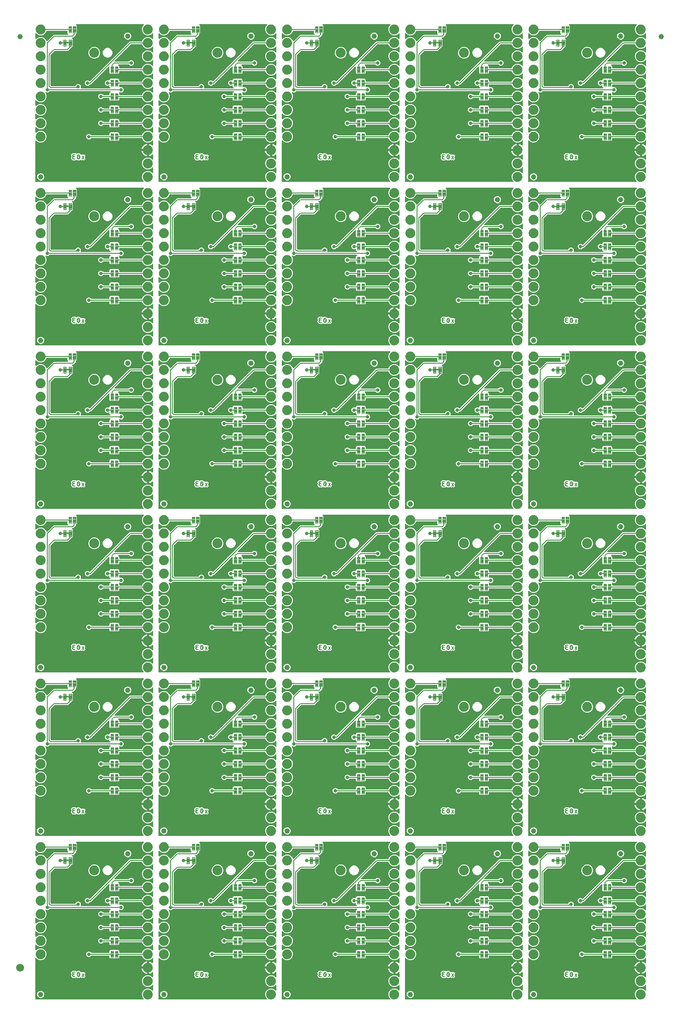
<source format=gbl>
G04 EAGLE Gerber RS-274X export*
G75*
%MOMM*%
%FSLAX34Y34*%
%LPD*%
%INBottom Copper*%
%IPPOS*%
%AMOC8*
5,1,8,0,0,1.08239X$1,22.5*%
G01*
%ADD10C,0.203200*%
%ADD11C,1.879600*%
%ADD12C,0.099059*%
%ADD13C,0.101600*%
%ADD14C,1.000000*%
%ADD15C,1.500000*%
%ADD16C,0.660400*%
%ADD17C,0.177800*%

G36*
X908617Y932439D02*
X908617Y932439D01*
X908646Y932436D01*
X908757Y932459D01*
X908869Y932475D01*
X908896Y932487D01*
X908925Y932492D01*
X909026Y932545D01*
X909129Y932591D01*
X909151Y932610D01*
X909177Y932623D01*
X909259Y932701D01*
X909346Y932774D01*
X909362Y932799D01*
X909383Y932819D01*
X909441Y932917D01*
X909503Y933011D01*
X909512Y933039D01*
X909527Y933064D01*
X909555Y933174D01*
X909589Y933282D01*
X909590Y933312D01*
X909597Y933340D01*
X909594Y933453D01*
X909597Y933566D01*
X909589Y933595D01*
X909588Y933624D01*
X909553Y933732D01*
X909525Y933841D01*
X909510Y933867D01*
X909501Y933895D01*
X909455Y933958D01*
X909379Y934086D01*
X909334Y934129D01*
X909306Y934168D01*
X907465Y936009D01*
X905763Y940117D01*
X905763Y944563D01*
X907465Y948671D01*
X910609Y951815D01*
X914717Y953517D01*
X919163Y953517D01*
X923271Y951815D01*
X925112Y949974D01*
X925136Y949956D01*
X925155Y949934D01*
X925207Y949899D01*
X925229Y949879D01*
X925260Y949863D01*
X925339Y949803D01*
X925367Y949793D01*
X925391Y949777D01*
X925499Y949742D01*
X925605Y949702D01*
X925634Y949700D01*
X925662Y949691D01*
X925776Y949688D01*
X925888Y949678D01*
X925917Y949684D01*
X925946Y949683D01*
X926056Y949712D01*
X926167Y949734D01*
X926193Y949748D01*
X926221Y949755D01*
X926319Y949813D01*
X926419Y949865D01*
X926441Y949886D01*
X926466Y949901D01*
X926543Y949983D01*
X926625Y950061D01*
X926640Y950086D01*
X926660Y950108D01*
X926712Y950209D01*
X926769Y950306D01*
X926776Y950335D01*
X926790Y950361D01*
X926803Y950438D01*
X926819Y950504D01*
X926831Y950541D01*
X926832Y950552D01*
X926839Y950582D01*
X926837Y950644D01*
X926845Y950692D01*
X926845Y959388D01*
X926841Y959417D01*
X926844Y959446D01*
X926821Y959557D01*
X926805Y959669D01*
X926793Y959696D01*
X926788Y959725D01*
X926735Y959826D01*
X926689Y959929D01*
X926670Y959951D01*
X926657Y959977D01*
X926579Y960059D01*
X926506Y960146D01*
X926481Y960162D01*
X926461Y960183D01*
X926363Y960241D01*
X926269Y960303D01*
X926241Y960312D01*
X926216Y960327D01*
X926106Y960355D01*
X925998Y960389D01*
X925968Y960390D01*
X925940Y960397D01*
X925827Y960394D01*
X925714Y960397D01*
X925685Y960389D01*
X925656Y960388D01*
X925548Y960353D01*
X925439Y960325D01*
X925413Y960310D01*
X925385Y960301D01*
X925322Y960255D01*
X925194Y960179D01*
X925151Y960134D01*
X925112Y960106D01*
X923271Y958265D01*
X919163Y956563D01*
X914717Y956563D01*
X910609Y958265D01*
X907465Y961409D01*
X905763Y965517D01*
X905763Y969963D01*
X907465Y974071D01*
X910609Y977215D01*
X914717Y978917D01*
X919163Y978917D01*
X923271Y977215D01*
X925112Y975374D01*
X925136Y975356D01*
X925155Y975334D01*
X925249Y975271D01*
X925339Y975203D01*
X925367Y975193D01*
X925391Y975177D01*
X925499Y975142D01*
X925605Y975102D01*
X925634Y975100D01*
X925662Y975091D01*
X925776Y975088D01*
X925888Y975078D01*
X925917Y975084D01*
X925946Y975083D01*
X926056Y975112D01*
X926167Y975134D01*
X926193Y975148D01*
X926221Y975155D01*
X926319Y975213D01*
X926419Y975265D01*
X926441Y975286D01*
X926466Y975301D01*
X926543Y975383D01*
X926625Y975461D01*
X926640Y975486D01*
X926660Y975508D01*
X926712Y975609D01*
X926769Y975706D01*
X926776Y975735D01*
X926790Y975761D01*
X926803Y975838D01*
X926839Y975982D01*
X926837Y976044D01*
X926845Y976092D01*
X926845Y983710D01*
X926841Y983739D01*
X926844Y983769D01*
X926821Y983880D01*
X926805Y983992D01*
X926793Y984019D01*
X926788Y984047D01*
X926736Y984148D01*
X926689Y984251D01*
X926670Y984274D01*
X926657Y984300D01*
X926579Y984382D01*
X926506Y984468D01*
X926481Y984485D01*
X926461Y984506D01*
X926363Y984563D01*
X926269Y984626D01*
X926241Y984635D01*
X926216Y984650D01*
X926106Y984677D01*
X925998Y984712D01*
X925969Y984712D01*
X925940Y984720D01*
X925827Y984716D01*
X925714Y984719D01*
X925685Y984712D01*
X925656Y984711D01*
X925548Y984676D01*
X925439Y984647D01*
X925413Y984632D01*
X925385Y984623D01*
X925321Y984577D01*
X925194Y984502D01*
X925151Y984456D01*
X925112Y984428D01*
X924718Y984034D01*
X923197Y982929D01*
X921523Y982076D01*
X919736Y981495D01*
X918971Y981374D01*
X918971Y992124D01*
X918963Y992182D01*
X918965Y992240D01*
X918943Y992322D01*
X918931Y992405D01*
X918907Y992459D01*
X918893Y992515D01*
X918850Y992588D01*
X918815Y992665D01*
X918777Y992709D01*
X918747Y992760D01*
X918686Y992817D01*
X918631Y992882D01*
X918583Y992914D01*
X918540Y992954D01*
X918465Y992993D01*
X918395Y993039D01*
X918339Y993057D01*
X918287Y993084D01*
X918219Y993095D01*
X918124Y993125D01*
X918024Y993128D01*
X917956Y993139D01*
X916939Y993139D01*
X916939Y993141D01*
X917956Y993141D01*
X918014Y993149D01*
X918072Y993148D01*
X918154Y993169D01*
X918237Y993181D01*
X918291Y993205D01*
X918347Y993219D01*
X918420Y993262D01*
X918497Y993297D01*
X918542Y993335D01*
X918592Y993365D01*
X918650Y993426D01*
X918714Y993481D01*
X918746Y993529D01*
X918786Y993572D01*
X918825Y993647D01*
X918871Y993717D01*
X918889Y993773D01*
X918916Y993825D01*
X918927Y993893D01*
X918957Y993988D01*
X918960Y994088D01*
X918971Y994156D01*
X918971Y1004906D01*
X919736Y1004785D01*
X921523Y1004204D01*
X923197Y1003351D01*
X924718Y1002246D01*
X925112Y1001852D01*
X925136Y1001834D01*
X925155Y1001812D01*
X925249Y1001749D01*
X925339Y1001681D01*
X925367Y1001670D01*
X925391Y1001654D01*
X925499Y1001620D01*
X925605Y1001580D01*
X925634Y1001577D01*
X925662Y1001568D01*
X925775Y1001565D01*
X925888Y1001556D01*
X925917Y1001562D01*
X925946Y1001561D01*
X926056Y1001590D01*
X926167Y1001612D01*
X926193Y1001625D01*
X926221Y1001633D01*
X926319Y1001691D01*
X926419Y1001743D01*
X926441Y1001763D01*
X926466Y1001778D01*
X926543Y1001861D01*
X926625Y1001939D01*
X926640Y1001964D01*
X926660Y1001985D01*
X926712Y1002086D01*
X926769Y1002184D01*
X926776Y1002212D01*
X926790Y1002239D01*
X926803Y1002316D01*
X926839Y1002460D01*
X926837Y1002522D01*
X926845Y1002570D01*
X926845Y1010188D01*
X926841Y1010217D01*
X926844Y1010246D01*
X926821Y1010357D01*
X926805Y1010469D01*
X926793Y1010496D01*
X926788Y1010525D01*
X926735Y1010626D01*
X926689Y1010729D01*
X926670Y1010751D01*
X926657Y1010777D01*
X926579Y1010859D01*
X926506Y1010946D01*
X926481Y1010962D01*
X926461Y1010983D01*
X926363Y1011041D01*
X926269Y1011103D01*
X926241Y1011112D01*
X926216Y1011127D01*
X926106Y1011155D01*
X925998Y1011189D01*
X925968Y1011190D01*
X925940Y1011197D01*
X925827Y1011194D01*
X925714Y1011197D01*
X925685Y1011189D01*
X925656Y1011188D01*
X925548Y1011153D01*
X925439Y1011125D01*
X925413Y1011110D01*
X925385Y1011101D01*
X925322Y1011055D01*
X925194Y1010979D01*
X925151Y1010934D01*
X925112Y1010906D01*
X923271Y1009065D01*
X919163Y1007363D01*
X914717Y1007363D01*
X910609Y1009065D01*
X907465Y1012209D01*
X906207Y1015246D01*
X906206Y1015247D01*
X906206Y1015248D01*
X906136Y1015367D01*
X906063Y1015490D01*
X906061Y1015491D01*
X906061Y1015493D01*
X905957Y1015590D01*
X905856Y1015686D01*
X905854Y1015686D01*
X905853Y1015687D01*
X905727Y1015752D01*
X905603Y1015816D01*
X905602Y1015816D01*
X905600Y1015817D01*
X905585Y1015819D01*
X905324Y1015871D01*
X905294Y1015868D01*
X905269Y1015872D01*
X863473Y1015872D01*
X863415Y1015864D01*
X863357Y1015866D01*
X863275Y1015844D01*
X863191Y1015832D01*
X863138Y1015809D01*
X863082Y1015794D01*
X863009Y1015751D01*
X862932Y1015716D01*
X862887Y1015678D01*
X862837Y1015649D01*
X862779Y1015587D01*
X862715Y1015533D01*
X862683Y1015484D01*
X862643Y1015441D01*
X862604Y1015366D01*
X862557Y1015296D01*
X862540Y1015240D01*
X862513Y1015188D01*
X862502Y1015120D01*
X862472Y1015025D01*
X862469Y1014925D01*
X862458Y1014857D01*
X862458Y1011751D01*
X861118Y1010411D01*
X853676Y1010411D01*
X853665Y1010415D01*
X853606Y1010420D01*
X853550Y1010435D01*
X853465Y1010432D01*
X853382Y1010439D01*
X853324Y1010427D01*
X853265Y1010425D01*
X853222Y1010411D01*
X845762Y1010411D01*
X844422Y1011751D01*
X844422Y1014857D01*
X844414Y1014915D01*
X844416Y1014973D01*
X844394Y1015055D01*
X844382Y1015139D01*
X844359Y1015192D01*
X844344Y1015248D01*
X844301Y1015321D01*
X844266Y1015398D01*
X844228Y1015443D01*
X844199Y1015493D01*
X844137Y1015551D01*
X844083Y1015615D01*
X844034Y1015647D01*
X843991Y1015687D01*
X843916Y1015726D01*
X843846Y1015773D01*
X843790Y1015790D01*
X843738Y1015817D01*
X843670Y1015828D01*
X843575Y1015858D01*
X843475Y1015861D01*
X843407Y1015872D01*
X810118Y1015872D01*
X810031Y1015860D01*
X809944Y1015857D01*
X809891Y1015840D01*
X809837Y1015832D01*
X809757Y1015797D01*
X809674Y1015770D01*
X809634Y1015742D01*
X809577Y1015716D01*
X809464Y1015620D01*
X809400Y1015575D01*
X808058Y1014233D01*
X806191Y1013459D01*
X804169Y1013459D01*
X802302Y1014233D01*
X800873Y1015662D01*
X800099Y1017529D01*
X800099Y1019551D01*
X800873Y1021418D01*
X802302Y1022847D01*
X804169Y1023621D01*
X806191Y1023621D01*
X808058Y1022847D01*
X809400Y1021505D01*
X809470Y1021453D01*
X809534Y1021393D01*
X809583Y1021367D01*
X809627Y1021334D01*
X809709Y1021303D01*
X809787Y1021263D01*
X809835Y1021255D01*
X809893Y1021233D01*
X810041Y1021221D01*
X810118Y1021208D01*
X843407Y1021208D01*
X843465Y1021216D01*
X843523Y1021214D01*
X843605Y1021236D01*
X843689Y1021248D01*
X843742Y1021271D01*
X843798Y1021286D01*
X843871Y1021329D01*
X843948Y1021364D01*
X843993Y1021402D01*
X844043Y1021431D01*
X844101Y1021493D01*
X844165Y1021547D01*
X844197Y1021596D01*
X844237Y1021639D01*
X844276Y1021714D01*
X844323Y1021784D01*
X844340Y1021840D01*
X844367Y1021892D01*
X844378Y1021960D01*
X844408Y1022055D01*
X844411Y1022155D01*
X844422Y1022223D01*
X844422Y1025329D01*
X845762Y1026669D01*
X853204Y1026669D01*
X853214Y1026665D01*
X853273Y1026660D01*
X853330Y1026645D01*
X853414Y1026648D01*
X853498Y1026641D01*
X853555Y1026653D01*
X853614Y1026654D01*
X853658Y1026669D01*
X861118Y1026669D01*
X862458Y1025329D01*
X862458Y1022223D01*
X862466Y1022165D01*
X862464Y1022107D01*
X862486Y1022025D01*
X862498Y1021941D01*
X862521Y1021888D01*
X862536Y1021832D01*
X862579Y1021759D01*
X862614Y1021682D01*
X862652Y1021637D01*
X862681Y1021587D01*
X862743Y1021529D01*
X862797Y1021465D01*
X862846Y1021433D01*
X862889Y1021393D01*
X862964Y1021354D01*
X863034Y1021307D01*
X863090Y1021290D01*
X863142Y1021263D01*
X863210Y1021252D01*
X863305Y1021222D01*
X863405Y1021219D01*
X863473Y1021208D01*
X905269Y1021208D01*
X905271Y1021208D01*
X905272Y1021208D01*
X905412Y1021228D01*
X905551Y1021248D01*
X905552Y1021248D01*
X905554Y1021248D01*
X905679Y1021305D01*
X905810Y1021364D01*
X905811Y1021365D01*
X905813Y1021366D01*
X905920Y1021457D01*
X906027Y1021547D01*
X906028Y1021549D01*
X906029Y1021550D01*
X906037Y1021563D01*
X906185Y1021784D01*
X906194Y1021813D01*
X906207Y1021834D01*
X907465Y1024871D01*
X910609Y1028015D01*
X914717Y1029717D01*
X919163Y1029717D01*
X923271Y1028015D01*
X925112Y1026174D01*
X925136Y1026156D01*
X925155Y1026134D01*
X925249Y1026071D01*
X925339Y1026003D01*
X925367Y1025993D01*
X925391Y1025977D01*
X925499Y1025942D01*
X925605Y1025902D01*
X925634Y1025900D01*
X925662Y1025891D01*
X925776Y1025888D01*
X925888Y1025878D01*
X925917Y1025884D01*
X925946Y1025883D01*
X926056Y1025912D01*
X926167Y1025934D01*
X926193Y1025948D01*
X926221Y1025955D01*
X926319Y1026013D01*
X926419Y1026065D01*
X926441Y1026086D01*
X926466Y1026101D01*
X926543Y1026183D01*
X926625Y1026261D01*
X926640Y1026286D01*
X926660Y1026308D01*
X926712Y1026409D01*
X926769Y1026506D01*
X926776Y1026535D01*
X926790Y1026561D01*
X926803Y1026638D01*
X926839Y1026782D01*
X926837Y1026844D01*
X926845Y1026892D01*
X926845Y1035588D01*
X926841Y1035617D01*
X926844Y1035646D01*
X926821Y1035757D01*
X926805Y1035869D01*
X926793Y1035896D01*
X926788Y1035925D01*
X926735Y1036026D01*
X926689Y1036129D01*
X926670Y1036151D01*
X926657Y1036177D01*
X926579Y1036259D01*
X926506Y1036346D01*
X926481Y1036362D01*
X926461Y1036383D01*
X926363Y1036441D01*
X926269Y1036503D01*
X926241Y1036512D01*
X926216Y1036527D01*
X926106Y1036555D01*
X925998Y1036589D01*
X925968Y1036590D01*
X925940Y1036597D01*
X925827Y1036594D01*
X925714Y1036597D01*
X925685Y1036589D01*
X925656Y1036588D01*
X925548Y1036553D01*
X925439Y1036525D01*
X925413Y1036510D01*
X925385Y1036501D01*
X925322Y1036455D01*
X925194Y1036379D01*
X925151Y1036334D01*
X925112Y1036306D01*
X923271Y1034465D01*
X919163Y1032763D01*
X914717Y1032763D01*
X910609Y1034465D01*
X907465Y1037609D01*
X906207Y1040646D01*
X906206Y1040647D01*
X906206Y1040648D01*
X906136Y1040767D01*
X906063Y1040890D01*
X906061Y1040891D01*
X906061Y1040893D01*
X905957Y1040990D01*
X905856Y1041086D01*
X905854Y1041086D01*
X905853Y1041087D01*
X905727Y1041152D01*
X905603Y1041216D01*
X905602Y1041216D01*
X905600Y1041217D01*
X905585Y1041219D01*
X905324Y1041271D01*
X905294Y1041268D01*
X905269Y1041272D01*
X863473Y1041272D01*
X863415Y1041264D01*
X863357Y1041266D01*
X863275Y1041244D01*
X863191Y1041232D01*
X863138Y1041209D01*
X863082Y1041194D01*
X863009Y1041151D01*
X862932Y1041116D01*
X862887Y1041078D01*
X862837Y1041049D01*
X862779Y1040987D01*
X862715Y1040933D01*
X862683Y1040884D01*
X862643Y1040841D01*
X862604Y1040766D01*
X862557Y1040696D01*
X862540Y1040640D01*
X862513Y1040588D01*
X862502Y1040520D01*
X862472Y1040425D01*
X862469Y1040325D01*
X862458Y1040257D01*
X862458Y1037151D01*
X861118Y1035811D01*
X853676Y1035811D01*
X853665Y1035815D01*
X853606Y1035820D01*
X853550Y1035835D01*
X853465Y1035832D01*
X853382Y1035839D01*
X853324Y1035827D01*
X853265Y1035825D01*
X853222Y1035811D01*
X845762Y1035811D01*
X844422Y1037151D01*
X844422Y1040257D01*
X844414Y1040315D01*
X844416Y1040373D01*
X844394Y1040455D01*
X844382Y1040539D01*
X844359Y1040592D01*
X844344Y1040648D01*
X844301Y1040721D01*
X844266Y1040798D01*
X844228Y1040843D01*
X844199Y1040893D01*
X844137Y1040951D01*
X844083Y1041015D01*
X844034Y1041047D01*
X843991Y1041087D01*
X843916Y1041126D01*
X843846Y1041173D01*
X843790Y1041190D01*
X843738Y1041217D01*
X843670Y1041228D01*
X843575Y1041258D01*
X843475Y1041261D01*
X843407Y1041272D01*
X832978Y1041272D01*
X832891Y1041260D01*
X832804Y1041257D01*
X832751Y1041240D01*
X832697Y1041232D01*
X832617Y1041197D01*
X832534Y1041170D01*
X832494Y1041142D01*
X832437Y1041116D01*
X832324Y1041020D01*
X832260Y1040975D01*
X830918Y1039633D01*
X829051Y1038859D01*
X827029Y1038859D01*
X825162Y1039633D01*
X823733Y1041062D01*
X822959Y1042929D01*
X822959Y1044951D01*
X823733Y1046818D01*
X825162Y1048247D01*
X827029Y1049021D01*
X829051Y1049021D01*
X830918Y1048247D01*
X832260Y1046905D01*
X832330Y1046853D01*
X832394Y1046793D01*
X832443Y1046767D01*
X832487Y1046734D01*
X832569Y1046703D01*
X832647Y1046663D01*
X832695Y1046655D01*
X832753Y1046633D01*
X832901Y1046621D01*
X832978Y1046608D01*
X843407Y1046608D01*
X843465Y1046616D01*
X843523Y1046614D01*
X843605Y1046636D01*
X843689Y1046648D01*
X843742Y1046671D01*
X843798Y1046686D01*
X843871Y1046729D01*
X843948Y1046764D01*
X843993Y1046802D01*
X844043Y1046831D01*
X844101Y1046893D01*
X844165Y1046947D01*
X844197Y1046996D01*
X844237Y1047039D01*
X844276Y1047114D01*
X844323Y1047184D01*
X844340Y1047240D01*
X844367Y1047292D01*
X844378Y1047360D01*
X844408Y1047455D01*
X844411Y1047555D01*
X844422Y1047623D01*
X844422Y1050729D01*
X845762Y1052069D01*
X853204Y1052069D01*
X853214Y1052065D01*
X853273Y1052060D01*
X853330Y1052045D01*
X853414Y1052048D01*
X853498Y1052041D01*
X853555Y1052053D01*
X853614Y1052054D01*
X853658Y1052069D01*
X861118Y1052069D01*
X862458Y1050729D01*
X862458Y1047623D01*
X862466Y1047565D01*
X862464Y1047507D01*
X862486Y1047425D01*
X862498Y1047341D01*
X862521Y1047288D01*
X862536Y1047232D01*
X862579Y1047159D01*
X862614Y1047082D01*
X862652Y1047037D01*
X862681Y1046987D01*
X862743Y1046929D01*
X862797Y1046865D01*
X862846Y1046833D01*
X862889Y1046793D01*
X862964Y1046754D01*
X863034Y1046707D01*
X863090Y1046690D01*
X863142Y1046663D01*
X863210Y1046652D01*
X863305Y1046622D01*
X863405Y1046619D01*
X863473Y1046608D01*
X905269Y1046608D01*
X905271Y1046608D01*
X905272Y1046608D01*
X905412Y1046628D01*
X905551Y1046648D01*
X905552Y1046648D01*
X905554Y1046648D01*
X905679Y1046705D01*
X905810Y1046764D01*
X905811Y1046765D01*
X905813Y1046766D01*
X905920Y1046857D01*
X906027Y1046947D01*
X906028Y1046949D01*
X906029Y1046950D01*
X906037Y1046963D01*
X906185Y1047184D01*
X906194Y1047213D01*
X906207Y1047234D01*
X907465Y1050271D01*
X910609Y1053415D01*
X914717Y1055117D01*
X919163Y1055117D01*
X923271Y1053415D01*
X925112Y1051574D01*
X925136Y1051556D01*
X925155Y1051534D01*
X925249Y1051471D01*
X925339Y1051403D01*
X925367Y1051393D01*
X925391Y1051377D01*
X925499Y1051342D01*
X925605Y1051302D01*
X925634Y1051300D01*
X925662Y1051291D01*
X925776Y1051288D01*
X925888Y1051278D01*
X925917Y1051284D01*
X925946Y1051283D01*
X926056Y1051312D01*
X926167Y1051334D01*
X926193Y1051348D01*
X926221Y1051355D01*
X926319Y1051413D01*
X926419Y1051465D01*
X926441Y1051486D01*
X926466Y1051501D01*
X926543Y1051583D01*
X926625Y1051661D01*
X926640Y1051686D01*
X926660Y1051708D01*
X926712Y1051809D01*
X926769Y1051906D01*
X926776Y1051935D01*
X926790Y1051961D01*
X926803Y1052038D01*
X926839Y1052182D01*
X926837Y1052244D01*
X926845Y1052292D01*
X926845Y1060988D01*
X926841Y1061017D01*
X926844Y1061046D01*
X926821Y1061157D01*
X926805Y1061269D01*
X926793Y1061296D01*
X926788Y1061325D01*
X926735Y1061426D01*
X926689Y1061529D01*
X926670Y1061551D01*
X926657Y1061577D01*
X926579Y1061659D01*
X926506Y1061746D01*
X926481Y1061762D01*
X926461Y1061783D01*
X926363Y1061841D01*
X926269Y1061903D01*
X926241Y1061912D01*
X926216Y1061927D01*
X926106Y1061955D01*
X925998Y1061989D01*
X925968Y1061990D01*
X925940Y1061997D01*
X925827Y1061994D01*
X925714Y1061997D01*
X925685Y1061989D01*
X925656Y1061988D01*
X925548Y1061953D01*
X925439Y1061925D01*
X925413Y1061910D01*
X925385Y1061901D01*
X925322Y1061855D01*
X925194Y1061779D01*
X925151Y1061734D01*
X925112Y1061706D01*
X923271Y1059865D01*
X919163Y1058163D01*
X914717Y1058163D01*
X910609Y1059865D01*
X907465Y1063009D01*
X906207Y1066046D01*
X906206Y1066047D01*
X906206Y1066048D01*
X906136Y1066167D01*
X906063Y1066290D01*
X906061Y1066291D01*
X906061Y1066293D01*
X905957Y1066390D01*
X905856Y1066486D01*
X905854Y1066486D01*
X905853Y1066487D01*
X905727Y1066552D01*
X905603Y1066616D01*
X905602Y1066616D01*
X905600Y1066617D01*
X905585Y1066619D01*
X905324Y1066671D01*
X905294Y1066668D01*
X905269Y1066672D01*
X863473Y1066672D01*
X863415Y1066664D01*
X863357Y1066666D01*
X863275Y1066644D01*
X863191Y1066632D01*
X863138Y1066609D01*
X863082Y1066594D01*
X863009Y1066551D01*
X862932Y1066516D01*
X862887Y1066478D01*
X862837Y1066449D01*
X862779Y1066387D01*
X862715Y1066333D01*
X862683Y1066284D01*
X862643Y1066241D01*
X862604Y1066166D01*
X862557Y1066096D01*
X862540Y1066040D01*
X862513Y1065988D01*
X862502Y1065920D01*
X862472Y1065825D01*
X862469Y1065725D01*
X862458Y1065657D01*
X862458Y1062551D01*
X861118Y1061211D01*
X853676Y1061211D01*
X853665Y1061215D01*
X853606Y1061220D01*
X853550Y1061235D01*
X853465Y1061232D01*
X853382Y1061239D01*
X853324Y1061227D01*
X853265Y1061225D01*
X853222Y1061211D01*
X845762Y1061211D01*
X844422Y1062551D01*
X844422Y1065657D01*
X844414Y1065715D01*
X844416Y1065773D01*
X844394Y1065855D01*
X844382Y1065939D01*
X844359Y1065992D01*
X844344Y1066048D01*
X844301Y1066121D01*
X844266Y1066198D01*
X844228Y1066243D01*
X844199Y1066293D01*
X844137Y1066351D01*
X844083Y1066415D01*
X844034Y1066447D01*
X843991Y1066487D01*
X843916Y1066526D01*
X843846Y1066573D01*
X843790Y1066590D01*
X843738Y1066617D01*
X843670Y1066628D01*
X843575Y1066658D01*
X843475Y1066661D01*
X843407Y1066672D01*
X832978Y1066672D01*
X832891Y1066660D01*
X832804Y1066657D01*
X832751Y1066640D01*
X832697Y1066632D01*
X832617Y1066597D01*
X832534Y1066570D01*
X832494Y1066542D01*
X832437Y1066516D01*
X832324Y1066420D01*
X832260Y1066375D01*
X830918Y1065033D01*
X829051Y1064259D01*
X827029Y1064259D01*
X825162Y1065033D01*
X823733Y1066462D01*
X822959Y1068329D01*
X822959Y1070351D01*
X823733Y1072218D01*
X825162Y1073647D01*
X827029Y1074421D01*
X829051Y1074421D01*
X830918Y1073647D01*
X832260Y1072305D01*
X832330Y1072253D01*
X832394Y1072193D01*
X832443Y1072167D01*
X832487Y1072134D01*
X832569Y1072103D01*
X832647Y1072063D01*
X832695Y1072055D01*
X832753Y1072033D01*
X832901Y1072021D01*
X832978Y1072008D01*
X843407Y1072008D01*
X843465Y1072016D01*
X843523Y1072014D01*
X843605Y1072036D01*
X843689Y1072048D01*
X843742Y1072071D01*
X843798Y1072086D01*
X843871Y1072129D01*
X843948Y1072164D01*
X843993Y1072202D01*
X844043Y1072231D01*
X844101Y1072293D01*
X844165Y1072347D01*
X844197Y1072396D01*
X844237Y1072439D01*
X844276Y1072514D01*
X844323Y1072584D01*
X844340Y1072640D01*
X844367Y1072692D01*
X844378Y1072760D01*
X844408Y1072855D01*
X844411Y1072955D01*
X844422Y1073023D01*
X844422Y1076129D01*
X845762Y1077469D01*
X853204Y1077469D01*
X853214Y1077465D01*
X853273Y1077460D01*
X853330Y1077445D01*
X853414Y1077448D01*
X853498Y1077441D01*
X853555Y1077453D01*
X853614Y1077454D01*
X853658Y1077469D01*
X861118Y1077469D01*
X862458Y1076129D01*
X862458Y1073023D01*
X862466Y1072965D01*
X862464Y1072907D01*
X862486Y1072825D01*
X862498Y1072741D01*
X862521Y1072688D01*
X862536Y1072632D01*
X862579Y1072559D01*
X862614Y1072482D01*
X862652Y1072437D01*
X862681Y1072387D01*
X862743Y1072329D01*
X862797Y1072265D01*
X862846Y1072233D01*
X862889Y1072193D01*
X862964Y1072154D01*
X863034Y1072107D01*
X863090Y1072090D01*
X863142Y1072063D01*
X863210Y1072052D01*
X863305Y1072022D01*
X863405Y1072019D01*
X863473Y1072008D01*
X905269Y1072008D01*
X905271Y1072008D01*
X905272Y1072008D01*
X905412Y1072028D01*
X905551Y1072048D01*
X905552Y1072048D01*
X905554Y1072048D01*
X905679Y1072105D01*
X905810Y1072164D01*
X905811Y1072165D01*
X905813Y1072166D01*
X905920Y1072257D01*
X906027Y1072347D01*
X906028Y1072349D01*
X906029Y1072350D01*
X906037Y1072363D01*
X906185Y1072584D01*
X906194Y1072613D01*
X906207Y1072634D01*
X907465Y1075671D01*
X910609Y1078815D01*
X914717Y1080517D01*
X919163Y1080517D01*
X923271Y1078815D01*
X925112Y1076974D01*
X925136Y1076956D01*
X925155Y1076934D01*
X925249Y1076871D01*
X925339Y1076803D01*
X925367Y1076793D01*
X925391Y1076777D01*
X925499Y1076742D01*
X925605Y1076702D01*
X925634Y1076700D01*
X925662Y1076691D01*
X925776Y1076688D01*
X925888Y1076678D01*
X925917Y1076684D01*
X925946Y1076683D01*
X926056Y1076712D01*
X926167Y1076734D01*
X926193Y1076748D01*
X926221Y1076755D01*
X926319Y1076813D01*
X926419Y1076865D01*
X926441Y1076886D01*
X926466Y1076901D01*
X926543Y1076983D01*
X926625Y1077061D01*
X926640Y1077086D01*
X926660Y1077108D01*
X926712Y1077209D01*
X926769Y1077306D01*
X926776Y1077335D01*
X926790Y1077361D01*
X926803Y1077438D01*
X926839Y1077582D01*
X926837Y1077644D01*
X926845Y1077692D01*
X926845Y1086388D01*
X926841Y1086417D01*
X926844Y1086446D01*
X926821Y1086557D01*
X926805Y1086669D01*
X926793Y1086696D01*
X926788Y1086725D01*
X926735Y1086826D01*
X926689Y1086929D01*
X926670Y1086951D01*
X926657Y1086977D01*
X926579Y1087059D01*
X926506Y1087146D01*
X926481Y1087162D01*
X926461Y1087183D01*
X926363Y1087241D01*
X926269Y1087303D01*
X926241Y1087312D01*
X926216Y1087327D01*
X926106Y1087355D01*
X925998Y1087389D01*
X925968Y1087390D01*
X925940Y1087397D01*
X925827Y1087394D01*
X925714Y1087397D01*
X925685Y1087389D01*
X925656Y1087388D01*
X925548Y1087353D01*
X925439Y1087325D01*
X925413Y1087310D01*
X925385Y1087301D01*
X925322Y1087255D01*
X925194Y1087179D01*
X925151Y1087134D01*
X925112Y1087106D01*
X923271Y1085265D01*
X919163Y1083563D01*
X914717Y1083563D01*
X910609Y1085265D01*
X907465Y1088409D01*
X906207Y1091446D01*
X906206Y1091447D01*
X906206Y1091448D01*
X906136Y1091567D01*
X906063Y1091690D01*
X906061Y1091691D01*
X906061Y1091693D01*
X905958Y1091789D01*
X905856Y1091886D01*
X905854Y1091886D01*
X905853Y1091887D01*
X905727Y1091952D01*
X905603Y1092016D01*
X905602Y1092016D01*
X905600Y1092017D01*
X905585Y1092019D01*
X905324Y1092071D01*
X905294Y1092068D01*
X905269Y1092072D01*
X863473Y1092072D01*
X863415Y1092064D01*
X863357Y1092066D01*
X863275Y1092044D01*
X863191Y1092032D01*
X863138Y1092009D01*
X863082Y1091994D01*
X863009Y1091951D01*
X862932Y1091916D01*
X862887Y1091878D01*
X862837Y1091849D01*
X862779Y1091787D01*
X862715Y1091733D01*
X862683Y1091684D01*
X862643Y1091641D01*
X862604Y1091566D01*
X862557Y1091496D01*
X862540Y1091440D01*
X862513Y1091388D01*
X862502Y1091320D01*
X862472Y1091225D01*
X862469Y1091125D01*
X862458Y1091057D01*
X862458Y1087951D01*
X861118Y1086611D01*
X853676Y1086611D01*
X853665Y1086615D01*
X853606Y1086620D01*
X853550Y1086635D01*
X853465Y1086632D01*
X853382Y1086639D01*
X853324Y1086627D01*
X853265Y1086625D01*
X853222Y1086611D01*
X845762Y1086611D01*
X844422Y1087951D01*
X844422Y1091057D01*
X844414Y1091115D01*
X844416Y1091173D01*
X844394Y1091255D01*
X844382Y1091339D01*
X844359Y1091392D01*
X844344Y1091448D01*
X844301Y1091521D01*
X844266Y1091598D01*
X844228Y1091643D01*
X844199Y1091693D01*
X844137Y1091751D01*
X844083Y1091815D01*
X844034Y1091847D01*
X843991Y1091887D01*
X843916Y1091926D01*
X843846Y1091973D01*
X843790Y1091990D01*
X843738Y1092017D01*
X843670Y1092028D01*
X843575Y1092058D01*
X843475Y1092061D01*
X843407Y1092072D01*
X832978Y1092072D01*
X832891Y1092060D01*
X832804Y1092057D01*
X832751Y1092040D01*
X832697Y1092032D01*
X832617Y1091997D01*
X832534Y1091970D01*
X832494Y1091942D01*
X832437Y1091916D01*
X832324Y1091820D01*
X832260Y1091775D01*
X830918Y1090433D01*
X829051Y1089659D01*
X827029Y1089659D01*
X825162Y1090433D01*
X823733Y1091862D01*
X822959Y1093729D01*
X822959Y1095751D01*
X823733Y1097618D01*
X825162Y1099047D01*
X827029Y1099821D01*
X829051Y1099821D01*
X830918Y1099047D01*
X832260Y1097705D01*
X832330Y1097653D01*
X832394Y1097593D01*
X832443Y1097567D01*
X832487Y1097534D01*
X832569Y1097503D01*
X832647Y1097463D01*
X832695Y1097455D01*
X832753Y1097433D01*
X832901Y1097421D01*
X832978Y1097408D01*
X843407Y1097408D01*
X843465Y1097416D01*
X843523Y1097414D01*
X843605Y1097436D01*
X843689Y1097448D01*
X843742Y1097471D01*
X843798Y1097486D01*
X843871Y1097529D01*
X843948Y1097564D01*
X843993Y1097602D01*
X844043Y1097631D01*
X844101Y1097693D01*
X844165Y1097747D01*
X844197Y1097796D01*
X844237Y1097839D01*
X844276Y1097914D01*
X844323Y1097984D01*
X844340Y1098040D01*
X844367Y1098092D01*
X844378Y1098160D01*
X844408Y1098255D01*
X844411Y1098355D01*
X844422Y1098423D01*
X844422Y1101529D01*
X845932Y1103039D01*
X845950Y1103063D01*
X845972Y1103082D01*
X846035Y1103176D01*
X846103Y1103266D01*
X846114Y1103294D01*
X846130Y1103318D01*
X846164Y1103426D01*
X846204Y1103532D01*
X846207Y1103561D01*
X846216Y1103589D01*
X846219Y1103703D01*
X846228Y1103815D01*
X846222Y1103844D01*
X846223Y1103873D01*
X846194Y1103983D01*
X846172Y1104094D01*
X846158Y1104120D01*
X846151Y1104148D01*
X846093Y1104246D01*
X846041Y1104346D01*
X846021Y1104368D01*
X846006Y1104393D01*
X845923Y1104470D01*
X845845Y1104552D01*
X845820Y1104567D01*
X845799Y1104587D01*
X845698Y1104639D01*
X845600Y1104696D01*
X845572Y1104703D01*
X845545Y1104717D01*
X845468Y1104730D01*
X845324Y1104766D01*
X845262Y1104764D01*
X845214Y1104772D01*
X731378Y1104772D01*
X731291Y1104760D01*
X731204Y1104757D01*
X731151Y1104740D01*
X731097Y1104732D01*
X731017Y1104697D01*
X730934Y1104670D01*
X730894Y1104642D01*
X730837Y1104616D01*
X730724Y1104520D01*
X730660Y1104475D01*
X729318Y1103133D01*
X727451Y1102359D01*
X725429Y1102359D01*
X724166Y1102883D01*
X724083Y1102904D01*
X724002Y1102935D01*
X723946Y1102939D01*
X723891Y1102954D01*
X723805Y1102951D01*
X723719Y1102958D01*
X723663Y1102947D01*
X723606Y1102945D01*
X723525Y1102919D01*
X723440Y1102902D01*
X723390Y1102876D01*
X723336Y1102859D01*
X723264Y1102811D01*
X723188Y1102771D01*
X723147Y1102732D01*
X723100Y1102700D01*
X723044Y1102635D01*
X722982Y1102576D01*
X722953Y1102526D01*
X722917Y1102483D01*
X722882Y1102404D01*
X722838Y1102330D01*
X722824Y1102275D01*
X722801Y1102223D01*
X722789Y1102138D01*
X722768Y1102055D01*
X722770Y1101998D01*
X722762Y1101942D01*
X722774Y1101857D01*
X722777Y1101771D01*
X722795Y1101716D01*
X722803Y1101660D01*
X722838Y1101582D01*
X722865Y1101500D01*
X722893Y1101460D01*
X722920Y1101401D01*
X723014Y1101291D01*
X723060Y1101227D01*
X723215Y1101071D01*
X724917Y1096963D01*
X724917Y1092517D01*
X723215Y1088409D01*
X720071Y1085265D01*
X715963Y1083563D01*
X711517Y1083563D01*
X707409Y1085265D01*
X705568Y1087106D01*
X705544Y1087124D01*
X705525Y1087146D01*
X705431Y1087209D01*
X705341Y1087277D01*
X705313Y1087287D01*
X705289Y1087303D01*
X705181Y1087338D01*
X705075Y1087378D01*
X705046Y1087380D01*
X705018Y1087389D01*
X704904Y1087392D01*
X704792Y1087402D01*
X704763Y1087396D01*
X704734Y1087397D01*
X704624Y1087368D01*
X704513Y1087346D01*
X704487Y1087332D01*
X704459Y1087325D01*
X704361Y1087267D01*
X704261Y1087215D01*
X704239Y1087194D01*
X704214Y1087179D01*
X704137Y1087097D01*
X704055Y1087019D01*
X704040Y1086994D01*
X704020Y1086972D01*
X703968Y1086871D01*
X703911Y1086774D01*
X703904Y1086745D01*
X703890Y1086719D01*
X703877Y1086642D01*
X703841Y1086498D01*
X703843Y1086436D01*
X703835Y1086388D01*
X703835Y1077692D01*
X703839Y1077663D01*
X703836Y1077634D01*
X703859Y1077523D01*
X703875Y1077411D01*
X703887Y1077384D01*
X703892Y1077355D01*
X703945Y1077254D01*
X703991Y1077151D01*
X704010Y1077129D01*
X704023Y1077103D01*
X704101Y1077021D01*
X704174Y1076934D01*
X704199Y1076918D01*
X704219Y1076897D01*
X704317Y1076839D01*
X704411Y1076777D01*
X704439Y1076768D01*
X704464Y1076753D01*
X704574Y1076725D01*
X704682Y1076691D01*
X704712Y1076690D01*
X704740Y1076683D01*
X704853Y1076686D01*
X704966Y1076683D01*
X704995Y1076691D01*
X705024Y1076692D01*
X705132Y1076727D01*
X705241Y1076755D01*
X705267Y1076770D01*
X705295Y1076779D01*
X705358Y1076825D01*
X705486Y1076901D01*
X705529Y1076946D01*
X705568Y1076974D01*
X707409Y1078815D01*
X711517Y1080517D01*
X715963Y1080517D01*
X720071Y1078815D01*
X723215Y1075671D01*
X724917Y1071563D01*
X724917Y1067117D01*
X723215Y1063009D01*
X720071Y1059865D01*
X715963Y1058163D01*
X711517Y1058163D01*
X707409Y1059865D01*
X705568Y1061706D01*
X705544Y1061724D01*
X705525Y1061746D01*
X705431Y1061809D01*
X705341Y1061877D01*
X705313Y1061887D01*
X705289Y1061903D01*
X705181Y1061938D01*
X705075Y1061978D01*
X705046Y1061980D01*
X705018Y1061989D01*
X704904Y1061992D01*
X704792Y1062002D01*
X704763Y1061996D01*
X704734Y1061997D01*
X704624Y1061968D01*
X704513Y1061946D01*
X704487Y1061932D01*
X704459Y1061925D01*
X704361Y1061867D01*
X704261Y1061815D01*
X704239Y1061794D01*
X704214Y1061779D01*
X704137Y1061697D01*
X704055Y1061619D01*
X704040Y1061594D01*
X704020Y1061572D01*
X703968Y1061471D01*
X703911Y1061374D01*
X703904Y1061345D01*
X703890Y1061319D01*
X703877Y1061242D01*
X703841Y1061098D01*
X703843Y1061036D01*
X703835Y1060988D01*
X703835Y1052292D01*
X703839Y1052263D01*
X703836Y1052234D01*
X703859Y1052123D01*
X703875Y1052011D01*
X703887Y1051984D01*
X703892Y1051955D01*
X703945Y1051854D01*
X703991Y1051751D01*
X704010Y1051729D01*
X704023Y1051703D01*
X704101Y1051621D01*
X704174Y1051534D01*
X704199Y1051518D01*
X704219Y1051497D01*
X704317Y1051439D01*
X704411Y1051377D01*
X704439Y1051368D01*
X704464Y1051353D01*
X704574Y1051325D01*
X704682Y1051291D01*
X704712Y1051290D01*
X704740Y1051283D01*
X704853Y1051286D01*
X704966Y1051283D01*
X704995Y1051291D01*
X705024Y1051292D01*
X705132Y1051327D01*
X705241Y1051355D01*
X705267Y1051370D01*
X705295Y1051379D01*
X705358Y1051425D01*
X705486Y1051501D01*
X705529Y1051546D01*
X705568Y1051574D01*
X707409Y1053415D01*
X711517Y1055117D01*
X715963Y1055117D01*
X720071Y1053415D01*
X723215Y1050271D01*
X724917Y1046163D01*
X724917Y1041717D01*
X723215Y1037609D01*
X720071Y1034465D01*
X715963Y1032763D01*
X711517Y1032763D01*
X707409Y1034465D01*
X705568Y1036306D01*
X705544Y1036324D01*
X705525Y1036346D01*
X705431Y1036409D01*
X705341Y1036477D01*
X705313Y1036487D01*
X705289Y1036503D01*
X705181Y1036538D01*
X705075Y1036578D01*
X705046Y1036580D01*
X705018Y1036589D01*
X704904Y1036592D01*
X704792Y1036602D01*
X704763Y1036596D01*
X704734Y1036597D01*
X704624Y1036568D01*
X704513Y1036546D01*
X704487Y1036532D01*
X704459Y1036525D01*
X704361Y1036467D01*
X704261Y1036415D01*
X704239Y1036394D01*
X704214Y1036379D01*
X704137Y1036297D01*
X704055Y1036219D01*
X704040Y1036194D01*
X704020Y1036172D01*
X703968Y1036071D01*
X703911Y1035974D01*
X703904Y1035945D01*
X703890Y1035919D01*
X703877Y1035842D01*
X703841Y1035698D01*
X703843Y1035636D01*
X703835Y1035588D01*
X703835Y1026892D01*
X703839Y1026863D01*
X703836Y1026834D01*
X703859Y1026723D01*
X703875Y1026611D01*
X703887Y1026584D01*
X703892Y1026555D01*
X703945Y1026454D01*
X703991Y1026351D01*
X704010Y1026329D01*
X704023Y1026303D01*
X704101Y1026221D01*
X704174Y1026134D01*
X704199Y1026118D01*
X704219Y1026097D01*
X704317Y1026039D01*
X704411Y1025977D01*
X704439Y1025968D01*
X704464Y1025953D01*
X704574Y1025925D01*
X704682Y1025891D01*
X704712Y1025890D01*
X704740Y1025883D01*
X704853Y1025886D01*
X704966Y1025883D01*
X704995Y1025891D01*
X705024Y1025892D01*
X705132Y1025927D01*
X705241Y1025955D01*
X705267Y1025970D01*
X705295Y1025979D01*
X705358Y1026025D01*
X705486Y1026101D01*
X705529Y1026146D01*
X705568Y1026174D01*
X707409Y1028015D01*
X711517Y1029717D01*
X715963Y1029717D01*
X720071Y1028015D01*
X723215Y1024871D01*
X724917Y1020763D01*
X724917Y1016317D01*
X723215Y1012209D01*
X720071Y1009065D01*
X715963Y1007363D01*
X711517Y1007363D01*
X707409Y1009065D01*
X705568Y1010906D01*
X705544Y1010924D01*
X705525Y1010946D01*
X705431Y1011009D01*
X705341Y1011077D01*
X705313Y1011087D01*
X705289Y1011103D01*
X705181Y1011138D01*
X705075Y1011178D01*
X705046Y1011180D01*
X705018Y1011189D01*
X704904Y1011192D01*
X704792Y1011202D01*
X704763Y1011196D01*
X704734Y1011197D01*
X704624Y1011168D01*
X704513Y1011146D01*
X704487Y1011132D01*
X704459Y1011125D01*
X704361Y1011067D01*
X704261Y1011015D01*
X704239Y1010994D01*
X704214Y1010979D01*
X704137Y1010897D01*
X704055Y1010819D01*
X704040Y1010794D01*
X704020Y1010772D01*
X703968Y1010671D01*
X703911Y1010574D01*
X703904Y1010545D01*
X703890Y1010519D01*
X703877Y1010442D01*
X703841Y1010298D01*
X703843Y1010236D01*
X703835Y1010188D01*
X703835Y933450D01*
X703843Y933392D01*
X703841Y933334D01*
X703863Y933252D01*
X703875Y933168D01*
X703898Y933115D01*
X703913Y933059D01*
X703956Y932986D01*
X703991Y932909D01*
X704029Y932864D01*
X704058Y932814D01*
X704120Y932756D01*
X704174Y932692D01*
X704223Y932660D01*
X704266Y932620D01*
X704341Y932581D01*
X704411Y932534D01*
X704467Y932517D01*
X704519Y932490D01*
X704587Y932479D01*
X704682Y932449D01*
X704782Y932446D01*
X704850Y932435D01*
X908588Y932435D01*
X908617Y932439D01*
G37*
G36*
X1142297Y1242319D02*
X1142297Y1242319D01*
X1142326Y1242316D01*
X1142437Y1242339D01*
X1142549Y1242355D01*
X1142576Y1242367D01*
X1142605Y1242372D01*
X1142706Y1242425D01*
X1142809Y1242471D01*
X1142831Y1242490D01*
X1142857Y1242503D01*
X1142939Y1242581D01*
X1143026Y1242654D01*
X1143042Y1242679D01*
X1143063Y1242699D01*
X1143121Y1242797D01*
X1143183Y1242891D01*
X1143192Y1242919D01*
X1143207Y1242944D01*
X1143235Y1243054D01*
X1143269Y1243162D01*
X1143270Y1243192D01*
X1143277Y1243220D01*
X1143274Y1243333D01*
X1143277Y1243446D01*
X1143269Y1243475D01*
X1143268Y1243504D01*
X1143233Y1243612D01*
X1143205Y1243721D01*
X1143190Y1243747D01*
X1143181Y1243775D01*
X1143135Y1243838D01*
X1143059Y1243966D01*
X1143014Y1244009D01*
X1142986Y1244048D01*
X1141145Y1245889D01*
X1139443Y1249997D01*
X1139443Y1254443D01*
X1141145Y1258551D01*
X1144289Y1261695D01*
X1148397Y1263397D01*
X1152843Y1263397D01*
X1156951Y1261695D01*
X1158792Y1259854D01*
X1158816Y1259836D01*
X1158835Y1259814D01*
X1158887Y1259779D01*
X1158909Y1259759D01*
X1158940Y1259743D01*
X1159019Y1259683D01*
X1159047Y1259673D01*
X1159071Y1259657D01*
X1159179Y1259622D01*
X1159285Y1259582D01*
X1159314Y1259580D01*
X1159342Y1259571D01*
X1159456Y1259568D01*
X1159568Y1259558D01*
X1159597Y1259564D01*
X1159626Y1259563D01*
X1159736Y1259592D01*
X1159847Y1259614D01*
X1159873Y1259628D01*
X1159901Y1259635D01*
X1159999Y1259693D01*
X1160099Y1259745D01*
X1160121Y1259766D01*
X1160146Y1259781D01*
X1160223Y1259863D01*
X1160305Y1259941D01*
X1160320Y1259966D01*
X1160340Y1259988D01*
X1160392Y1260089D01*
X1160449Y1260186D01*
X1160456Y1260215D01*
X1160470Y1260241D01*
X1160483Y1260318D01*
X1160499Y1260384D01*
X1160511Y1260421D01*
X1160512Y1260432D01*
X1160519Y1260462D01*
X1160517Y1260524D01*
X1160525Y1260572D01*
X1160525Y1269268D01*
X1160521Y1269297D01*
X1160524Y1269326D01*
X1160501Y1269437D01*
X1160485Y1269549D01*
X1160473Y1269576D01*
X1160468Y1269605D01*
X1160415Y1269706D01*
X1160369Y1269809D01*
X1160350Y1269831D01*
X1160337Y1269857D01*
X1160259Y1269939D01*
X1160186Y1270026D01*
X1160161Y1270042D01*
X1160141Y1270063D01*
X1160043Y1270121D01*
X1159949Y1270183D01*
X1159921Y1270192D01*
X1159896Y1270207D01*
X1159786Y1270235D01*
X1159678Y1270269D01*
X1159648Y1270270D01*
X1159620Y1270277D01*
X1159507Y1270274D01*
X1159394Y1270277D01*
X1159365Y1270269D01*
X1159336Y1270268D01*
X1159228Y1270233D01*
X1159119Y1270205D01*
X1159093Y1270190D01*
X1159065Y1270181D01*
X1159002Y1270135D01*
X1158874Y1270059D01*
X1158831Y1270014D01*
X1158792Y1269986D01*
X1156951Y1268145D01*
X1152843Y1266443D01*
X1148397Y1266443D01*
X1144289Y1268145D01*
X1141145Y1271289D01*
X1139443Y1275397D01*
X1139443Y1279843D01*
X1141145Y1283951D01*
X1144289Y1287095D01*
X1148397Y1288797D01*
X1152843Y1288797D01*
X1156951Y1287095D01*
X1158792Y1285254D01*
X1158816Y1285236D01*
X1158835Y1285214D01*
X1158929Y1285151D01*
X1159019Y1285083D01*
X1159047Y1285073D01*
X1159071Y1285057D01*
X1159179Y1285022D01*
X1159285Y1284982D01*
X1159314Y1284980D01*
X1159342Y1284971D01*
X1159456Y1284968D01*
X1159568Y1284958D01*
X1159597Y1284964D01*
X1159626Y1284963D01*
X1159736Y1284992D01*
X1159847Y1285014D01*
X1159873Y1285028D01*
X1159901Y1285035D01*
X1159999Y1285093D01*
X1160099Y1285145D01*
X1160121Y1285166D01*
X1160146Y1285181D01*
X1160223Y1285263D01*
X1160305Y1285341D01*
X1160320Y1285366D01*
X1160340Y1285388D01*
X1160392Y1285489D01*
X1160449Y1285586D01*
X1160456Y1285615D01*
X1160470Y1285641D01*
X1160483Y1285718D01*
X1160519Y1285862D01*
X1160517Y1285924D01*
X1160525Y1285972D01*
X1160525Y1293590D01*
X1160521Y1293619D01*
X1160524Y1293649D01*
X1160501Y1293760D01*
X1160485Y1293872D01*
X1160473Y1293899D01*
X1160468Y1293927D01*
X1160416Y1294028D01*
X1160369Y1294131D01*
X1160350Y1294154D01*
X1160337Y1294180D01*
X1160259Y1294262D01*
X1160186Y1294348D01*
X1160161Y1294365D01*
X1160141Y1294386D01*
X1160043Y1294443D01*
X1159949Y1294506D01*
X1159921Y1294515D01*
X1159896Y1294530D01*
X1159786Y1294557D01*
X1159678Y1294592D01*
X1159649Y1294592D01*
X1159620Y1294600D01*
X1159507Y1294596D01*
X1159394Y1294599D01*
X1159365Y1294592D01*
X1159336Y1294591D01*
X1159228Y1294556D01*
X1159119Y1294527D01*
X1159093Y1294512D01*
X1159065Y1294503D01*
X1159001Y1294457D01*
X1158874Y1294382D01*
X1158831Y1294336D01*
X1158792Y1294308D01*
X1158398Y1293914D01*
X1156877Y1292809D01*
X1155203Y1291956D01*
X1153416Y1291375D01*
X1152651Y1291254D01*
X1152651Y1302004D01*
X1152643Y1302062D01*
X1152645Y1302120D01*
X1152623Y1302202D01*
X1152611Y1302285D01*
X1152587Y1302339D01*
X1152573Y1302395D01*
X1152530Y1302468D01*
X1152495Y1302545D01*
X1152457Y1302589D01*
X1152427Y1302640D01*
X1152366Y1302697D01*
X1152311Y1302762D01*
X1152263Y1302794D01*
X1152220Y1302834D01*
X1152145Y1302873D01*
X1152075Y1302919D01*
X1152019Y1302937D01*
X1151967Y1302964D01*
X1151899Y1302975D01*
X1151804Y1303005D01*
X1151704Y1303008D01*
X1151636Y1303019D01*
X1150619Y1303019D01*
X1150619Y1303021D01*
X1151636Y1303021D01*
X1151694Y1303029D01*
X1151752Y1303028D01*
X1151834Y1303049D01*
X1151917Y1303061D01*
X1151971Y1303085D01*
X1152027Y1303099D01*
X1152100Y1303142D01*
X1152177Y1303177D01*
X1152222Y1303215D01*
X1152272Y1303245D01*
X1152330Y1303306D01*
X1152394Y1303361D01*
X1152426Y1303409D01*
X1152466Y1303452D01*
X1152505Y1303527D01*
X1152551Y1303597D01*
X1152569Y1303653D01*
X1152596Y1303705D01*
X1152607Y1303773D01*
X1152637Y1303868D01*
X1152640Y1303968D01*
X1152651Y1304036D01*
X1152651Y1314786D01*
X1153416Y1314665D01*
X1155203Y1314084D01*
X1156877Y1313231D01*
X1158398Y1312126D01*
X1158792Y1311732D01*
X1158816Y1311714D01*
X1158835Y1311692D01*
X1158929Y1311629D01*
X1159019Y1311561D01*
X1159047Y1311550D01*
X1159071Y1311534D01*
X1159179Y1311500D01*
X1159285Y1311460D01*
X1159314Y1311457D01*
X1159342Y1311448D01*
X1159455Y1311445D01*
X1159568Y1311436D01*
X1159597Y1311442D01*
X1159626Y1311441D01*
X1159736Y1311470D01*
X1159847Y1311492D01*
X1159873Y1311505D01*
X1159901Y1311513D01*
X1159999Y1311571D01*
X1160099Y1311623D01*
X1160121Y1311643D01*
X1160146Y1311658D01*
X1160223Y1311741D01*
X1160305Y1311819D01*
X1160320Y1311844D01*
X1160340Y1311865D01*
X1160392Y1311966D01*
X1160449Y1312064D01*
X1160456Y1312092D01*
X1160470Y1312119D01*
X1160483Y1312196D01*
X1160519Y1312340D01*
X1160517Y1312402D01*
X1160525Y1312450D01*
X1160525Y1320068D01*
X1160521Y1320097D01*
X1160524Y1320126D01*
X1160501Y1320237D01*
X1160485Y1320349D01*
X1160473Y1320376D01*
X1160468Y1320405D01*
X1160415Y1320506D01*
X1160369Y1320609D01*
X1160350Y1320631D01*
X1160337Y1320657D01*
X1160259Y1320739D01*
X1160186Y1320826D01*
X1160161Y1320842D01*
X1160141Y1320863D01*
X1160043Y1320921D01*
X1159949Y1320983D01*
X1159921Y1320992D01*
X1159896Y1321007D01*
X1159786Y1321035D01*
X1159678Y1321069D01*
X1159648Y1321070D01*
X1159620Y1321077D01*
X1159507Y1321074D01*
X1159394Y1321077D01*
X1159365Y1321069D01*
X1159336Y1321068D01*
X1159228Y1321033D01*
X1159119Y1321005D01*
X1159093Y1320990D01*
X1159065Y1320981D01*
X1159002Y1320935D01*
X1158874Y1320859D01*
X1158831Y1320814D01*
X1158792Y1320786D01*
X1156951Y1318945D01*
X1152843Y1317243D01*
X1148397Y1317243D01*
X1144289Y1318945D01*
X1141145Y1322089D01*
X1139887Y1325126D01*
X1139886Y1325127D01*
X1139886Y1325128D01*
X1139816Y1325247D01*
X1139743Y1325370D01*
X1139741Y1325371D01*
X1139741Y1325373D01*
X1139637Y1325470D01*
X1139536Y1325566D01*
X1139534Y1325566D01*
X1139533Y1325567D01*
X1139407Y1325632D01*
X1139283Y1325696D01*
X1139282Y1325696D01*
X1139280Y1325697D01*
X1139265Y1325699D01*
X1139004Y1325751D01*
X1138974Y1325748D01*
X1138949Y1325752D01*
X1097153Y1325752D01*
X1097095Y1325744D01*
X1097037Y1325746D01*
X1096955Y1325724D01*
X1096871Y1325712D01*
X1096818Y1325689D01*
X1096762Y1325674D01*
X1096689Y1325631D01*
X1096612Y1325596D01*
X1096567Y1325558D01*
X1096517Y1325529D01*
X1096459Y1325467D01*
X1096395Y1325413D01*
X1096363Y1325364D01*
X1096323Y1325321D01*
X1096284Y1325246D01*
X1096237Y1325176D01*
X1096220Y1325120D01*
X1096193Y1325068D01*
X1096182Y1325000D01*
X1096152Y1324905D01*
X1096149Y1324805D01*
X1096138Y1324737D01*
X1096138Y1321631D01*
X1094798Y1320291D01*
X1087356Y1320291D01*
X1087345Y1320295D01*
X1087286Y1320300D01*
X1087230Y1320315D01*
X1087145Y1320312D01*
X1087062Y1320319D01*
X1087004Y1320307D01*
X1086945Y1320305D01*
X1086902Y1320291D01*
X1079442Y1320291D01*
X1078102Y1321631D01*
X1078102Y1324737D01*
X1078094Y1324795D01*
X1078096Y1324853D01*
X1078074Y1324935D01*
X1078062Y1325019D01*
X1078039Y1325072D01*
X1078024Y1325128D01*
X1077981Y1325201D01*
X1077946Y1325278D01*
X1077908Y1325323D01*
X1077879Y1325373D01*
X1077817Y1325431D01*
X1077763Y1325495D01*
X1077714Y1325527D01*
X1077671Y1325567D01*
X1077596Y1325606D01*
X1077526Y1325653D01*
X1077470Y1325670D01*
X1077418Y1325697D01*
X1077350Y1325708D01*
X1077255Y1325738D01*
X1077155Y1325741D01*
X1077087Y1325752D01*
X1043798Y1325752D01*
X1043711Y1325740D01*
X1043624Y1325737D01*
X1043571Y1325720D01*
X1043517Y1325712D01*
X1043437Y1325677D01*
X1043354Y1325650D01*
X1043314Y1325622D01*
X1043257Y1325596D01*
X1043144Y1325500D01*
X1043080Y1325455D01*
X1041738Y1324113D01*
X1039871Y1323339D01*
X1037849Y1323339D01*
X1035982Y1324113D01*
X1034553Y1325542D01*
X1033779Y1327409D01*
X1033779Y1329431D01*
X1034553Y1331298D01*
X1035982Y1332727D01*
X1037849Y1333501D01*
X1039871Y1333501D01*
X1041738Y1332727D01*
X1043080Y1331385D01*
X1043150Y1331333D01*
X1043214Y1331273D01*
X1043263Y1331247D01*
X1043307Y1331214D01*
X1043389Y1331183D01*
X1043467Y1331143D01*
X1043515Y1331135D01*
X1043573Y1331113D01*
X1043721Y1331101D01*
X1043798Y1331088D01*
X1077087Y1331088D01*
X1077145Y1331096D01*
X1077203Y1331094D01*
X1077285Y1331116D01*
X1077369Y1331128D01*
X1077422Y1331151D01*
X1077478Y1331166D01*
X1077551Y1331209D01*
X1077628Y1331244D01*
X1077673Y1331282D01*
X1077723Y1331311D01*
X1077781Y1331373D01*
X1077845Y1331427D01*
X1077877Y1331476D01*
X1077917Y1331519D01*
X1077956Y1331594D01*
X1078003Y1331664D01*
X1078020Y1331720D01*
X1078047Y1331772D01*
X1078058Y1331840D01*
X1078088Y1331935D01*
X1078091Y1332035D01*
X1078102Y1332103D01*
X1078102Y1335209D01*
X1079442Y1336549D01*
X1086884Y1336549D01*
X1086894Y1336545D01*
X1086953Y1336540D01*
X1087010Y1336525D01*
X1087094Y1336528D01*
X1087178Y1336521D01*
X1087235Y1336533D01*
X1087294Y1336534D01*
X1087338Y1336549D01*
X1094798Y1336549D01*
X1096138Y1335209D01*
X1096138Y1332103D01*
X1096146Y1332045D01*
X1096144Y1331987D01*
X1096166Y1331905D01*
X1096178Y1331821D01*
X1096201Y1331768D01*
X1096216Y1331712D01*
X1096259Y1331639D01*
X1096294Y1331562D01*
X1096332Y1331517D01*
X1096361Y1331467D01*
X1096423Y1331409D01*
X1096477Y1331345D01*
X1096526Y1331313D01*
X1096569Y1331273D01*
X1096644Y1331234D01*
X1096714Y1331187D01*
X1096770Y1331170D01*
X1096822Y1331143D01*
X1096890Y1331132D01*
X1096985Y1331102D01*
X1097085Y1331099D01*
X1097153Y1331088D01*
X1138949Y1331088D01*
X1138951Y1331088D01*
X1138952Y1331088D01*
X1139092Y1331108D01*
X1139231Y1331128D01*
X1139232Y1331128D01*
X1139234Y1331128D01*
X1139359Y1331185D01*
X1139490Y1331244D01*
X1139491Y1331245D01*
X1139493Y1331246D01*
X1139600Y1331337D01*
X1139707Y1331427D01*
X1139708Y1331429D01*
X1139709Y1331430D01*
X1139717Y1331443D01*
X1139865Y1331664D01*
X1139874Y1331693D01*
X1139887Y1331714D01*
X1141145Y1334751D01*
X1144289Y1337895D01*
X1148397Y1339597D01*
X1152843Y1339597D01*
X1156951Y1337895D01*
X1158792Y1336054D01*
X1158816Y1336036D01*
X1158835Y1336014D01*
X1158929Y1335951D01*
X1159019Y1335883D01*
X1159047Y1335873D01*
X1159071Y1335857D01*
X1159179Y1335822D01*
X1159285Y1335782D01*
X1159314Y1335780D01*
X1159342Y1335771D01*
X1159456Y1335768D01*
X1159568Y1335758D01*
X1159597Y1335764D01*
X1159626Y1335763D01*
X1159736Y1335792D01*
X1159847Y1335814D01*
X1159873Y1335828D01*
X1159901Y1335835D01*
X1159999Y1335893D01*
X1160099Y1335945D01*
X1160121Y1335966D01*
X1160146Y1335981D01*
X1160223Y1336063D01*
X1160305Y1336141D01*
X1160320Y1336166D01*
X1160340Y1336188D01*
X1160392Y1336289D01*
X1160449Y1336386D01*
X1160456Y1336415D01*
X1160470Y1336441D01*
X1160483Y1336518D01*
X1160519Y1336662D01*
X1160517Y1336724D01*
X1160525Y1336772D01*
X1160525Y1345468D01*
X1160521Y1345497D01*
X1160524Y1345526D01*
X1160501Y1345637D01*
X1160485Y1345749D01*
X1160473Y1345776D01*
X1160468Y1345805D01*
X1160415Y1345906D01*
X1160369Y1346009D01*
X1160350Y1346031D01*
X1160337Y1346057D01*
X1160259Y1346139D01*
X1160186Y1346226D01*
X1160161Y1346242D01*
X1160141Y1346263D01*
X1160043Y1346321D01*
X1159949Y1346383D01*
X1159921Y1346392D01*
X1159896Y1346407D01*
X1159786Y1346435D01*
X1159678Y1346469D01*
X1159648Y1346470D01*
X1159620Y1346477D01*
X1159507Y1346474D01*
X1159394Y1346477D01*
X1159365Y1346469D01*
X1159336Y1346468D01*
X1159228Y1346433D01*
X1159119Y1346405D01*
X1159093Y1346390D01*
X1159065Y1346381D01*
X1159002Y1346335D01*
X1158874Y1346259D01*
X1158831Y1346214D01*
X1158792Y1346186D01*
X1156951Y1344345D01*
X1152843Y1342643D01*
X1148397Y1342643D01*
X1144289Y1344345D01*
X1141145Y1347489D01*
X1139887Y1350526D01*
X1139886Y1350527D01*
X1139886Y1350528D01*
X1139816Y1350647D01*
X1139743Y1350770D01*
X1139741Y1350771D01*
X1139741Y1350773D01*
X1139637Y1350870D01*
X1139536Y1350966D01*
X1139534Y1350966D01*
X1139533Y1350967D01*
X1139407Y1351032D01*
X1139283Y1351096D01*
X1139282Y1351096D01*
X1139280Y1351097D01*
X1139265Y1351099D01*
X1139004Y1351151D01*
X1138974Y1351148D01*
X1138949Y1351152D01*
X1097153Y1351152D01*
X1097095Y1351144D01*
X1097037Y1351146D01*
X1096955Y1351124D01*
X1096871Y1351112D01*
X1096818Y1351089D01*
X1096762Y1351074D01*
X1096689Y1351031D01*
X1096612Y1350996D01*
X1096567Y1350958D01*
X1096517Y1350929D01*
X1096459Y1350867D01*
X1096395Y1350813D01*
X1096363Y1350764D01*
X1096323Y1350721D01*
X1096284Y1350646D01*
X1096237Y1350576D01*
X1096220Y1350520D01*
X1096193Y1350468D01*
X1096182Y1350400D01*
X1096152Y1350305D01*
X1096149Y1350205D01*
X1096138Y1350137D01*
X1096138Y1347031D01*
X1094798Y1345691D01*
X1087356Y1345691D01*
X1087345Y1345695D01*
X1087286Y1345700D01*
X1087230Y1345715D01*
X1087145Y1345712D01*
X1087062Y1345719D01*
X1087004Y1345707D01*
X1086945Y1345705D01*
X1086902Y1345691D01*
X1079442Y1345691D01*
X1078102Y1347031D01*
X1078102Y1350137D01*
X1078094Y1350195D01*
X1078096Y1350253D01*
X1078074Y1350335D01*
X1078062Y1350419D01*
X1078039Y1350472D01*
X1078024Y1350528D01*
X1077981Y1350601D01*
X1077946Y1350678D01*
X1077908Y1350723D01*
X1077879Y1350773D01*
X1077817Y1350831D01*
X1077763Y1350895D01*
X1077714Y1350927D01*
X1077671Y1350967D01*
X1077596Y1351006D01*
X1077526Y1351053D01*
X1077470Y1351070D01*
X1077418Y1351097D01*
X1077350Y1351108D01*
X1077255Y1351138D01*
X1077155Y1351141D01*
X1077087Y1351152D01*
X1066658Y1351152D01*
X1066571Y1351140D01*
X1066484Y1351137D01*
X1066431Y1351120D01*
X1066377Y1351112D01*
X1066297Y1351077D01*
X1066214Y1351050D01*
X1066174Y1351022D01*
X1066117Y1350996D01*
X1066004Y1350900D01*
X1065940Y1350855D01*
X1064598Y1349513D01*
X1062731Y1348739D01*
X1060709Y1348739D01*
X1058842Y1349513D01*
X1057413Y1350942D01*
X1056639Y1352809D01*
X1056639Y1354831D01*
X1057413Y1356698D01*
X1058842Y1358127D01*
X1060709Y1358901D01*
X1062731Y1358901D01*
X1064598Y1358127D01*
X1065940Y1356785D01*
X1066010Y1356733D01*
X1066074Y1356673D01*
X1066123Y1356647D01*
X1066167Y1356614D01*
X1066249Y1356583D01*
X1066327Y1356543D01*
X1066375Y1356535D01*
X1066433Y1356513D01*
X1066581Y1356501D01*
X1066658Y1356488D01*
X1077087Y1356488D01*
X1077145Y1356496D01*
X1077203Y1356494D01*
X1077285Y1356516D01*
X1077369Y1356528D01*
X1077422Y1356551D01*
X1077478Y1356566D01*
X1077551Y1356609D01*
X1077628Y1356644D01*
X1077673Y1356682D01*
X1077723Y1356711D01*
X1077781Y1356773D01*
X1077845Y1356827D01*
X1077877Y1356876D01*
X1077917Y1356919D01*
X1077956Y1356994D01*
X1078003Y1357064D01*
X1078020Y1357120D01*
X1078047Y1357172D01*
X1078058Y1357240D01*
X1078088Y1357335D01*
X1078091Y1357435D01*
X1078102Y1357503D01*
X1078102Y1360609D01*
X1079442Y1361949D01*
X1086884Y1361949D01*
X1086894Y1361945D01*
X1086953Y1361940D01*
X1087010Y1361925D01*
X1087094Y1361928D01*
X1087178Y1361921D01*
X1087235Y1361933D01*
X1087294Y1361934D01*
X1087338Y1361949D01*
X1094798Y1361949D01*
X1096138Y1360609D01*
X1096138Y1357503D01*
X1096146Y1357445D01*
X1096144Y1357387D01*
X1096166Y1357305D01*
X1096178Y1357221D01*
X1096201Y1357168D01*
X1096216Y1357112D01*
X1096259Y1357039D01*
X1096294Y1356962D01*
X1096332Y1356917D01*
X1096361Y1356867D01*
X1096423Y1356809D01*
X1096477Y1356745D01*
X1096526Y1356713D01*
X1096569Y1356673D01*
X1096644Y1356634D01*
X1096714Y1356587D01*
X1096770Y1356570D01*
X1096822Y1356543D01*
X1096890Y1356532D01*
X1096985Y1356502D01*
X1097085Y1356499D01*
X1097153Y1356488D01*
X1138949Y1356488D01*
X1138951Y1356488D01*
X1138952Y1356488D01*
X1139092Y1356508D01*
X1139231Y1356528D01*
X1139232Y1356528D01*
X1139234Y1356528D01*
X1139359Y1356585D01*
X1139490Y1356644D01*
X1139491Y1356645D01*
X1139493Y1356646D01*
X1139600Y1356737D01*
X1139707Y1356827D01*
X1139708Y1356829D01*
X1139709Y1356830D01*
X1139717Y1356843D01*
X1139865Y1357064D01*
X1139874Y1357093D01*
X1139887Y1357114D01*
X1141145Y1360151D01*
X1144289Y1363295D01*
X1148397Y1364997D01*
X1152843Y1364997D01*
X1156951Y1363295D01*
X1158792Y1361454D01*
X1158816Y1361436D01*
X1158835Y1361414D01*
X1158929Y1361351D01*
X1159019Y1361283D01*
X1159047Y1361273D01*
X1159071Y1361257D01*
X1159179Y1361222D01*
X1159285Y1361182D01*
X1159314Y1361180D01*
X1159342Y1361171D01*
X1159456Y1361168D01*
X1159568Y1361158D01*
X1159597Y1361164D01*
X1159626Y1361163D01*
X1159736Y1361192D01*
X1159847Y1361214D01*
X1159873Y1361228D01*
X1159901Y1361235D01*
X1159999Y1361293D01*
X1160099Y1361345D01*
X1160121Y1361366D01*
X1160146Y1361381D01*
X1160223Y1361463D01*
X1160305Y1361541D01*
X1160320Y1361566D01*
X1160340Y1361588D01*
X1160392Y1361689D01*
X1160449Y1361786D01*
X1160456Y1361815D01*
X1160470Y1361841D01*
X1160483Y1361918D01*
X1160519Y1362062D01*
X1160517Y1362124D01*
X1160525Y1362172D01*
X1160525Y1370868D01*
X1160521Y1370897D01*
X1160524Y1370926D01*
X1160501Y1371037D01*
X1160485Y1371149D01*
X1160473Y1371176D01*
X1160468Y1371205D01*
X1160415Y1371306D01*
X1160369Y1371409D01*
X1160350Y1371431D01*
X1160337Y1371457D01*
X1160259Y1371539D01*
X1160186Y1371626D01*
X1160161Y1371642D01*
X1160141Y1371663D01*
X1160043Y1371721D01*
X1159949Y1371783D01*
X1159921Y1371792D01*
X1159896Y1371807D01*
X1159786Y1371835D01*
X1159678Y1371869D01*
X1159648Y1371870D01*
X1159620Y1371877D01*
X1159507Y1371874D01*
X1159394Y1371877D01*
X1159365Y1371869D01*
X1159336Y1371868D01*
X1159228Y1371833D01*
X1159119Y1371805D01*
X1159093Y1371790D01*
X1159065Y1371781D01*
X1159002Y1371735D01*
X1158874Y1371659D01*
X1158831Y1371614D01*
X1158792Y1371586D01*
X1156951Y1369745D01*
X1152843Y1368043D01*
X1148397Y1368043D01*
X1144289Y1369745D01*
X1141145Y1372889D01*
X1139887Y1375926D01*
X1139886Y1375927D01*
X1139886Y1375928D01*
X1139816Y1376047D01*
X1139743Y1376170D01*
X1139741Y1376171D01*
X1139741Y1376173D01*
X1139637Y1376270D01*
X1139536Y1376366D01*
X1139534Y1376366D01*
X1139533Y1376367D01*
X1139407Y1376432D01*
X1139283Y1376496D01*
X1139282Y1376496D01*
X1139280Y1376497D01*
X1139265Y1376499D01*
X1139004Y1376551D01*
X1138974Y1376548D01*
X1138949Y1376552D01*
X1097153Y1376552D01*
X1097095Y1376544D01*
X1097037Y1376546D01*
X1096955Y1376524D01*
X1096871Y1376512D01*
X1096818Y1376489D01*
X1096762Y1376474D01*
X1096689Y1376431D01*
X1096612Y1376396D01*
X1096567Y1376358D01*
X1096517Y1376329D01*
X1096459Y1376267D01*
X1096395Y1376213D01*
X1096363Y1376164D01*
X1096323Y1376121D01*
X1096284Y1376046D01*
X1096237Y1375976D01*
X1096220Y1375920D01*
X1096193Y1375868D01*
X1096182Y1375800D01*
X1096152Y1375705D01*
X1096149Y1375605D01*
X1096138Y1375537D01*
X1096138Y1372431D01*
X1094798Y1371091D01*
X1087356Y1371091D01*
X1087345Y1371095D01*
X1087286Y1371100D01*
X1087230Y1371115D01*
X1087145Y1371112D01*
X1087062Y1371119D01*
X1087004Y1371107D01*
X1086945Y1371105D01*
X1086902Y1371091D01*
X1079442Y1371091D01*
X1078102Y1372431D01*
X1078102Y1375537D01*
X1078094Y1375595D01*
X1078096Y1375653D01*
X1078074Y1375735D01*
X1078062Y1375819D01*
X1078039Y1375872D01*
X1078024Y1375928D01*
X1077981Y1376001D01*
X1077946Y1376078D01*
X1077908Y1376123D01*
X1077879Y1376173D01*
X1077817Y1376231D01*
X1077763Y1376295D01*
X1077714Y1376327D01*
X1077671Y1376367D01*
X1077596Y1376406D01*
X1077526Y1376453D01*
X1077470Y1376470D01*
X1077418Y1376497D01*
X1077350Y1376508D01*
X1077255Y1376538D01*
X1077155Y1376541D01*
X1077087Y1376552D01*
X1066658Y1376552D01*
X1066571Y1376540D01*
X1066484Y1376537D01*
X1066431Y1376520D01*
X1066377Y1376512D01*
X1066297Y1376477D01*
X1066214Y1376450D01*
X1066174Y1376422D01*
X1066117Y1376396D01*
X1066004Y1376300D01*
X1065940Y1376255D01*
X1064598Y1374913D01*
X1062731Y1374139D01*
X1060709Y1374139D01*
X1058842Y1374913D01*
X1057413Y1376342D01*
X1056639Y1378209D01*
X1056639Y1380231D01*
X1057413Y1382098D01*
X1058842Y1383527D01*
X1060709Y1384301D01*
X1062731Y1384301D01*
X1064598Y1383527D01*
X1065940Y1382185D01*
X1066010Y1382133D01*
X1066074Y1382073D01*
X1066123Y1382047D01*
X1066167Y1382014D01*
X1066249Y1381983D01*
X1066327Y1381943D01*
X1066375Y1381935D01*
X1066433Y1381913D01*
X1066581Y1381901D01*
X1066658Y1381888D01*
X1077087Y1381888D01*
X1077145Y1381896D01*
X1077203Y1381894D01*
X1077285Y1381916D01*
X1077369Y1381928D01*
X1077422Y1381951D01*
X1077478Y1381966D01*
X1077551Y1382009D01*
X1077628Y1382044D01*
X1077673Y1382082D01*
X1077723Y1382111D01*
X1077781Y1382173D01*
X1077845Y1382227D01*
X1077877Y1382276D01*
X1077917Y1382319D01*
X1077956Y1382394D01*
X1078003Y1382464D01*
X1078020Y1382520D01*
X1078047Y1382572D01*
X1078058Y1382640D01*
X1078088Y1382735D01*
X1078091Y1382835D01*
X1078102Y1382903D01*
X1078102Y1386009D01*
X1079442Y1387349D01*
X1086884Y1387349D01*
X1086894Y1387345D01*
X1086953Y1387340D01*
X1087010Y1387325D01*
X1087094Y1387328D01*
X1087178Y1387321D01*
X1087235Y1387333D01*
X1087294Y1387334D01*
X1087338Y1387349D01*
X1094798Y1387349D01*
X1096138Y1386009D01*
X1096138Y1382903D01*
X1096146Y1382845D01*
X1096144Y1382787D01*
X1096166Y1382705D01*
X1096178Y1382621D01*
X1096201Y1382568D01*
X1096216Y1382512D01*
X1096259Y1382439D01*
X1096294Y1382362D01*
X1096332Y1382317D01*
X1096361Y1382267D01*
X1096423Y1382209D01*
X1096477Y1382145D01*
X1096526Y1382113D01*
X1096569Y1382073D01*
X1096644Y1382034D01*
X1096714Y1381987D01*
X1096770Y1381970D01*
X1096822Y1381943D01*
X1096890Y1381932D01*
X1096985Y1381902D01*
X1097085Y1381899D01*
X1097153Y1381888D01*
X1138949Y1381888D01*
X1138951Y1381888D01*
X1138952Y1381888D01*
X1139092Y1381908D01*
X1139231Y1381928D01*
X1139232Y1381928D01*
X1139234Y1381928D01*
X1139359Y1381985D01*
X1139490Y1382044D01*
X1139491Y1382045D01*
X1139493Y1382046D01*
X1139600Y1382137D01*
X1139707Y1382227D01*
X1139708Y1382229D01*
X1139709Y1382230D01*
X1139717Y1382243D01*
X1139865Y1382464D01*
X1139874Y1382493D01*
X1139887Y1382514D01*
X1141145Y1385551D01*
X1144289Y1388695D01*
X1148397Y1390397D01*
X1152843Y1390397D01*
X1156951Y1388695D01*
X1158792Y1386854D01*
X1158816Y1386836D01*
X1158835Y1386814D01*
X1158929Y1386751D01*
X1159019Y1386683D01*
X1159047Y1386673D01*
X1159071Y1386657D01*
X1159179Y1386622D01*
X1159285Y1386582D01*
X1159314Y1386580D01*
X1159342Y1386571D01*
X1159456Y1386568D01*
X1159568Y1386558D01*
X1159597Y1386564D01*
X1159626Y1386563D01*
X1159736Y1386592D01*
X1159847Y1386614D01*
X1159873Y1386628D01*
X1159901Y1386635D01*
X1159999Y1386693D01*
X1160099Y1386745D01*
X1160121Y1386766D01*
X1160146Y1386781D01*
X1160223Y1386863D01*
X1160305Y1386941D01*
X1160320Y1386966D01*
X1160340Y1386988D01*
X1160392Y1387089D01*
X1160449Y1387186D01*
X1160456Y1387215D01*
X1160470Y1387241D01*
X1160483Y1387318D01*
X1160519Y1387462D01*
X1160517Y1387524D01*
X1160525Y1387572D01*
X1160525Y1396268D01*
X1160521Y1396297D01*
X1160524Y1396326D01*
X1160501Y1396437D01*
X1160485Y1396549D01*
X1160473Y1396576D01*
X1160468Y1396605D01*
X1160415Y1396706D01*
X1160369Y1396809D01*
X1160350Y1396831D01*
X1160337Y1396857D01*
X1160259Y1396939D01*
X1160186Y1397026D01*
X1160161Y1397042D01*
X1160141Y1397063D01*
X1160043Y1397121D01*
X1159949Y1397183D01*
X1159921Y1397192D01*
X1159896Y1397207D01*
X1159786Y1397235D01*
X1159678Y1397269D01*
X1159648Y1397270D01*
X1159620Y1397277D01*
X1159507Y1397274D01*
X1159394Y1397277D01*
X1159365Y1397269D01*
X1159336Y1397268D01*
X1159228Y1397233D01*
X1159119Y1397205D01*
X1159093Y1397190D01*
X1159065Y1397181D01*
X1159002Y1397135D01*
X1158874Y1397059D01*
X1158831Y1397014D01*
X1158792Y1396986D01*
X1156951Y1395145D01*
X1152843Y1393443D01*
X1148397Y1393443D01*
X1144289Y1395145D01*
X1141145Y1398289D01*
X1139887Y1401326D01*
X1139886Y1401327D01*
X1139886Y1401328D01*
X1139816Y1401447D01*
X1139743Y1401570D01*
X1139741Y1401571D01*
X1139741Y1401573D01*
X1139638Y1401669D01*
X1139536Y1401766D01*
X1139534Y1401766D01*
X1139533Y1401767D01*
X1139407Y1401832D01*
X1139283Y1401896D01*
X1139282Y1401896D01*
X1139280Y1401897D01*
X1139265Y1401899D01*
X1139004Y1401951D01*
X1138974Y1401948D01*
X1138949Y1401952D01*
X1097153Y1401952D01*
X1097095Y1401944D01*
X1097037Y1401946D01*
X1096955Y1401924D01*
X1096871Y1401912D01*
X1096818Y1401889D01*
X1096762Y1401874D01*
X1096689Y1401831D01*
X1096612Y1401796D01*
X1096567Y1401758D01*
X1096517Y1401729D01*
X1096459Y1401667D01*
X1096395Y1401613D01*
X1096363Y1401564D01*
X1096323Y1401521D01*
X1096284Y1401446D01*
X1096237Y1401376D01*
X1096220Y1401320D01*
X1096193Y1401268D01*
X1096182Y1401200D01*
X1096152Y1401105D01*
X1096149Y1401005D01*
X1096138Y1400937D01*
X1096138Y1397831D01*
X1094798Y1396491D01*
X1087356Y1396491D01*
X1087345Y1396495D01*
X1087286Y1396500D01*
X1087230Y1396515D01*
X1087145Y1396512D01*
X1087062Y1396519D01*
X1087004Y1396507D01*
X1086945Y1396505D01*
X1086902Y1396491D01*
X1079442Y1396491D01*
X1078102Y1397831D01*
X1078102Y1400937D01*
X1078094Y1400995D01*
X1078096Y1401053D01*
X1078074Y1401135D01*
X1078062Y1401219D01*
X1078039Y1401272D01*
X1078024Y1401328D01*
X1077981Y1401401D01*
X1077946Y1401478D01*
X1077908Y1401523D01*
X1077879Y1401573D01*
X1077817Y1401631D01*
X1077763Y1401695D01*
X1077714Y1401727D01*
X1077671Y1401767D01*
X1077596Y1401806D01*
X1077526Y1401853D01*
X1077470Y1401870D01*
X1077418Y1401897D01*
X1077350Y1401908D01*
X1077255Y1401938D01*
X1077155Y1401941D01*
X1077087Y1401952D01*
X1066658Y1401952D01*
X1066571Y1401940D01*
X1066484Y1401937D01*
X1066431Y1401920D01*
X1066377Y1401912D01*
X1066297Y1401877D01*
X1066214Y1401850D01*
X1066174Y1401822D01*
X1066117Y1401796D01*
X1066004Y1401700D01*
X1065940Y1401655D01*
X1064598Y1400313D01*
X1062731Y1399539D01*
X1060709Y1399539D01*
X1058842Y1400313D01*
X1057413Y1401742D01*
X1056639Y1403609D01*
X1056639Y1405631D01*
X1057413Y1407498D01*
X1058842Y1408927D01*
X1060709Y1409701D01*
X1062731Y1409701D01*
X1064598Y1408927D01*
X1065940Y1407585D01*
X1066010Y1407533D01*
X1066074Y1407473D01*
X1066123Y1407447D01*
X1066167Y1407414D01*
X1066249Y1407383D01*
X1066327Y1407343D01*
X1066375Y1407335D01*
X1066433Y1407313D01*
X1066581Y1407301D01*
X1066658Y1407288D01*
X1077087Y1407288D01*
X1077145Y1407296D01*
X1077203Y1407294D01*
X1077285Y1407316D01*
X1077369Y1407328D01*
X1077422Y1407351D01*
X1077478Y1407366D01*
X1077551Y1407409D01*
X1077628Y1407444D01*
X1077673Y1407482D01*
X1077723Y1407511D01*
X1077781Y1407573D01*
X1077845Y1407627D01*
X1077877Y1407676D01*
X1077917Y1407719D01*
X1077956Y1407794D01*
X1078003Y1407864D01*
X1078020Y1407920D01*
X1078047Y1407972D01*
X1078058Y1408040D01*
X1078088Y1408135D01*
X1078091Y1408235D01*
X1078102Y1408303D01*
X1078102Y1411409D01*
X1079612Y1412919D01*
X1079630Y1412943D01*
X1079652Y1412962D01*
X1079715Y1413056D01*
X1079783Y1413146D01*
X1079794Y1413174D01*
X1079810Y1413198D01*
X1079844Y1413306D01*
X1079884Y1413412D01*
X1079887Y1413441D01*
X1079896Y1413469D01*
X1079899Y1413583D01*
X1079908Y1413695D01*
X1079902Y1413724D01*
X1079903Y1413753D01*
X1079874Y1413863D01*
X1079852Y1413974D01*
X1079838Y1414000D01*
X1079831Y1414028D01*
X1079773Y1414126D01*
X1079721Y1414226D01*
X1079701Y1414248D01*
X1079686Y1414273D01*
X1079603Y1414350D01*
X1079525Y1414432D01*
X1079500Y1414447D01*
X1079479Y1414467D01*
X1079378Y1414519D01*
X1079280Y1414576D01*
X1079252Y1414583D01*
X1079225Y1414597D01*
X1079148Y1414610D01*
X1079004Y1414646D01*
X1078942Y1414644D01*
X1078894Y1414652D01*
X965058Y1414652D01*
X964971Y1414640D01*
X964884Y1414637D01*
X964831Y1414620D01*
X964777Y1414612D01*
X964697Y1414577D01*
X964614Y1414550D01*
X964574Y1414522D01*
X964517Y1414496D01*
X964404Y1414400D01*
X964340Y1414355D01*
X962998Y1413013D01*
X961131Y1412239D01*
X959109Y1412239D01*
X957846Y1412763D01*
X957763Y1412784D01*
X957682Y1412815D01*
X957626Y1412819D01*
X957571Y1412834D01*
X957485Y1412831D01*
X957399Y1412838D01*
X957343Y1412827D01*
X957286Y1412825D01*
X957205Y1412799D01*
X957120Y1412782D01*
X957070Y1412756D01*
X957016Y1412739D01*
X956944Y1412691D01*
X956868Y1412651D01*
X956827Y1412612D01*
X956780Y1412580D01*
X956724Y1412515D01*
X956662Y1412456D01*
X956633Y1412406D01*
X956597Y1412363D01*
X956562Y1412284D01*
X956518Y1412210D01*
X956504Y1412155D01*
X956481Y1412103D01*
X956469Y1412018D01*
X956448Y1411935D01*
X956450Y1411878D01*
X956442Y1411822D01*
X956454Y1411737D01*
X956457Y1411651D01*
X956475Y1411596D01*
X956483Y1411540D01*
X956518Y1411462D01*
X956545Y1411380D01*
X956573Y1411340D01*
X956600Y1411281D01*
X956694Y1411171D01*
X956740Y1411107D01*
X956895Y1410951D01*
X958597Y1406843D01*
X958597Y1402397D01*
X956895Y1398289D01*
X953751Y1395145D01*
X949643Y1393443D01*
X945197Y1393443D01*
X941089Y1395145D01*
X939248Y1396986D01*
X939224Y1397004D01*
X939205Y1397026D01*
X939111Y1397089D01*
X939021Y1397157D01*
X938993Y1397167D01*
X938969Y1397183D01*
X938861Y1397218D01*
X938755Y1397258D01*
X938726Y1397260D01*
X938698Y1397269D01*
X938584Y1397272D01*
X938472Y1397282D01*
X938443Y1397276D01*
X938414Y1397277D01*
X938304Y1397248D01*
X938193Y1397226D01*
X938167Y1397212D01*
X938139Y1397205D01*
X938041Y1397147D01*
X937941Y1397095D01*
X937919Y1397074D01*
X937894Y1397059D01*
X937817Y1396977D01*
X937735Y1396899D01*
X937720Y1396874D01*
X937700Y1396852D01*
X937648Y1396751D01*
X937591Y1396654D01*
X937584Y1396625D01*
X937570Y1396599D01*
X937557Y1396522D01*
X937521Y1396378D01*
X937523Y1396316D01*
X937515Y1396268D01*
X937515Y1387572D01*
X937519Y1387543D01*
X937516Y1387514D01*
X937539Y1387403D01*
X937555Y1387291D01*
X937567Y1387264D01*
X937572Y1387235D01*
X937625Y1387134D01*
X937671Y1387031D01*
X937690Y1387009D01*
X937703Y1386983D01*
X937781Y1386901D01*
X937854Y1386814D01*
X937879Y1386798D01*
X937899Y1386777D01*
X937997Y1386719D01*
X938091Y1386657D01*
X938119Y1386648D01*
X938144Y1386633D01*
X938254Y1386605D01*
X938362Y1386571D01*
X938392Y1386570D01*
X938420Y1386563D01*
X938533Y1386566D01*
X938646Y1386563D01*
X938675Y1386571D01*
X938704Y1386572D01*
X938812Y1386607D01*
X938921Y1386635D01*
X938947Y1386650D01*
X938975Y1386659D01*
X939038Y1386705D01*
X939166Y1386781D01*
X939209Y1386826D01*
X939248Y1386854D01*
X941089Y1388695D01*
X945197Y1390397D01*
X949643Y1390397D01*
X953751Y1388695D01*
X956895Y1385551D01*
X958597Y1381443D01*
X958597Y1376997D01*
X956895Y1372889D01*
X953751Y1369745D01*
X949643Y1368043D01*
X945197Y1368043D01*
X941089Y1369745D01*
X939248Y1371586D01*
X939224Y1371604D01*
X939205Y1371626D01*
X939111Y1371689D01*
X939021Y1371757D01*
X938993Y1371767D01*
X938969Y1371783D01*
X938861Y1371818D01*
X938755Y1371858D01*
X938726Y1371860D01*
X938698Y1371869D01*
X938584Y1371872D01*
X938472Y1371882D01*
X938443Y1371876D01*
X938414Y1371877D01*
X938304Y1371848D01*
X938193Y1371826D01*
X938167Y1371812D01*
X938139Y1371805D01*
X938041Y1371747D01*
X937941Y1371695D01*
X937919Y1371674D01*
X937894Y1371659D01*
X937817Y1371577D01*
X937735Y1371499D01*
X937720Y1371474D01*
X937700Y1371452D01*
X937648Y1371351D01*
X937591Y1371254D01*
X937584Y1371225D01*
X937570Y1371199D01*
X937557Y1371122D01*
X937521Y1370978D01*
X937523Y1370916D01*
X937515Y1370868D01*
X937515Y1362172D01*
X937519Y1362143D01*
X937516Y1362114D01*
X937539Y1362003D01*
X937555Y1361891D01*
X937567Y1361864D01*
X937572Y1361835D01*
X937625Y1361734D01*
X937671Y1361631D01*
X937690Y1361609D01*
X937703Y1361583D01*
X937781Y1361501D01*
X937854Y1361414D01*
X937879Y1361398D01*
X937899Y1361377D01*
X937997Y1361319D01*
X938091Y1361257D01*
X938119Y1361248D01*
X938144Y1361233D01*
X938254Y1361205D01*
X938362Y1361171D01*
X938392Y1361170D01*
X938420Y1361163D01*
X938533Y1361166D01*
X938646Y1361163D01*
X938675Y1361171D01*
X938704Y1361172D01*
X938812Y1361207D01*
X938921Y1361235D01*
X938947Y1361250D01*
X938975Y1361259D01*
X939038Y1361305D01*
X939166Y1361381D01*
X939209Y1361426D01*
X939248Y1361454D01*
X941089Y1363295D01*
X945197Y1364997D01*
X949643Y1364997D01*
X953751Y1363295D01*
X956895Y1360151D01*
X958597Y1356043D01*
X958597Y1351597D01*
X956895Y1347489D01*
X953751Y1344345D01*
X949643Y1342643D01*
X945197Y1342643D01*
X941089Y1344345D01*
X939248Y1346186D01*
X939224Y1346204D01*
X939205Y1346226D01*
X939111Y1346289D01*
X939021Y1346357D01*
X938993Y1346367D01*
X938969Y1346383D01*
X938861Y1346418D01*
X938755Y1346458D01*
X938726Y1346460D01*
X938698Y1346469D01*
X938584Y1346472D01*
X938472Y1346482D01*
X938443Y1346476D01*
X938414Y1346477D01*
X938304Y1346448D01*
X938193Y1346426D01*
X938167Y1346412D01*
X938139Y1346405D01*
X938041Y1346347D01*
X937941Y1346295D01*
X937919Y1346274D01*
X937894Y1346259D01*
X937817Y1346177D01*
X937735Y1346099D01*
X937720Y1346074D01*
X937700Y1346052D01*
X937648Y1345951D01*
X937591Y1345854D01*
X937584Y1345825D01*
X937570Y1345799D01*
X937557Y1345722D01*
X937521Y1345578D01*
X937523Y1345516D01*
X937515Y1345468D01*
X937515Y1336772D01*
X937519Y1336743D01*
X937516Y1336714D01*
X937539Y1336603D01*
X937555Y1336491D01*
X937567Y1336464D01*
X937572Y1336435D01*
X937625Y1336334D01*
X937671Y1336231D01*
X937690Y1336209D01*
X937703Y1336183D01*
X937781Y1336101D01*
X937854Y1336014D01*
X937879Y1335998D01*
X937899Y1335977D01*
X937997Y1335919D01*
X938091Y1335857D01*
X938119Y1335848D01*
X938144Y1335833D01*
X938254Y1335805D01*
X938362Y1335771D01*
X938392Y1335770D01*
X938420Y1335763D01*
X938533Y1335766D01*
X938646Y1335763D01*
X938675Y1335771D01*
X938704Y1335772D01*
X938812Y1335807D01*
X938921Y1335835D01*
X938947Y1335850D01*
X938975Y1335859D01*
X939038Y1335905D01*
X939166Y1335981D01*
X939209Y1336026D01*
X939248Y1336054D01*
X941089Y1337895D01*
X945197Y1339597D01*
X949643Y1339597D01*
X953751Y1337895D01*
X956895Y1334751D01*
X958597Y1330643D01*
X958597Y1326197D01*
X956895Y1322089D01*
X953751Y1318945D01*
X949643Y1317243D01*
X945197Y1317243D01*
X941089Y1318945D01*
X939248Y1320786D01*
X939224Y1320804D01*
X939205Y1320826D01*
X939111Y1320889D01*
X939021Y1320957D01*
X938993Y1320967D01*
X938969Y1320983D01*
X938861Y1321018D01*
X938755Y1321058D01*
X938726Y1321060D01*
X938698Y1321069D01*
X938584Y1321072D01*
X938472Y1321082D01*
X938443Y1321076D01*
X938414Y1321077D01*
X938304Y1321048D01*
X938193Y1321026D01*
X938167Y1321012D01*
X938139Y1321005D01*
X938041Y1320947D01*
X937941Y1320895D01*
X937919Y1320874D01*
X937894Y1320859D01*
X937817Y1320777D01*
X937735Y1320699D01*
X937720Y1320674D01*
X937700Y1320652D01*
X937648Y1320551D01*
X937591Y1320454D01*
X937584Y1320425D01*
X937570Y1320399D01*
X937557Y1320322D01*
X937521Y1320178D01*
X937523Y1320116D01*
X937515Y1320068D01*
X937515Y1243330D01*
X937523Y1243272D01*
X937521Y1243214D01*
X937543Y1243132D01*
X937555Y1243048D01*
X937578Y1242995D01*
X937593Y1242939D01*
X937636Y1242866D01*
X937671Y1242789D01*
X937709Y1242744D01*
X937738Y1242694D01*
X937800Y1242636D01*
X937854Y1242572D01*
X937903Y1242540D01*
X937946Y1242500D01*
X938021Y1242461D01*
X938091Y1242414D01*
X938147Y1242397D01*
X938199Y1242370D01*
X938267Y1242359D01*
X938362Y1242329D01*
X938462Y1242326D01*
X938530Y1242315D01*
X1142268Y1242315D01*
X1142297Y1242319D01*
G37*
G36*
X207577Y312679D02*
X207577Y312679D01*
X207606Y312676D01*
X207717Y312699D01*
X207829Y312715D01*
X207856Y312727D01*
X207885Y312732D01*
X207986Y312785D01*
X208089Y312831D01*
X208111Y312850D01*
X208137Y312863D01*
X208219Y312941D01*
X208306Y313014D01*
X208322Y313039D01*
X208343Y313059D01*
X208401Y313157D01*
X208463Y313251D01*
X208472Y313279D01*
X208487Y313304D01*
X208515Y313414D01*
X208549Y313522D01*
X208550Y313552D01*
X208557Y313580D01*
X208554Y313693D01*
X208557Y313806D01*
X208549Y313835D01*
X208548Y313864D01*
X208513Y313972D01*
X208485Y314081D01*
X208470Y314107D01*
X208461Y314135D01*
X208415Y314198D01*
X208339Y314326D01*
X208294Y314369D01*
X208266Y314408D01*
X206425Y316249D01*
X204723Y320357D01*
X204723Y324803D01*
X206425Y328911D01*
X209569Y332055D01*
X213677Y333757D01*
X218123Y333757D01*
X222231Y332055D01*
X224072Y330214D01*
X224096Y330196D01*
X224115Y330174D01*
X224167Y330139D01*
X224189Y330119D01*
X224220Y330103D01*
X224299Y330043D01*
X224327Y330033D01*
X224351Y330017D01*
X224459Y329982D01*
X224565Y329942D01*
X224594Y329940D01*
X224622Y329931D01*
X224736Y329928D01*
X224848Y329918D01*
X224877Y329924D01*
X224906Y329923D01*
X225016Y329952D01*
X225127Y329974D01*
X225153Y329988D01*
X225181Y329995D01*
X225279Y330053D01*
X225379Y330105D01*
X225401Y330126D01*
X225426Y330141D01*
X225503Y330223D01*
X225585Y330301D01*
X225600Y330326D01*
X225620Y330348D01*
X225672Y330449D01*
X225729Y330546D01*
X225736Y330575D01*
X225750Y330601D01*
X225763Y330678D01*
X225779Y330744D01*
X225791Y330781D01*
X225792Y330792D01*
X225799Y330822D01*
X225797Y330884D01*
X225805Y330932D01*
X225805Y339628D01*
X225801Y339657D01*
X225804Y339686D01*
X225781Y339797D01*
X225765Y339909D01*
X225753Y339936D01*
X225748Y339965D01*
X225695Y340066D01*
X225649Y340169D01*
X225630Y340191D01*
X225617Y340217D01*
X225539Y340299D01*
X225466Y340386D01*
X225441Y340402D01*
X225421Y340423D01*
X225323Y340481D01*
X225229Y340543D01*
X225201Y340552D01*
X225176Y340567D01*
X225066Y340595D01*
X224958Y340629D01*
X224928Y340630D01*
X224900Y340637D01*
X224787Y340634D01*
X224674Y340637D01*
X224645Y340629D01*
X224616Y340628D01*
X224508Y340593D01*
X224399Y340565D01*
X224373Y340550D01*
X224345Y340541D01*
X224282Y340495D01*
X224154Y340419D01*
X224111Y340374D01*
X224072Y340346D01*
X222231Y338505D01*
X218123Y336803D01*
X213677Y336803D01*
X209569Y338505D01*
X206425Y341649D01*
X204723Y345757D01*
X204723Y350203D01*
X206425Y354311D01*
X209569Y357455D01*
X213677Y359157D01*
X218123Y359157D01*
X222231Y357455D01*
X224072Y355614D01*
X224096Y355596D01*
X224115Y355574D01*
X224209Y355511D01*
X224299Y355443D01*
X224327Y355433D01*
X224351Y355417D01*
X224459Y355382D01*
X224565Y355342D01*
X224594Y355340D01*
X224622Y355331D01*
X224736Y355328D01*
X224848Y355318D01*
X224877Y355324D01*
X224906Y355323D01*
X225016Y355352D01*
X225127Y355374D01*
X225153Y355388D01*
X225181Y355395D01*
X225279Y355453D01*
X225379Y355505D01*
X225401Y355526D01*
X225426Y355541D01*
X225503Y355623D01*
X225585Y355701D01*
X225600Y355726D01*
X225620Y355748D01*
X225672Y355849D01*
X225729Y355946D01*
X225736Y355975D01*
X225750Y356001D01*
X225763Y356078D01*
X225799Y356222D01*
X225797Y356284D01*
X225805Y356332D01*
X225805Y363950D01*
X225801Y363979D01*
X225804Y364009D01*
X225781Y364120D01*
X225765Y364232D01*
X225753Y364259D01*
X225748Y364287D01*
X225696Y364388D01*
X225649Y364491D01*
X225630Y364514D01*
X225617Y364540D01*
X225539Y364622D01*
X225466Y364708D01*
X225441Y364725D01*
X225421Y364746D01*
X225323Y364803D01*
X225229Y364866D01*
X225201Y364875D01*
X225176Y364890D01*
X225066Y364917D01*
X224958Y364952D01*
X224929Y364952D01*
X224900Y364960D01*
X224787Y364956D01*
X224674Y364959D01*
X224645Y364952D01*
X224616Y364951D01*
X224508Y364916D01*
X224399Y364887D01*
X224373Y364872D01*
X224345Y364863D01*
X224281Y364817D01*
X224154Y364742D01*
X224111Y364696D01*
X224072Y364668D01*
X223678Y364274D01*
X222157Y363169D01*
X220483Y362316D01*
X218696Y361735D01*
X217931Y361614D01*
X217931Y372364D01*
X217923Y372422D01*
X217925Y372480D01*
X217903Y372562D01*
X217891Y372645D01*
X217867Y372699D01*
X217853Y372755D01*
X217810Y372828D01*
X217775Y372905D01*
X217737Y372949D01*
X217707Y373000D01*
X217646Y373057D01*
X217591Y373122D01*
X217543Y373154D01*
X217500Y373194D01*
X217425Y373233D01*
X217355Y373279D01*
X217299Y373297D01*
X217247Y373324D01*
X217179Y373335D01*
X217084Y373365D01*
X216984Y373368D01*
X216916Y373379D01*
X215899Y373379D01*
X215899Y373381D01*
X216916Y373381D01*
X216974Y373389D01*
X217032Y373388D01*
X217114Y373409D01*
X217197Y373421D01*
X217251Y373445D01*
X217307Y373459D01*
X217380Y373502D01*
X217457Y373537D01*
X217502Y373575D01*
X217552Y373605D01*
X217610Y373666D01*
X217674Y373721D01*
X217706Y373769D01*
X217746Y373812D01*
X217785Y373887D01*
X217831Y373957D01*
X217849Y374013D01*
X217876Y374065D01*
X217887Y374133D01*
X217917Y374228D01*
X217920Y374328D01*
X217931Y374396D01*
X217931Y385146D01*
X218696Y385025D01*
X220483Y384444D01*
X222157Y383591D01*
X223678Y382486D01*
X224072Y382092D01*
X224096Y382074D01*
X224115Y382052D01*
X224209Y381989D01*
X224299Y381921D01*
X224327Y381910D01*
X224351Y381894D01*
X224459Y381860D01*
X224565Y381820D01*
X224594Y381817D01*
X224622Y381808D01*
X224735Y381805D01*
X224848Y381796D01*
X224877Y381802D01*
X224906Y381801D01*
X225016Y381830D01*
X225127Y381852D01*
X225153Y381865D01*
X225181Y381873D01*
X225279Y381931D01*
X225379Y381983D01*
X225401Y382003D01*
X225426Y382018D01*
X225503Y382101D01*
X225585Y382179D01*
X225600Y382204D01*
X225620Y382225D01*
X225672Y382326D01*
X225729Y382424D01*
X225736Y382452D01*
X225750Y382479D01*
X225763Y382556D01*
X225799Y382700D01*
X225797Y382762D01*
X225805Y382810D01*
X225805Y390428D01*
X225801Y390457D01*
X225804Y390486D01*
X225781Y390597D01*
X225765Y390709D01*
X225753Y390736D01*
X225748Y390765D01*
X225695Y390866D01*
X225649Y390969D01*
X225630Y390991D01*
X225617Y391017D01*
X225539Y391099D01*
X225466Y391186D01*
X225441Y391202D01*
X225421Y391223D01*
X225323Y391281D01*
X225229Y391343D01*
X225201Y391352D01*
X225176Y391367D01*
X225066Y391395D01*
X224958Y391429D01*
X224928Y391430D01*
X224900Y391437D01*
X224787Y391434D01*
X224674Y391437D01*
X224645Y391429D01*
X224616Y391428D01*
X224508Y391393D01*
X224399Y391365D01*
X224373Y391350D01*
X224345Y391341D01*
X224282Y391295D01*
X224154Y391219D01*
X224111Y391174D01*
X224072Y391146D01*
X222231Y389305D01*
X218123Y387603D01*
X213677Y387603D01*
X209569Y389305D01*
X206425Y392449D01*
X205167Y395486D01*
X205166Y395487D01*
X205166Y395488D01*
X205096Y395607D01*
X205023Y395730D01*
X205021Y395731D01*
X205021Y395733D01*
X204917Y395830D01*
X204816Y395926D01*
X204814Y395926D01*
X204813Y395927D01*
X204687Y395992D01*
X204563Y396056D01*
X204562Y396056D01*
X204560Y396057D01*
X204545Y396059D01*
X204284Y396111D01*
X204254Y396108D01*
X204229Y396112D01*
X162433Y396112D01*
X162375Y396104D01*
X162317Y396106D01*
X162235Y396084D01*
X162151Y396072D01*
X162098Y396049D01*
X162042Y396034D01*
X161969Y395991D01*
X161892Y395956D01*
X161847Y395918D01*
X161797Y395889D01*
X161739Y395827D01*
X161675Y395773D01*
X161643Y395724D01*
X161603Y395681D01*
X161564Y395606D01*
X161517Y395536D01*
X161500Y395480D01*
X161473Y395428D01*
X161462Y395360D01*
X161432Y395265D01*
X161429Y395165D01*
X161418Y395097D01*
X161418Y391991D01*
X160078Y390651D01*
X152636Y390651D01*
X152625Y390655D01*
X152566Y390660D01*
X152510Y390675D01*
X152425Y390672D01*
X152342Y390679D01*
X152284Y390667D01*
X152225Y390665D01*
X152182Y390651D01*
X144722Y390651D01*
X143382Y391991D01*
X143382Y395097D01*
X143374Y395155D01*
X143376Y395213D01*
X143354Y395295D01*
X143342Y395379D01*
X143319Y395432D01*
X143304Y395488D01*
X143261Y395561D01*
X143226Y395638D01*
X143188Y395683D01*
X143159Y395733D01*
X143097Y395791D01*
X143043Y395855D01*
X142994Y395887D01*
X142951Y395927D01*
X142876Y395966D01*
X142806Y396013D01*
X142750Y396030D01*
X142698Y396057D01*
X142630Y396068D01*
X142535Y396098D01*
X142435Y396101D01*
X142367Y396112D01*
X109078Y396112D01*
X108991Y396100D01*
X108904Y396097D01*
X108851Y396080D01*
X108797Y396072D01*
X108717Y396037D01*
X108634Y396010D01*
X108594Y395982D01*
X108537Y395956D01*
X108424Y395860D01*
X108360Y395815D01*
X107018Y394473D01*
X105151Y393699D01*
X103129Y393699D01*
X101262Y394473D01*
X99833Y395902D01*
X99059Y397769D01*
X99059Y399791D01*
X99833Y401658D01*
X101262Y403087D01*
X103129Y403861D01*
X105151Y403861D01*
X107018Y403087D01*
X108360Y401745D01*
X108430Y401693D01*
X108494Y401633D01*
X108543Y401607D01*
X108587Y401574D01*
X108669Y401543D01*
X108747Y401503D01*
X108795Y401495D01*
X108853Y401473D01*
X109001Y401461D01*
X109078Y401448D01*
X142367Y401448D01*
X142425Y401456D01*
X142483Y401454D01*
X142565Y401476D01*
X142649Y401488D01*
X142702Y401511D01*
X142758Y401526D01*
X142831Y401569D01*
X142908Y401604D01*
X142953Y401642D01*
X143003Y401671D01*
X143061Y401733D01*
X143125Y401787D01*
X143157Y401836D01*
X143197Y401879D01*
X143236Y401954D01*
X143283Y402024D01*
X143300Y402080D01*
X143327Y402132D01*
X143338Y402200D01*
X143368Y402295D01*
X143371Y402395D01*
X143382Y402463D01*
X143382Y405569D01*
X144722Y406909D01*
X152164Y406909D01*
X152174Y406905D01*
X152233Y406900D01*
X152290Y406885D01*
X152374Y406888D01*
X152458Y406881D01*
X152515Y406893D01*
X152574Y406894D01*
X152618Y406909D01*
X160078Y406909D01*
X161418Y405569D01*
X161418Y402463D01*
X161426Y402405D01*
X161424Y402347D01*
X161446Y402265D01*
X161458Y402181D01*
X161481Y402128D01*
X161496Y402072D01*
X161539Y401999D01*
X161574Y401922D01*
X161612Y401877D01*
X161641Y401827D01*
X161703Y401769D01*
X161757Y401705D01*
X161806Y401673D01*
X161849Y401633D01*
X161924Y401594D01*
X161994Y401547D01*
X162050Y401530D01*
X162102Y401503D01*
X162170Y401492D01*
X162265Y401462D01*
X162365Y401459D01*
X162433Y401448D01*
X204229Y401448D01*
X204231Y401448D01*
X204232Y401448D01*
X204372Y401468D01*
X204511Y401488D01*
X204512Y401488D01*
X204514Y401488D01*
X204639Y401545D01*
X204770Y401604D01*
X204771Y401605D01*
X204773Y401606D01*
X204880Y401697D01*
X204987Y401787D01*
X204988Y401789D01*
X204989Y401790D01*
X204997Y401803D01*
X205145Y402024D01*
X205154Y402053D01*
X205167Y402074D01*
X206425Y405111D01*
X209569Y408255D01*
X213677Y409957D01*
X218123Y409957D01*
X222231Y408255D01*
X224072Y406414D01*
X224096Y406396D01*
X224115Y406374D01*
X224209Y406311D01*
X224299Y406243D01*
X224327Y406233D01*
X224351Y406217D01*
X224459Y406182D01*
X224565Y406142D01*
X224594Y406140D01*
X224622Y406131D01*
X224736Y406128D01*
X224848Y406118D01*
X224877Y406124D01*
X224906Y406123D01*
X225016Y406152D01*
X225127Y406174D01*
X225153Y406188D01*
X225181Y406195D01*
X225279Y406253D01*
X225379Y406305D01*
X225401Y406326D01*
X225426Y406341D01*
X225503Y406423D01*
X225585Y406501D01*
X225600Y406526D01*
X225620Y406548D01*
X225672Y406649D01*
X225729Y406746D01*
X225736Y406775D01*
X225750Y406801D01*
X225763Y406878D01*
X225799Y407022D01*
X225797Y407084D01*
X225805Y407132D01*
X225805Y415828D01*
X225801Y415857D01*
X225804Y415886D01*
X225781Y415997D01*
X225765Y416109D01*
X225753Y416136D01*
X225748Y416165D01*
X225695Y416266D01*
X225649Y416369D01*
X225630Y416391D01*
X225617Y416417D01*
X225539Y416499D01*
X225466Y416586D01*
X225441Y416602D01*
X225421Y416623D01*
X225323Y416681D01*
X225229Y416743D01*
X225201Y416752D01*
X225176Y416767D01*
X225066Y416795D01*
X224958Y416829D01*
X224928Y416830D01*
X224900Y416837D01*
X224787Y416834D01*
X224674Y416837D01*
X224645Y416829D01*
X224616Y416828D01*
X224508Y416793D01*
X224399Y416765D01*
X224373Y416750D01*
X224345Y416741D01*
X224282Y416695D01*
X224154Y416619D01*
X224111Y416574D01*
X224072Y416546D01*
X222231Y414705D01*
X218123Y413003D01*
X213677Y413003D01*
X209569Y414705D01*
X206425Y417849D01*
X205167Y420886D01*
X205166Y420887D01*
X205166Y420888D01*
X205096Y421007D01*
X205023Y421130D01*
X205021Y421131D01*
X205021Y421133D01*
X204917Y421230D01*
X204816Y421326D01*
X204814Y421326D01*
X204813Y421327D01*
X204687Y421392D01*
X204563Y421456D01*
X204562Y421456D01*
X204560Y421457D01*
X204545Y421459D01*
X204284Y421511D01*
X204254Y421508D01*
X204229Y421512D01*
X162433Y421512D01*
X162375Y421504D01*
X162317Y421506D01*
X162235Y421484D01*
X162151Y421472D01*
X162098Y421449D01*
X162042Y421434D01*
X161969Y421391D01*
X161892Y421356D01*
X161847Y421318D01*
X161797Y421289D01*
X161739Y421227D01*
X161675Y421173D01*
X161643Y421124D01*
X161603Y421081D01*
X161564Y421006D01*
X161517Y420936D01*
X161500Y420880D01*
X161473Y420828D01*
X161462Y420760D01*
X161432Y420665D01*
X161429Y420565D01*
X161418Y420497D01*
X161418Y417391D01*
X160078Y416051D01*
X152636Y416051D01*
X152625Y416055D01*
X152566Y416060D01*
X152510Y416075D01*
X152425Y416072D01*
X152342Y416079D01*
X152284Y416067D01*
X152225Y416065D01*
X152182Y416051D01*
X144722Y416051D01*
X143382Y417391D01*
X143382Y420497D01*
X143374Y420555D01*
X143376Y420613D01*
X143354Y420695D01*
X143342Y420779D01*
X143319Y420832D01*
X143304Y420888D01*
X143261Y420961D01*
X143226Y421038D01*
X143188Y421083D01*
X143159Y421133D01*
X143097Y421191D01*
X143043Y421255D01*
X142994Y421287D01*
X142951Y421327D01*
X142876Y421366D01*
X142806Y421413D01*
X142750Y421430D01*
X142698Y421457D01*
X142630Y421468D01*
X142535Y421498D01*
X142435Y421501D01*
X142367Y421512D01*
X131938Y421512D01*
X131851Y421500D01*
X131764Y421497D01*
X131711Y421480D01*
X131657Y421472D01*
X131577Y421437D01*
X131494Y421410D01*
X131454Y421382D01*
X131397Y421356D01*
X131284Y421260D01*
X131220Y421215D01*
X129878Y419873D01*
X128011Y419099D01*
X125989Y419099D01*
X124122Y419873D01*
X122693Y421302D01*
X121919Y423169D01*
X121919Y425191D01*
X122693Y427058D01*
X124122Y428487D01*
X125989Y429261D01*
X128011Y429261D01*
X129878Y428487D01*
X131220Y427145D01*
X131290Y427093D01*
X131354Y427033D01*
X131403Y427007D01*
X131447Y426974D01*
X131529Y426943D01*
X131607Y426903D01*
X131655Y426895D01*
X131713Y426873D01*
X131861Y426861D01*
X131938Y426848D01*
X142367Y426848D01*
X142425Y426856D01*
X142483Y426854D01*
X142565Y426876D01*
X142649Y426888D01*
X142702Y426911D01*
X142758Y426926D01*
X142831Y426969D01*
X142908Y427004D01*
X142953Y427042D01*
X143003Y427071D01*
X143061Y427133D01*
X143125Y427187D01*
X143157Y427236D01*
X143197Y427279D01*
X143236Y427354D01*
X143283Y427424D01*
X143300Y427480D01*
X143327Y427532D01*
X143338Y427600D01*
X143368Y427695D01*
X143371Y427795D01*
X143382Y427863D01*
X143382Y430969D01*
X144722Y432309D01*
X152164Y432309D01*
X152174Y432305D01*
X152233Y432300D01*
X152290Y432285D01*
X152374Y432288D01*
X152458Y432281D01*
X152515Y432293D01*
X152574Y432294D01*
X152618Y432309D01*
X160078Y432309D01*
X161418Y430969D01*
X161418Y427863D01*
X161426Y427805D01*
X161424Y427747D01*
X161446Y427665D01*
X161458Y427581D01*
X161481Y427528D01*
X161496Y427472D01*
X161539Y427399D01*
X161574Y427322D01*
X161612Y427277D01*
X161641Y427227D01*
X161703Y427169D01*
X161757Y427105D01*
X161806Y427073D01*
X161849Y427033D01*
X161924Y426994D01*
X161994Y426947D01*
X162050Y426930D01*
X162102Y426903D01*
X162170Y426892D01*
X162265Y426862D01*
X162365Y426859D01*
X162433Y426848D01*
X204229Y426848D01*
X204231Y426848D01*
X204232Y426848D01*
X204372Y426868D01*
X204511Y426888D01*
X204512Y426888D01*
X204514Y426888D01*
X204639Y426945D01*
X204770Y427004D01*
X204771Y427005D01*
X204773Y427006D01*
X204880Y427097D01*
X204987Y427187D01*
X204988Y427189D01*
X204989Y427190D01*
X204997Y427203D01*
X205145Y427424D01*
X205154Y427453D01*
X205167Y427474D01*
X206425Y430511D01*
X209569Y433655D01*
X213677Y435357D01*
X218123Y435357D01*
X222231Y433655D01*
X224072Y431814D01*
X224096Y431796D01*
X224115Y431774D01*
X224209Y431711D01*
X224299Y431643D01*
X224327Y431633D01*
X224351Y431617D01*
X224459Y431582D01*
X224565Y431542D01*
X224594Y431540D01*
X224622Y431531D01*
X224736Y431528D01*
X224848Y431518D01*
X224877Y431524D01*
X224906Y431523D01*
X225016Y431552D01*
X225127Y431574D01*
X225153Y431588D01*
X225181Y431595D01*
X225279Y431653D01*
X225379Y431705D01*
X225401Y431726D01*
X225426Y431741D01*
X225503Y431823D01*
X225585Y431901D01*
X225600Y431926D01*
X225620Y431948D01*
X225672Y432049D01*
X225729Y432146D01*
X225736Y432175D01*
X225750Y432201D01*
X225763Y432278D01*
X225799Y432422D01*
X225797Y432484D01*
X225805Y432532D01*
X225805Y441228D01*
X225801Y441257D01*
X225804Y441286D01*
X225781Y441397D01*
X225765Y441509D01*
X225753Y441536D01*
X225748Y441565D01*
X225695Y441666D01*
X225649Y441769D01*
X225630Y441791D01*
X225617Y441817D01*
X225539Y441899D01*
X225466Y441986D01*
X225441Y442002D01*
X225421Y442023D01*
X225323Y442081D01*
X225229Y442143D01*
X225201Y442152D01*
X225176Y442167D01*
X225066Y442195D01*
X224958Y442229D01*
X224928Y442230D01*
X224900Y442237D01*
X224787Y442234D01*
X224674Y442237D01*
X224645Y442229D01*
X224616Y442228D01*
X224508Y442193D01*
X224399Y442165D01*
X224373Y442150D01*
X224345Y442141D01*
X224282Y442095D01*
X224154Y442019D01*
X224111Y441974D01*
X224072Y441946D01*
X222231Y440105D01*
X218123Y438403D01*
X213677Y438403D01*
X209569Y440105D01*
X206425Y443249D01*
X205167Y446286D01*
X205166Y446287D01*
X205166Y446288D01*
X205096Y446407D01*
X205023Y446530D01*
X205021Y446531D01*
X205021Y446533D01*
X204917Y446630D01*
X204816Y446726D01*
X204814Y446726D01*
X204813Y446727D01*
X204687Y446792D01*
X204563Y446856D01*
X204562Y446856D01*
X204560Y446857D01*
X204545Y446859D01*
X204284Y446911D01*
X204254Y446908D01*
X204229Y446912D01*
X162433Y446912D01*
X162375Y446904D01*
X162317Y446906D01*
X162235Y446884D01*
X162151Y446872D01*
X162098Y446849D01*
X162042Y446834D01*
X161969Y446791D01*
X161892Y446756D01*
X161847Y446718D01*
X161797Y446689D01*
X161739Y446627D01*
X161675Y446573D01*
X161643Y446524D01*
X161603Y446481D01*
X161564Y446406D01*
X161517Y446336D01*
X161500Y446280D01*
X161473Y446228D01*
X161462Y446160D01*
X161432Y446065D01*
X161429Y445965D01*
X161418Y445897D01*
X161418Y442791D01*
X160078Y441451D01*
X152636Y441451D01*
X152625Y441455D01*
X152566Y441460D01*
X152510Y441475D01*
X152425Y441472D01*
X152342Y441479D01*
X152284Y441467D01*
X152225Y441465D01*
X152182Y441451D01*
X144722Y441451D01*
X143382Y442791D01*
X143382Y445897D01*
X143374Y445955D01*
X143376Y446013D01*
X143354Y446095D01*
X143342Y446179D01*
X143319Y446232D01*
X143304Y446288D01*
X143261Y446361D01*
X143226Y446438D01*
X143188Y446483D01*
X143159Y446533D01*
X143097Y446591D01*
X143043Y446655D01*
X142994Y446687D01*
X142951Y446727D01*
X142876Y446766D01*
X142806Y446813D01*
X142750Y446830D01*
X142698Y446857D01*
X142630Y446868D01*
X142535Y446898D01*
X142435Y446901D01*
X142367Y446912D01*
X131938Y446912D01*
X131851Y446900D01*
X131764Y446897D01*
X131711Y446880D01*
X131657Y446872D01*
X131577Y446837D01*
X131494Y446810D01*
X131454Y446782D01*
X131397Y446756D01*
X131284Y446660D01*
X131220Y446615D01*
X129878Y445273D01*
X128011Y444499D01*
X125989Y444499D01*
X124122Y445273D01*
X122693Y446702D01*
X121919Y448569D01*
X121919Y450591D01*
X122693Y452458D01*
X124122Y453887D01*
X125989Y454661D01*
X128011Y454661D01*
X129878Y453887D01*
X131220Y452545D01*
X131290Y452493D01*
X131354Y452433D01*
X131403Y452407D01*
X131447Y452374D01*
X131529Y452343D01*
X131607Y452303D01*
X131655Y452295D01*
X131713Y452273D01*
X131861Y452261D01*
X131938Y452248D01*
X142367Y452248D01*
X142425Y452256D01*
X142483Y452254D01*
X142565Y452276D01*
X142649Y452288D01*
X142702Y452311D01*
X142758Y452326D01*
X142831Y452369D01*
X142908Y452404D01*
X142953Y452442D01*
X143003Y452471D01*
X143061Y452533D01*
X143125Y452587D01*
X143157Y452636D01*
X143197Y452679D01*
X143236Y452754D01*
X143283Y452824D01*
X143300Y452880D01*
X143327Y452932D01*
X143338Y453000D01*
X143368Y453095D01*
X143371Y453195D01*
X143382Y453263D01*
X143382Y456369D01*
X144722Y457709D01*
X152164Y457709D01*
X152174Y457705D01*
X152233Y457700D01*
X152290Y457685D01*
X152374Y457688D01*
X152458Y457681D01*
X152515Y457693D01*
X152574Y457694D01*
X152618Y457709D01*
X160078Y457709D01*
X161418Y456369D01*
X161418Y453263D01*
X161426Y453205D01*
X161424Y453147D01*
X161446Y453065D01*
X161458Y452981D01*
X161481Y452928D01*
X161496Y452872D01*
X161539Y452799D01*
X161574Y452722D01*
X161612Y452677D01*
X161641Y452627D01*
X161703Y452569D01*
X161757Y452505D01*
X161806Y452473D01*
X161849Y452433D01*
X161924Y452394D01*
X161994Y452347D01*
X162050Y452330D01*
X162102Y452303D01*
X162170Y452292D01*
X162265Y452262D01*
X162365Y452259D01*
X162433Y452248D01*
X204229Y452248D01*
X204231Y452248D01*
X204232Y452248D01*
X204372Y452268D01*
X204511Y452288D01*
X204512Y452288D01*
X204514Y452288D01*
X204639Y452345D01*
X204770Y452404D01*
X204771Y452405D01*
X204773Y452406D01*
X204880Y452497D01*
X204987Y452587D01*
X204988Y452589D01*
X204989Y452590D01*
X204997Y452603D01*
X205145Y452824D01*
X205154Y452853D01*
X205167Y452874D01*
X206425Y455911D01*
X209569Y459055D01*
X213677Y460757D01*
X218123Y460757D01*
X222231Y459055D01*
X224072Y457214D01*
X224096Y457196D01*
X224115Y457174D01*
X224209Y457111D01*
X224299Y457043D01*
X224327Y457033D01*
X224351Y457017D01*
X224459Y456982D01*
X224565Y456942D01*
X224594Y456940D01*
X224622Y456931D01*
X224736Y456928D01*
X224848Y456918D01*
X224877Y456924D01*
X224906Y456923D01*
X225016Y456952D01*
X225127Y456974D01*
X225153Y456988D01*
X225181Y456995D01*
X225279Y457053D01*
X225379Y457105D01*
X225401Y457126D01*
X225426Y457141D01*
X225503Y457223D01*
X225585Y457301D01*
X225600Y457326D01*
X225620Y457348D01*
X225672Y457449D01*
X225729Y457546D01*
X225736Y457575D01*
X225750Y457601D01*
X225763Y457678D01*
X225799Y457822D01*
X225797Y457884D01*
X225805Y457932D01*
X225805Y466628D01*
X225801Y466657D01*
X225804Y466686D01*
X225781Y466797D01*
X225765Y466909D01*
X225753Y466936D01*
X225748Y466965D01*
X225695Y467066D01*
X225649Y467169D01*
X225630Y467191D01*
X225617Y467217D01*
X225539Y467299D01*
X225466Y467386D01*
X225441Y467402D01*
X225421Y467423D01*
X225323Y467481D01*
X225229Y467543D01*
X225201Y467552D01*
X225176Y467567D01*
X225066Y467595D01*
X224958Y467629D01*
X224928Y467630D01*
X224900Y467637D01*
X224787Y467634D01*
X224674Y467637D01*
X224645Y467629D01*
X224616Y467628D01*
X224508Y467593D01*
X224399Y467565D01*
X224373Y467550D01*
X224345Y467541D01*
X224282Y467495D01*
X224154Y467419D01*
X224111Y467374D01*
X224072Y467346D01*
X222231Y465505D01*
X218123Y463803D01*
X213677Y463803D01*
X209569Y465505D01*
X206425Y468649D01*
X205167Y471686D01*
X205166Y471687D01*
X205166Y471688D01*
X205096Y471807D01*
X205023Y471930D01*
X205021Y471931D01*
X205021Y471933D01*
X204918Y472029D01*
X204816Y472126D01*
X204814Y472126D01*
X204813Y472127D01*
X204687Y472192D01*
X204563Y472256D01*
X204562Y472256D01*
X204560Y472257D01*
X204545Y472259D01*
X204284Y472311D01*
X204254Y472308D01*
X204229Y472312D01*
X162433Y472312D01*
X162375Y472304D01*
X162317Y472306D01*
X162235Y472284D01*
X162151Y472272D01*
X162098Y472249D01*
X162042Y472234D01*
X161969Y472191D01*
X161892Y472156D01*
X161847Y472118D01*
X161797Y472089D01*
X161739Y472027D01*
X161675Y471973D01*
X161643Y471924D01*
X161603Y471881D01*
X161564Y471806D01*
X161517Y471736D01*
X161500Y471680D01*
X161473Y471628D01*
X161462Y471560D01*
X161432Y471465D01*
X161429Y471365D01*
X161418Y471297D01*
X161418Y468191D01*
X160078Y466851D01*
X152636Y466851D01*
X152625Y466855D01*
X152566Y466860D01*
X152510Y466875D01*
X152425Y466872D01*
X152342Y466879D01*
X152284Y466867D01*
X152225Y466865D01*
X152182Y466851D01*
X144722Y466851D01*
X143382Y468191D01*
X143382Y471297D01*
X143374Y471355D01*
X143376Y471413D01*
X143354Y471495D01*
X143342Y471579D01*
X143319Y471632D01*
X143304Y471688D01*
X143261Y471761D01*
X143226Y471838D01*
X143188Y471883D01*
X143159Y471933D01*
X143097Y471991D01*
X143043Y472055D01*
X142994Y472087D01*
X142951Y472127D01*
X142876Y472166D01*
X142806Y472213D01*
X142750Y472230D01*
X142698Y472257D01*
X142630Y472268D01*
X142535Y472298D01*
X142435Y472301D01*
X142367Y472312D01*
X131938Y472312D01*
X131851Y472300D01*
X131764Y472297D01*
X131711Y472280D01*
X131657Y472272D01*
X131577Y472237D01*
X131494Y472210D01*
X131454Y472182D01*
X131397Y472156D01*
X131284Y472060D01*
X131220Y472015D01*
X129878Y470673D01*
X128011Y469899D01*
X125989Y469899D01*
X124122Y470673D01*
X122693Y472102D01*
X121919Y473969D01*
X121919Y475991D01*
X122693Y477858D01*
X124122Y479287D01*
X125989Y480061D01*
X128011Y480061D01*
X129878Y479287D01*
X131220Y477945D01*
X131290Y477893D01*
X131354Y477833D01*
X131403Y477807D01*
X131447Y477774D01*
X131529Y477743D01*
X131607Y477703D01*
X131655Y477695D01*
X131713Y477673D01*
X131861Y477661D01*
X131938Y477648D01*
X142367Y477648D01*
X142425Y477656D01*
X142483Y477654D01*
X142565Y477676D01*
X142649Y477688D01*
X142702Y477711D01*
X142758Y477726D01*
X142831Y477769D01*
X142908Y477804D01*
X142953Y477842D01*
X143003Y477871D01*
X143061Y477933D01*
X143125Y477987D01*
X143157Y478036D01*
X143197Y478079D01*
X143236Y478154D01*
X143283Y478224D01*
X143300Y478280D01*
X143327Y478332D01*
X143338Y478400D01*
X143368Y478495D01*
X143371Y478595D01*
X143382Y478663D01*
X143382Y481769D01*
X144892Y483279D01*
X144910Y483303D01*
X144932Y483322D01*
X144995Y483416D01*
X145063Y483506D01*
X145074Y483534D01*
X145090Y483558D01*
X145124Y483666D01*
X145164Y483772D01*
X145167Y483801D01*
X145176Y483829D01*
X145179Y483943D01*
X145188Y484055D01*
X145182Y484084D01*
X145183Y484113D01*
X145154Y484223D01*
X145132Y484334D01*
X145118Y484360D01*
X145111Y484388D01*
X145053Y484486D01*
X145001Y484586D01*
X144981Y484608D01*
X144966Y484633D01*
X144883Y484710D01*
X144805Y484792D01*
X144780Y484807D01*
X144759Y484827D01*
X144658Y484879D01*
X144560Y484936D01*
X144532Y484943D01*
X144505Y484957D01*
X144428Y484970D01*
X144284Y485006D01*
X144222Y485004D01*
X144174Y485012D01*
X30338Y485012D01*
X30251Y485000D01*
X30164Y484997D01*
X30111Y484980D01*
X30057Y484972D01*
X29977Y484937D01*
X29894Y484910D01*
X29854Y484882D01*
X29797Y484856D01*
X29684Y484760D01*
X29620Y484715D01*
X28278Y483373D01*
X26411Y482599D01*
X24389Y482599D01*
X23126Y483123D01*
X23043Y483144D01*
X22962Y483175D01*
X22906Y483179D01*
X22851Y483194D01*
X22765Y483191D01*
X22679Y483198D01*
X22623Y483187D01*
X22566Y483185D01*
X22485Y483159D01*
X22400Y483142D01*
X22350Y483116D01*
X22296Y483099D01*
X22224Y483051D01*
X22148Y483011D01*
X22107Y482972D01*
X22060Y482940D01*
X22004Y482875D01*
X21942Y482816D01*
X21913Y482766D01*
X21877Y482723D01*
X21842Y482644D01*
X21798Y482570D01*
X21784Y482515D01*
X21761Y482463D01*
X21749Y482378D01*
X21728Y482295D01*
X21730Y482238D01*
X21722Y482182D01*
X21734Y482097D01*
X21737Y482011D01*
X21755Y481956D01*
X21763Y481900D01*
X21798Y481822D01*
X21825Y481740D01*
X21853Y481700D01*
X21880Y481641D01*
X21974Y481531D01*
X22020Y481467D01*
X22175Y481311D01*
X23877Y477203D01*
X23877Y472757D01*
X22175Y468649D01*
X19031Y465505D01*
X14923Y463803D01*
X10477Y463803D01*
X6369Y465505D01*
X4528Y467346D01*
X4504Y467364D01*
X4485Y467386D01*
X4391Y467449D01*
X4301Y467517D01*
X4273Y467527D01*
X4249Y467543D01*
X4141Y467578D01*
X4035Y467618D01*
X4006Y467620D01*
X3978Y467629D01*
X3864Y467632D01*
X3752Y467642D01*
X3723Y467636D01*
X3694Y467637D01*
X3584Y467608D01*
X3473Y467586D01*
X3447Y467572D01*
X3419Y467565D01*
X3321Y467507D01*
X3221Y467455D01*
X3199Y467434D01*
X3174Y467419D01*
X3097Y467337D01*
X3015Y467259D01*
X3000Y467234D01*
X2980Y467212D01*
X2928Y467111D01*
X2871Y467014D01*
X2864Y466985D01*
X2850Y466959D01*
X2837Y466882D01*
X2801Y466738D01*
X2803Y466676D01*
X2795Y466628D01*
X2795Y457932D01*
X2799Y457903D01*
X2796Y457874D01*
X2819Y457763D01*
X2835Y457651D01*
X2847Y457624D01*
X2852Y457595D01*
X2905Y457494D01*
X2951Y457391D01*
X2970Y457369D01*
X2983Y457343D01*
X3061Y457261D01*
X3134Y457174D01*
X3159Y457158D01*
X3179Y457137D01*
X3277Y457079D01*
X3371Y457017D01*
X3399Y457008D01*
X3424Y456993D01*
X3534Y456965D01*
X3642Y456931D01*
X3672Y456930D01*
X3700Y456923D01*
X3813Y456926D01*
X3926Y456923D01*
X3955Y456931D01*
X3984Y456932D01*
X4092Y456967D01*
X4201Y456995D01*
X4227Y457010D01*
X4255Y457019D01*
X4318Y457065D01*
X4446Y457141D01*
X4489Y457186D01*
X4528Y457214D01*
X6369Y459055D01*
X10477Y460757D01*
X14923Y460757D01*
X19031Y459055D01*
X22175Y455911D01*
X23877Y451803D01*
X23877Y447357D01*
X22175Y443249D01*
X19031Y440105D01*
X14923Y438403D01*
X10477Y438403D01*
X6369Y440105D01*
X4528Y441946D01*
X4504Y441964D01*
X4485Y441986D01*
X4391Y442049D01*
X4301Y442117D01*
X4273Y442127D01*
X4249Y442143D01*
X4141Y442178D01*
X4035Y442218D01*
X4006Y442220D01*
X3978Y442229D01*
X3864Y442232D01*
X3752Y442242D01*
X3723Y442236D01*
X3694Y442237D01*
X3584Y442208D01*
X3473Y442186D01*
X3447Y442172D01*
X3419Y442165D01*
X3321Y442107D01*
X3221Y442055D01*
X3199Y442034D01*
X3174Y442019D01*
X3097Y441937D01*
X3015Y441859D01*
X3000Y441834D01*
X2980Y441812D01*
X2928Y441711D01*
X2871Y441614D01*
X2864Y441585D01*
X2850Y441559D01*
X2837Y441482D01*
X2801Y441338D01*
X2803Y441276D01*
X2795Y441228D01*
X2795Y432532D01*
X2799Y432503D01*
X2796Y432474D01*
X2819Y432363D01*
X2835Y432251D01*
X2847Y432224D01*
X2852Y432195D01*
X2905Y432094D01*
X2951Y431991D01*
X2970Y431969D01*
X2983Y431943D01*
X3061Y431861D01*
X3134Y431774D01*
X3159Y431758D01*
X3179Y431737D01*
X3277Y431679D01*
X3371Y431617D01*
X3399Y431608D01*
X3424Y431593D01*
X3534Y431565D01*
X3642Y431531D01*
X3672Y431530D01*
X3700Y431523D01*
X3813Y431526D01*
X3926Y431523D01*
X3955Y431531D01*
X3984Y431532D01*
X4092Y431567D01*
X4201Y431595D01*
X4227Y431610D01*
X4255Y431619D01*
X4318Y431665D01*
X4446Y431741D01*
X4489Y431786D01*
X4528Y431814D01*
X6369Y433655D01*
X10477Y435357D01*
X14923Y435357D01*
X19031Y433655D01*
X22175Y430511D01*
X23877Y426403D01*
X23877Y421957D01*
X22175Y417849D01*
X19031Y414705D01*
X14923Y413003D01*
X10477Y413003D01*
X6369Y414705D01*
X4528Y416546D01*
X4504Y416564D01*
X4485Y416586D01*
X4391Y416649D01*
X4301Y416717D01*
X4273Y416727D01*
X4249Y416743D01*
X4141Y416778D01*
X4035Y416818D01*
X4006Y416820D01*
X3978Y416829D01*
X3864Y416832D01*
X3752Y416842D01*
X3723Y416836D01*
X3694Y416837D01*
X3584Y416808D01*
X3473Y416786D01*
X3447Y416772D01*
X3419Y416765D01*
X3321Y416707D01*
X3221Y416655D01*
X3199Y416634D01*
X3174Y416619D01*
X3097Y416537D01*
X3015Y416459D01*
X3000Y416434D01*
X2980Y416412D01*
X2928Y416311D01*
X2871Y416214D01*
X2864Y416185D01*
X2850Y416159D01*
X2837Y416082D01*
X2801Y415938D01*
X2803Y415876D01*
X2795Y415828D01*
X2795Y407132D01*
X2799Y407103D01*
X2796Y407074D01*
X2819Y406963D01*
X2835Y406851D01*
X2847Y406824D01*
X2852Y406795D01*
X2905Y406694D01*
X2951Y406591D01*
X2970Y406569D01*
X2983Y406543D01*
X3061Y406461D01*
X3134Y406374D01*
X3159Y406358D01*
X3179Y406337D01*
X3277Y406279D01*
X3371Y406217D01*
X3399Y406208D01*
X3424Y406193D01*
X3534Y406165D01*
X3642Y406131D01*
X3672Y406130D01*
X3700Y406123D01*
X3813Y406126D01*
X3926Y406123D01*
X3955Y406131D01*
X3984Y406132D01*
X4092Y406167D01*
X4201Y406195D01*
X4227Y406210D01*
X4255Y406219D01*
X4318Y406265D01*
X4446Y406341D01*
X4489Y406386D01*
X4528Y406414D01*
X6369Y408255D01*
X10477Y409957D01*
X14923Y409957D01*
X19031Y408255D01*
X22175Y405111D01*
X23877Y401003D01*
X23877Y396557D01*
X22175Y392449D01*
X19031Y389305D01*
X14923Y387603D01*
X10477Y387603D01*
X6369Y389305D01*
X4528Y391146D01*
X4504Y391164D01*
X4485Y391186D01*
X4391Y391249D01*
X4301Y391317D01*
X4273Y391327D01*
X4249Y391343D01*
X4141Y391378D01*
X4035Y391418D01*
X4006Y391420D01*
X3978Y391429D01*
X3864Y391432D01*
X3752Y391442D01*
X3723Y391436D01*
X3694Y391437D01*
X3584Y391408D01*
X3473Y391386D01*
X3447Y391372D01*
X3419Y391365D01*
X3321Y391307D01*
X3221Y391255D01*
X3199Y391234D01*
X3174Y391219D01*
X3097Y391137D01*
X3015Y391059D01*
X3000Y391034D01*
X2980Y391012D01*
X2928Y390911D01*
X2871Y390814D01*
X2864Y390785D01*
X2850Y390759D01*
X2837Y390682D01*
X2801Y390538D01*
X2803Y390476D01*
X2795Y390428D01*
X2795Y313690D01*
X2803Y313632D01*
X2801Y313574D01*
X2823Y313492D01*
X2835Y313408D01*
X2858Y313355D01*
X2873Y313299D01*
X2916Y313226D01*
X2951Y313149D01*
X2989Y313104D01*
X3018Y313054D01*
X3080Y312996D01*
X3134Y312932D01*
X3183Y312900D01*
X3226Y312860D01*
X3301Y312821D01*
X3371Y312774D01*
X3427Y312757D01*
X3479Y312730D01*
X3547Y312719D01*
X3642Y312689D01*
X3742Y312686D01*
X3810Y312675D01*
X207548Y312675D01*
X207577Y312679D01*
G37*
G36*
X441257Y312679D02*
X441257Y312679D01*
X441286Y312676D01*
X441397Y312699D01*
X441509Y312715D01*
X441536Y312727D01*
X441565Y312732D01*
X441666Y312785D01*
X441769Y312831D01*
X441791Y312850D01*
X441817Y312863D01*
X441899Y312941D01*
X441986Y313014D01*
X442002Y313039D01*
X442023Y313059D01*
X442081Y313157D01*
X442143Y313251D01*
X442152Y313279D01*
X442167Y313304D01*
X442195Y313414D01*
X442229Y313522D01*
X442230Y313552D01*
X442237Y313580D01*
X442234Y313693D01*
X442237Y313806D01*
X442229Y313835D01*
X442228Y313864D01*
X442193Y313972D01*
X442165Y314081D01*
X442150Y314107D01*
X442141Y314135D01*
X442095Y314198D01*
X442019Y314326D01*
X441974Y314369D01*
X441946Y314408D01*
X440105Y316249D01*
X438403Y320357D01*
X438403Y324803D01*
X440105Y328911D01*
X443249Y332055D01*
X447357Y333757D01*
X451803Y333757D01*
X455911Y332055D01*
X457752Y330214D01*
X457776Y330196D01*
X457795Y330174D01*
X457847Y330139D01*
X457869Y330119D01*
X457900Y330103D01*
X457979Y330043D01*
X458007Y330033D01*
X458031Y330017D01*
X458139Y329982D01*
X458245Y329942D01*
X458274Y329940D01*
X458302Y329931D01*
X458416Y329928D01*
X458528Y329918D01*
X458557Y329924D01*
X458586Y329923D01*
X458696Y329952D01*
X458807Y329974D01*
X458833Y329988D01*
X458861Y329995D01*
X458959Y330053D01*
X459059Y330105D01*
X459081Y330126D01*
X459106Y330141D01*
X459183Y330223D01*
X459265Y330301D01*
X459280Y330326D01*
X459300Y330348D01*
X459352Y330449D01*
X459409Y330546D01*
X459416Y330575D01*
X459430Y330601D01*
X459443Y330678D01*
X459459Y330744D01*
X459471Y330781D01*
X459472Y330792D01*
X459479Y330822D01*
X459477Y330884D01*
X459485Y330932D01*
X459485Y339628D01*
X459481Y339657D01*
X459484Y339686D01*
X459461Y339797D01*
X459445Y339909D01*
X459433Y339936D01*
X459428Y339965D01*
X459375Y340066D01*
X459329Y340169D01*
X459310Y340191D01*
X459297Y340217D01*
X459219Y340299D01*
X459146Y340386D01*
X459121Y340402D01*
X459101Y340423D01*
X459003Y340481D01*
X458909Y340543D01*
X458881Y340552D01*
X458856Y340567D01*
X458746Y340595D01*
X458638Y340629D01*
X458608Y340630D01*
X458580Y340637D01*
X458467Y340634D01*
X458354Y340637D01*
X458325Y340629D01*
X458296Y340628D01*
X458188Y340593D01*
X458079Y340565D01*
X458053Y340550D01*
X458025Y340541D01*
X457962Y340495D01*
X457834Y340419D01*
X457791Y340374D01*
X457752Y340346D01*
X455911Y338505D01*
X451803Y336803D01*
X447357Y336803D01*
X443249Y338505D01*
X440105Y341649D01*
X438403Y345757D01*
X438403Y350203D01*
X440105Y354311D01*
X443249Y357455D01*
X447357Y359157D01*
X451803Y359157D01*
X455911Y357455D01*
X457752Y355614D01*
X457776Y355596D01*
X457795Y355574D01*
X457889Y355511D01*
X457979Y355443D01*
X458007Y355433D01*
X458031Y355417D01*
X458139Y355382D01*
X458245Y355342D01*
X458274Y355340D01*
X458302Y355331D01*
X458416Y355328D01*
X458528Y355318D01*
X458557Y355324D01*
X458586Y355323D01*
X458696Y355352D01*
X458807Y355374D01*
X458833Y355388D01*
X458861Y355395D01*
X458959Y355453D01*
X459059Y355505D01*
X459081Y355526D01*
X459106Y355541D01*
X459183Y355623D01*
X459265Y355701D01*
X459280Y355726D01*
X459300Y355748D01*
X459352Y355849D01*
X459409Y355946D01*
X459416Y355975D01*
X459430Y356001D01*
X459443Y356078D01*
X459479Y356222D01*
X459477Y356284D01*
X459485Y356332D01*
X459485Y363950D01*
X459481Y363979D01*
X459484Y364009D01*
X459461Y364120D01*
X459445Y364232D01*
X459433Y364259D01*
X459428Y364287D01*
X459376Y364388D01*
X459329Y364491D01*
X459310Y364514D01*
X459297Y364540D01*
X459219Y364622D01*
X459146Y364708D01*
X459121Y364725D01*
X459101Y364746D01*
X459003Y364803D01*
X458909Y364866D01*
X458881Y364875D01*
X458856Y364890D01*
X458746Y364917D01*
X458638Y364952D01*
X458609Y364952D01*
X458580Y364960D01*
X458467Y364956D01*
X458354Y364959D01*
X458325Y364952D01*
X458296Y364951D01*
X458188Y364916D01*
X458079Y364887D01*
X458053Y364872D01*
X458025Y364863D01*
X457961Y364817D01*
X457834Y364742D01*
X457791Y364696D01*
X457752Y364668D01*
X457358Y364274D01*
X455837Y363169D01*
X454163Y362316D01*
X452376Y361735D01*
X451611Y361614D01*
X451611Y372364D01*
X451603Y372422D01*
X451605Y372480D01*
X451583Y372562D01*
X451571Y372645D01*
X451547Y372699D01*
X451533Y372755D01*
X451490Y372828D01*
X451455Y372905D01*
X451417Y372949D01*
X451387Y373000D01*
X451326Y373057D01*
X451271Y373122D01*
X451223Y373154D01*
X451180Y373194D01*
X451105Y373233D01*
X451035Y373279D01*
X450979Y373297D01*
X450927Y373324D01*
X450859Y373335D01*
X450764Y373365D01*
X450664Y373368D01*
X450596Y373379D01*
X449579Y373379D01*
X449579Y373381D01*
X450596Y373381D01*
X450654Y373389D01*
X450712Y373388D01*
X450794Y373409D01*
X450877Y373421D01*
X450931Y373445D01*
X450987Y373459D01*
X451060Y373502D01*
X451137Y373537D01*
X451182Y373575D01*
X451232Y373605D01*
X451290Y373666D01*
X451354Y373721D01*
X451386Y373769D01*
X451426Y373812D01*
X451465Y373887D01*
X451511Y373957D01*
X451529Y374013D01*
X451556Y374065D01*
X451567Y374133D01*
X451597Y374228D01*
X451600Y374328D01*
X451611Y374396D01*
X451611Y385146D01*
X452376Y385025D01*
X454163Y384444D01*
X455837Y383591D01*
X457358Y382486D01*
X457752Y382092D01*
X457776Y382074D01*
X457795Y382052D01*
X457889Y381989D01*
X457979Y381921D01*
X458007Y381910D01*
X458031Y381894D01*
X458139Y381860D01*
X458245Y381820D01*
X458274Y381817D01*
X458302Y381808D01*
X458415Y381805D01*
X458528Y381796D01*
X458557Y381802D01*
X458586Y381801D01*
X458696Y381830D01*
X458807Y381852D01*
X458833Y381865D01*
X458861Y381873D01*
X458959Y381931D01*
X459059Y381983D01*
X459081Y382003D01*
X459106Y382018D01*
X459183Y382101D01*
X459265Y382179D01*
X459280Y382204D01*
X459300Y382225D01*
X459352Y382326D01*
X459409Y382424D01*
X459416Y382452D01*
X459430Y382479D01*
X459443Y382556D01*
X459479Y382700D01*
X459477Y382762D01*
X459485Y382810D01*
X459485Y390428D01*
X459481Y390457D01*
X459484Y390486D01*
X459461Y390597D01*
X459445Y390709D01*
X459433Y390736D01*
X459428Y390765D01*
X459375Y390866D01*
X459329Y390969D01*
X459310Y390991D01*
X459297Y391017D01*
X459219Y391099D01*
X459146Y391186D01*
X459121Y391202D01*
X459101Y391223D01*
X459003Y391281D01*
X458909Y391343D01*
X458881Y391352D01*
X458856Y391367D01*
X458746Y391395D01*
X458638Y391429D01*
X458608Y391430D01*
X458580Y391437D01*
X458467Y391434D01*
X458354Y391437D01*
X458325Y391429D01*
X458296Y391428D01*
X458188Y391393D01*
X458079Y391365D01*
X458053Y391350D01*
X458025Y391341D01*
X457962Y391295D01*
X457834Y391219D01*
X457791Y391174D01*
X457752Y391146D01*
X455911Y389305D01*
X451803Y387603D01*
X447357Y387603D01*
X443249Y389305D01*
X440105Y392449D01*
X438847Y395486D01*
X438846Y395487D01*
X438846Y395488D01*
X438776Y395607D01*
X438703Y395730D01*
X438701Y395731D01*
X438701Y395733D01*
X438597Y395830D01*
X438496Y395926D01*
X438494Y395926D01*
X438493Y395927D01*
X438367Y395992D01*
X438243Y396056D01*
X438242Y396056D01*
X438240Y396057D01*
X438225Y396059D01*
X437964Y396111D01*
X437934Y396108D01*
X437909Y396112D01*
X396113Y396112D01*
X396055Y396104D01*
X395997Y396106D01*
X395915Y396084D01*
X395831Y396072D01*
X395778Y396049D01*
X395722Y396034D01*
X395649Y395991D01*
X395572Y395956D01*
X395527Y395918D01*
X395477Y395889D01*
X395419Y395827D01*
X395355Y395773D01*
X395323Y395724D01*
X395283Y395681D01*
X395244Y395606D01*
X395197Y395536D01*
X395180Y395480D01*
X395153Y395428D01*
X395142Y395360D01*
X395112Y395265D01*
X395109Y395165D01*
X395098Y395097D01*
X395098Y391991D01*
X393758Y390651D01*
X386316Y390651D01*
X386305Y390655D01*
X386246Y390660D01*
X386190Y390675D01*
X386105Y390672D01*
X386022Y390679D01*
X385964Y390667D01*
X385905Y390665D01*
X385862Y390651D01*
X378402Y390651D01*
X377062Y391991D01*
X377062Y395097D01*
X377054Y395155D01*
X377056Y395213D01*
X377034Y395295D01*
X377022Y395379D01*
X376999Y395432D01*
X376984Y395488D01*
X376941Y395561D01*
X376906Y395638D01*
X376868Y395683D01*
X376839Y395733D01*
X376777Y395791D01*
X376723Y395855D01*
X376674Y395887D01*
X376631Y395927D01*
X376556Y395966D01*
X376486Y396013D01*
X376430Y396030D01*
X376378Y396057D01*
X376310Y396068D01*
X376215Y396098D01*
X376115Y396101D01*
X376047Y396112D01*
X342758Y396112D01*
X342671Y396100D01*
X342584Y396097D01*
X342531Y396080D01*
X342477Y396072D01*
X342397Y396037D01*
X342314Y396010D01*
X342274Y395982D01*
X342217Y395956D01*
X342104Y395860D01*
X342040Y395815D01*
X340698Y394473D01*
X338831Y393699D01*
X336809Y393699D01*
X334942Y394473D01*
X333513Y395902D01*
X332739Y397769D01*
X332739Y399791D01*
X333513Y401658D01*
X334942Y403087D01*
X336809Y403861D01*
X338831Y403861D01*
X340698Y403087D01*
X342040Y401745D01*
X342110Y401693D01*
X342174Y401633D01*
X342223Y401607D01*
X342267Y401574D01*
X342349Y401543D01*
X342427Y401503D01*
X342475Y401495D01*
X342533Y401473D01*
X342681Y401461D01*
X342758Y401448D01*
X376047Y401448D01*
X376105Y401456D01*
X376163Y401454D01*
X376245Y401476D01*
X376329Y401488D01*
X376382Y401511D01*
X376438Y401526D01*
X376511Y401569D01*
X376588Y401604D01*
X376633Y401642D01*
X376683Y401671D01*
X376741Y401733D01*
X376805Y401787D01*
X376837Y401836D01*
X376877Y401879D01*
X376916Y401954D01*
X376963Y402024D01*
X376980Y402080D01*
X377007Y402132D01*
X377018Y402200D01*
X377048Y402295D01*
X377051Y402395D01*
X377062Y402463D01*
X377062Y405569D01*
X378402Y406909D01*
X385844Y406909D01*
X385854Y406905D01*
X385913Y406900D01*
X385970Y406885D01*
X386054Y406888D01*
X386138Y406881D01*
X386195Y406893D01*
X386254Y406894D01*
X386298Y406909D01*
X393758Y406909D01*
X395098Y405569D01*
X395098Y402463D01*
X395106Y402405D01*
X395104Y402347D01*
X395126Y402265D01*
X395138Y402181D01*
X395161Y402128D01*
X395176Y402072D01*
X395219Y401999D01*
X395254Y401922D01*
X395292Y401877D01*
X395321Y401827D01*
X395383Y401769D01*
X395437Y401705D01*
X395486Y401673D01*
X395529Y401633D01*
X395604Y401594D01*
X395674Y401547D01*
X395730Y401530D01*
X395782Y401503D01*
X395850Y401492D01*
X395945Y401462D01*
X396045Y401459D01*
X396113Y401448D01*
X437909Y401448D01*
X437911Y401448D01*
X437912Y401448D01*
X438052Y401468D01*
X438191Y401488D01*
X438192Y401488D01*
X438194Y401488D01*
X438319Y401545D01*
X438450Y401604D01*
X438451Y401605D01*
X438453Y401606D01*
X438560Y401697D01*
X438667Y401787D01*
X438668Y401789D01*
X438669Y401790D01*
X438677Y401803D01*
X438825Y402024D01*
X438834Y402053D01*
X438847Y402074D01*
X440105Y405111D01*
X443249Y408255D01*
X447357Y409957D01*
X451803Y409957D01*
X455911Y408255D01*
X457752Y406414D01*
X457776Y406396D01*
X457795Y406374D01*
X457889Y406311D01*
X457979Y406243D01*
X458007Y406233D01*
X458031Y406217D01*
X458139Y406182D01*
X458245Y406142D01*
X458274Y406140D01*
X458302Y406131D01*
X458416Y406128D01*
X458528Y406118D01*
X458557Y406124D01*
X458586Y406123D01*
X458696Y406152D01*
X458807Y406174D01*
X458833Y406188D01*
X458861Y406195D01*
X458959Y406253D01*
X459059Y406305D01*
X459081Y406326D01*
X459106Y406341D01*
X459183Y406423D01*
X459265Y406501D01*
X459280Y406526D01*
X459300Y406548D01*
X459352Y406649D01*
X459409Y406746D01*
X459416Y406775D01*
X459430Y406801D01*
X459443Y406878D01*
X459479Y407022D01*
X459477Y407084D01*
X459485Y407132D01*
X459485Y415828D01*
X459481Y415857D01*
X459484Y415886D01*
X459461Y415997D01*
X459445Y416109D01*
X459433Y416136D01*
X459428Y416165D01*
X459375Y416266D01*
X459329Y416369D01*
X459310Y416391D01*
X459297Y416417D01*
X459219Y416499D01*
X459146Y416586D01*
X459121Y416602D01*
X459101Y416623D01*
X459003Y416681D01*
X458909Y416743D01*
X458881Y416752D01*
X458856Y416767D01*
X458746Y416795D01*
X458638Y416829D01*
X458608Y416830D01*
X458580Y416837D01*
X458467Y416834D01*
X458354Y416837D01*
X458325Y416829D01*
X458296Y416828D01*
X458188Y416793D01*
X458079Y416765D01*
X458053Y416750D01*
X458025Y416741D01*
X457962Y416695D01*
X457834Y416619D01*
X457791Y416574D01*
X457752Y416546D01*
X455911Y414705D01*
X451803Y413003D01*
X447357Y413003D01*
X443249Y414705D01*
X440105Y417849D01*
X438847Y420886D01*
X438846Y420887D01*
X438846Y420888D01*
X438776Y421007D01*
X438703Y421130D01*
X438701Y421131D01*
X438701Y421133D01*
X438597Y421230D01*
X438496Y421326D01*
X438494Y421326D01*
X438493Y421327D01*
X438367Y421392D01*
X438243Y421456D01*
X438242Y421456D01*
X438240Y421457D01*
X438225Y421459D01*
X437964Y421511D01*
X437934Y421508D01*
X437909Y421512D01*
X396113Y421512D01*
X396055Y421504D01*
X395997Y421506D01*
X395915Y421484D01*
X395831Y421472D01*
X395778Y421449D01*
X395722Y421434D01*
X395649Y421391D01*
X395572Y421356D01*
X395527Y421318D01*
X395477Y421289D01*
X395419Y421227D01*
X395355Y421173D01*
X395323Y421124D01*
X395283Y421081D01*
X395244Y421006D01*
X395197Y420936D01*
X395180Y420880D01*
X395153Y420828D01*
X395142Y420760D01*
X395112Y420665D01*
X395109Y420565D01*
X395098Y420497D01*
X395098Y417391D01*
X393758Y416051D01*
X386316Y416051D01*
X386305Y416055D01*
X386246Y416060D01*
X386190Y416075D01*
X386105Y416072D01*
X386022Y416079D01*
X385964Y416067D01*
X385905Y416065D01*
X385862Y416051D01*
X378402Y416051D01*
X377062Y417391D01*
X377062Y420497D01*
X377054Y420555D01*
X377056Y420613D01*
X377034Y420695D01*
X377022Y420779D01*
X376999Y420832D01*
X376984Y420888D01*
X376941Y420961D01*
X376906Y421038D01*
X376868Y421083D01*
X376839Y421133D01*
X376777Y421191D01*
X376723Y421255D01*
X376674Y421287D01*
X376631Y421327D01*
X376556Y421366D01*
X376486Y421413D01*
X376430Y421430D01*
X376378Y421457D01*
X376310Y421468D01*
X376215Y421498D01*
X376115Y421501D01*
X376047Y421512D01*
X365618Y421512D01*
X365531Y421500D01*
X365444Y421497D01*
X365391Y421480D01*
X365337Y421472D01*
X365257Y421437D01*
X365174Y421410D01*
X365134Y421382D01*
X365077Y421356D01*
X364964Y421260D01*
X364900Y421215D01*
X363558Y419873D01*
X361691Y419099D01*
X359669Y419099D01*
X357802Y419873D01*
X356373Y421302D01*
X355599Y423169D01*
X355599Y425191D01*
X356373Y427058D01*
X357802Y428487D01*
X359669Y429261D01*
X361691Y429261D01*
X363558Y428487D01*
X364900Y427145D01*
X364970Y427093D01*
X365034Y427033D01*
X365083Y427007D01*
X365127Y426974D01*
X365209Y426943D01*
X365287Y426903D01*
X365335Y426895D01*
X365393Y426873D01*
X365541Y426861D01*
X365618Y426848D01*
X376047Y426848D01*
X376105Y426856D01*
X376163Y426854D01*
X376245Y426876D01*
X376329Y426888D01*
X376382Y426911D01*
X376438Y426926D01*
X376511Y426969D01*
X376588Y427004D01*
X376633Y427042D01*
X376683Y427071D01*
X376741Y427133D01*
X376805Y427187D01*
X376837Y427236D01*
X376877Y427279D01*
X376916Y427354D01*
X376963Y427424D01*
X376980Y427480D01*
X377007Y427532D01*
X377018Y427600D01*
X377048Y427695D01*
X377051Y427795D01*
X377062Y427863D01*
X377062Y430969D01*
X378402Y432309D01*
X385844Y432309D01*
X385854Y432305D01*
X385913Y432300D01*
X385970Y432285D01*
X386054Y432288D01*
X386138Y432281D01*
X386195Y432293D01*
X386254Y432294D01*
X386298Y432309D01*
X393758Y432309D01*
X395098Y430969D01*
X395098Y427863D01*
X395106Y427805D01*
X395104Y427747D01*
X395126Y427665D01*
X395138Y427581D01*
X395161Y427528D01*
X395176Y427472D01*
X395219Y427399D01*
X395254Y427322D01*
X395292Y427277D01*
X395321Y427227D01*
X395383Y427169D01*
X395437Y427105D01*
X395486Y427073D01*
X395529Y427033D01*
X395604Y426994D01*
X395674Y426947D01*
X395730Y426930D01*
X395782Y426903D01*
X395850Y426892D01*
X395945Y426862D01*
X396045Y426859D01*
X396113Y426848D01*
X437909Y426848D01*
X437911Y426848D01*
X437912Y426848D01*
X438052Y426868D01*
X438191Y426888D01*
X438192Y426888D01*
X438194Y426888D01*
X438319Y426945D01*
X438450Y427004D01*
X438451Y427005D01*
X438453Y427006D01*
X438560Y427097D01*
X438667Y427187D01*
X438668Y427189D01*
X438669Y427190D01*
X438677Y427203D01*
X438825Y427424D01*
X438834Y427453D01*
X438847Y427474D01*
X440105Y430511D01*
X443249Y433655D01*
X447357Y435357D01*
X451803Y435357D01*
X455911Y433655D01*
X457752Y431814D01*
X457776Y431796D01*
X457795Y431774D01*
X457889Y431711D01*
X457979Y431643D01*
X458007Y431633D01*
X458031Y431617D01*
X458139Y431582D01*
X458245Y431542D01*
X458274Y431540D01*
X458302Y431531D01*
X458416Y431528D01*
X458528Y431518D01*
X458557Y431524D01*
X458586Y431523D01*
X458696Y431552D01*
X458807Y431574D01*
X458833Y431588D01*
X458861Y431595D01*
X458959Y431653D01*
X459059Y431705D01*
X459081Y431726D01*
X459106Y431741D01*
X459183Y431823D01*
X459265Y431901D01*
X459280Y431926D01*
X459300Y431948D01*
X459352Y432049D01*
X459409Y432146D01*
X459416Y432175D01*
X459430Y432201D01*
X459443Y432278D01*
X459479Y432422D01*
X459477Y432484D01*
X459485Y432532D01*
X459485Y441228D01*
X459481Y441257D01*
X459484Y441286D01*
X459461Y441397D01*
X459445Y441509D01*
X459433Y441536D01*
X459428Y441565D01*
X459375Y441666D01*
X459329Y441769D01*
X459310Y441791D01*
X459297Y441817D01*
X459219Y441899D01*
X459146Y441986D01*
X459121Y442002D01*
X459101Y442023D01*
X459003Y442081D01*
X458909Y442143D01*
X458881Y442152D01*
X458856Y442167D01*
X458746Y442195D01*
X458638Y442229D01*
X458608Y442230D01*
X458580Y442237D01*
X458467Y442234D01*
X458354Y442237D01*
X458325Y442229D01*
X458296Y442228D01*
X458188Y442193D01*
X458079Y442165D01*
X458053Y442150D01*
X458025Y442141D01*
X457962Y442095D01*
X457834Y442019D01*
X457791Y441974D01*
X457752Y441946D01*
X455911Y440105D01*
X451803Y438403D01*
X447357Y438403D01*
X443249Y440105D01*
X440105Y443249D01*
X438847Y446286D01*
X438846Y446287D01*
X438846Y446288D01*
X438776Y446407D01*
X438703Y446530D01*
X438701Y446531D01*
X438701Y446533D01*
X438597Y446630D01*
X438496Y446726D01*
X438494Y446726D01*
X438493Y446727D01*
X438367Y446792D01*
X438243Y446856D01*
X438242Y446856D01*
X438240Y446857D01*
X438225Y446859D01*
X437964Y446911D01*
X437934Y446908D01*
X437909Y446912D01*
X396113Y446912D01*
X396055Y446904D01*
X395997Y446906D01*
X395915Y446884D01*
X395831Y446872D01*
X395778Y446849D01*
X395722Y446834D01*
X395649Y446791D01*
X395572Y446756D01*
X395527Y446718D01*
X395477Y446689D01*
X395419Y446627D01*
X395355Y446573D01*
X395323Y446524D01*
X395283Y446481D01*
X395244Y446406D01*
X395197Y446336D01*
X395180Y446280D01*
X395153Y446228D01*
X395142Y446160D01*
X395112Y446065D01*
X395109Y445965D01*
X395098Y445897D01*
X395098Y442791D01*
X393758Y441451D01*
X386316Y441451D01*
X386305Y441455D01*
X386246Y441460D01*
X386190Y441475D01*
X386105Y441472D01*
X386022Y441479D01*
X385964Y441467D01*
X385905Y441465D01*
X385862Y441451D01*
X378402Y441451D01*
X377062Y442791D01*
X377062Y445897D01*
X377054Y445955D01*
X377056Y446013D01*
X377034Y446095D01*
X377022Y446179D01*
X376999Y446232D01*
X376984Y446288D01*
X376941Y446361D01*
X376906Y446438D01*
X376868Y446483D01*
X376839Y446533D01*
X376777Y446591D01*
X376723Y446655D01*
X376674Y446687D01*
X376631Y446727D01*
X376556Y446766D01*
X376486Y446813D01*
X376430Y446830D01*
X376378Y446857D01*
X376310Y446868D01*
X376215Y446898D01*
X376115Y446901D01*
X376047Y446912D01*
X365618Y446912D01*
X365531Y446900D01*
X365444Y446897D01*
X365391Y446880D01*
X365337Y446872D01*
X365257Y446837D01*
X365174Y446810D01*
X365134Y446782D01*
X365077Y446756D01*
X364964Y446660D01*
X364900Y446615D01*
X363558Y445273D01*
X361691Y444499D01*
X359669Y444499D01*
X357802Y445273D01*
X356373Y446702D01*
X355599Y448569D01*
X355599Y450591D01*
X356373Y452458D01*
X357802Y453887D01*
X359669Y454661D01*
X361691Y454661D01*
X363558Y453887D01*
X364900Y452545D01*
X364970Y452493D01*
X365034Y452433D01*
X365083Y452407D01*
X365127Y452374D01*
X365209Y452343D01*
X365287Y452303D01*
X365335Y452295D01*
X365393Y452273D01*
X365541Y452261D01*
X365618Y452248D01*
X376047Y452248D01*
X376105Y452256D01*
X376163Y452254D01*
X376245Y452276D01*
X376329Y452288D01*
X376382Y452311D01*
X376438Y452326D01*
X376511Y452369D01*
X376588Y452404D01*
X376633Y452442D01*
X376683Y452471D01*
X376741Y452533D01*
X376805Y452587D01*
X376837Y452636D01*
X376877Y452679D01*
X376916Y452754D01*
X376963Y452824D01*
X376980Y452880D01*
X377007Y452932D01*
X377018Y453000D01*
X377048Y453095D01*
X377051Y453195D01*
X377062Y453263D01*
X377062Y456369D01*
X378402Y457709D01*
X385844Y457709D01*
X385854Y457705D01*
X385913Y457700D01*
X385970Y457685D01*
X386054Y457688D01*
X386138Y457681D01*
X386195Y457693D01*
X386254Y457694D01*
X386298Y457709D01*
X393758Y457709D01*
X395098Y456369D01*
X395098Y453263D01*
X395106Y453205D01*
X395104Y453147D01*
X395126Y453065D01*
X395138Y452981D01*
X395161Y452928D01*
X395176Y452872D01*
X395219Y452799D01*
X395254Y452722D01*
X395292Y452677D01*
X395321Y452627D01*
X395383Y452569D01*
X395437Y452505D01*
X395486Y452473D01*
X395529Y452433D01*
X395604Y452394D01*
X395674Y452347D01*
X395730Y452330D01*
X395782Y452303D01*
X395850Y452292D01*
X395945Y452262D01*
X396045Y452259D01*
X396113Y452248D01*
X437909Y452248D01*
X437911Y452248D01*
X437912Y452248D01*
X438052Y452268D01*
X438191Y452288D01*
X438192Y452288D01*
X438194Y452288D01*
X438319Y452345D01*
X438450Y452404D01*
X438451Y452405D01*
X438453Y452406D01*
X438560Y452497D01*
X438667Y452587D01*
X438668Y452589D01*
X438669Y452590D01*
X438677Y452603D01*
X438825Y452824D01*
X438834Y452853D01*
X438847Y452874D01*
X440105Y455911D01*
X443249Y459055D01*
X447357Y460757D01*
X451803Y460757D01*
X455911Y459055D01*
X457752Y457214D01*
X457776Y457196D01*
X457795Y457174D01*
X457889Y457111D01*
X457979Y457043D01*
X458007Y457033D01*
X458031Y457017D01*
X458139Y456982D01*
X458245Y456942D01*
X458274Y456940D01*
X458302Y456931D01*
X458416Y456928D01*
X458528Y456918D01*
X458557Y456924D01*
X458586Y456923D01*
X458696Y456952D01*
X458807Y456974D01*
X458833Y456988D01*
X458861Y456995D01*
X458959Y457053D01*
X459059Y457105D01*
X459081Y457126D01*
X459106Y457141D01*
X459183Y457223D01*
X459265Y457301D01*
X459280Y457326D01*
X459300Y457348D01*
X459352Y457449D01*
X459409Y457546D01*
X459416Y457575D01*
X459430Y457601D01*
X459443Y457678D01*
X459479Y457822D01*
X459477Y457884D01*
X459485Y457932D01*
X459485Y466628D01*
X459481Y466657D01*
X459484Y466686D01*
X459461Y466797D01*
X459445Y466909D01*
X459433Y466936D01*
X459428Y466965D01*
X459375Y467066D01*
X459329Y467169D01*
X459310Y467191D01*
X459297Y467217D01*
X459219Y467299D01*
X459146Y467386D01*
X459121Y467402D01*
X459101Y467423D01*
X459003Y467481D01*
X458909Y467543D01*
X458881Y467552D01*
X458856Y467567D01*
X458746Y467595D01*
X458638Y467629D01*
X458608Y467630D01*
X458580Y467637D01*
X458467Y467634D01*
X458354Y467637D01*
X458325Y467629D01*
X458296Y467628D01*
X458188Y467593D01*
X458079Y467565D01*
X458053Y467550D01*
X458025Y467541D01*
X457962Y467495D01*
X457834Y467419D01*
X457791Y467374D01*
X457752Y467346D01*
X455911Y465505D01*
X451803Y463803D01*
X447357Y463803D01*
X443249Y465505D01*
X440105Y468649D01*
X438847Y471686D01*
X438846Y471687D01*
X438846Y471688D01*
X438776Y471807D01*
X438703Y471930D01*
X438701Y471931D01*
X438701Y471933D01*
X438598Y472029D01*
X438496Y472126D01*
X438494Y472126D01*
X438493Y472127D01*
X438367Y472192D01*
X438243Y472256D01*
X438242Y472256D01*
X438240Y472257D01*
X438225Y472259D01*
X437964Y472311D01*
X437934Y472308D01*
X437909Y472312D01*
X396113Y472312D01*
X396055Y472304D01*
X395997Y472306D01*
X395915Y472284D01*
X395831Y472272D01*
X395778Y472249D01*
X395722Y472234D01*
X395649Y472191D01*
X395572Y472156D01*
X395527Y472118D01*
X395477Y472089D01*
X395419Y472027D01*
X395355Y471973D01*
X395323Y471924D01*
X395283Y471881D01*
X395244Y471806D01*
X395197Y471736D01*
X395180Y471680D01*
X395153Y471628D01*
X395142Y471560D01*
X395112Y471465D01*
X395109Y471365D01*
X395098Y471297D01*
X395098Y468191D01*
X393758Y466851D01*
X386316Y466851D01*
X386305Y466855D01*
X386246Y466860D01*
X386190Y466875D01*
X386105Y466872D01*
X386022Y466879D01*
X385964Y466867D01*
X385905Y466865D01*
X385862Y466851D01*
X378402Y466851D01*
X377062Y468191D01*
X377062Y471297D01*
X377054Y471355D01*
X377056Y471413D01*
X377034Y471495D01*
X377022Y471579D01*
X376999Y471632D01*
X376984Y471688D01*
X376941Y471761D01*
X376906Y471838D01*
X376868Y471883D01*
X376839Y471933D01*
X376777Y471991D01*
X376723Y472055D01*
X376674Y472087D01*
X376631Y472127D01*
X376556Y472166D01*
X376486Y472213D01*
X376430Y472230D01*
X376378Y472257D01*
X376310Y472268D01*
X376215Y472298D01*
X376115Y472301D01*
X376047Y472312D01*
X365618Y472312D01*
X365531Y472300D01*
X365444Y472297D01*
X365391Y472280D01*
X365337Y472272D01*
X365257Y472237D01*
X365174Y472210D01*
X365134Y472182D01*
X365077Y472156D01*
X364964Y472060D01*
X364900Y472015D01*
X363558Y470673D01*
X361691Y469899D01*
X359669Y469899D01*
X357802Y470673D01*
X356373Y472102D01*
X355599Y473969D01*
X355599Y475991D01*
X356373Y477858D01*
X357802Y479287D01*
X359669Y480061D01*
X361691Y480061D01*
X363558Y479287D01*
X364900Y477945D01*
X364970Y477893D01*
X365034Y477833D01*
X365083Y477807D01*
X365127Y477774D01*
X365209Y477743D01*
X365287Y477703D01*
X365335Y477695D01*
X365393Y477673D01*
X365541Y477661D01*
X365618Y477648D01*
X376047Y477648D01*
X376105Y477656D01*
X376163Y477654D01*
X376245Y477676D01*
X376329Y477688D01*
X376382Y477711D01*
X376438Y477726D01*
X376511Y477769D01*
X376588Y477804D01*
X376633Y477842D01*
X376683Y477871D01*
X376741Y477933D01*
X376805Y477987D01*
X376837Y478036D01*
X376877Y478079D01*
X376916Y478154D01*
X376963Y478224D01*
X376980Y478280D01*
X377007Y478332D01*
X377018Y478400D01*
X377048Y478495D01*
X377051Y478595D01*
X377062Y478663D01*
X377062Y481769D01*
X378572Y483279D01*
X378590Y483303D01*
X378612Y483322D01*
X378675Y483416D01*
X378743Y483506D01*
X378754Y483534D01*
X378770Y483558D01*
X378804Y483666D01*
X378844Y483772D01*
X378847Y483801D01*
X378856Y483829D01*
X378859Y483943D01*
X378868Y484055D01*
X378862Y484084D01*
X378863Y484113D01*
X378834Y484223D01*
X378812Y484334D01*
X378798Y484360D01*
X378791Y484388D01*
X378733Y484486D01*
X378681Y484586D01*
X378661Y484608D01*
X378646Y484633D01*
X378563Y484710D01*
X378485Y484792D01*
X378460Y484807D01*
X378439Y484827D01*
X378338Y484879D01*
X378240Y484936D01*
X378212Y484943D01*
X378185Y484957D01*
X378108Y484970D01*
X377964Y485006D01*
X377902Y485004D01*
X377854Y485012D01*
X264018Y485012D01*
X263931Y485000D01*
X263844Y484997D01*
X263791Y484980D01*
X263737Y484972D01*
X263657Y484937D01*
X263574Y484910D01*
X263534Y484882D01*
X263477Y484856D01*
X263364Y484760D01*
X263300Y484715D01*
X261958Y483373D01*
X260091Y482599D01*
X258069Y482599D01*
X256806Y483123D01*
X256723Y483144D01*
X256642Y483175D01*
X256586Y483179D01*
X256531Y483194D01*
X256445Y483191D01*
X256359Y483198D01*
X256303Y483187D01*
X256246Y483185D01*
X256165Y483159D01*
X256080Y483142D01*
X256030Y483116D01*
X255976Y483099D01*
X255904Y483051D01*
X255828Y483011D01*
X255787Y482972D01*
X255740Y482940D01*
X255684Y482875D01*
X255622Y482816D01*
X255593Y482766D01*
X255557Y482723D01*
X255522Y482644D01*
X255478Y482570D01*
X255464Y482515D01*
X255441Y482463D01*
X255429Y482378D01*
X255408Y482295D01*
X255410Y482238D01*
X255402Y482182D01*
X255414Y482097D01*
X255417Y482011D01*
X255435Y481956D01*
X255443Y481900D01*
X255478Y481822D01*
X255505Y481740D01*
X255533Y481700D01*
X255560Y481641D01*
X255654Y481531D01*
X255700Y481467D01*
X255855Y481311D01*
X257557Y477203D01*
X257557Y472757D01*
X255855Y468649D01*
X252711Y465505D01*
X248603Y463803D01*
X244157Y463803D01*
X240049Y465505D01*
X238208Y467346D01*
X238184Y467364D01*
X238165Y467386D01*
X238071Y467449D01*
X237981Y467517D01*
X237953Y467527D01*
X237929Y467543D01*
X237821Y467578D01*
X237715Y467618D01*
X237686Y467620D01*
X237658Y467629D01*
X237544Y467632D01*
X237432Y467642D01*
X237403Y467636D01*
X237374Y467637D01*
X237264Y467608D01*
X237153Y467586D01*
X237127Y467572D01*
X237099Y467565D01*
X237001Y467507D01*
X236901Y467455D01*
X236879Y467434D01*
X236854Y467419D01*
X236777Y467337D01*
X236695Y467259D01*
X236680Y467234D01*
X236660Y467212D01*
X236608Y467111D01*
X236551Y467014D01*
X236544Y466985D01*
X236530Y466959D01*
X236517Y466882D01*
X236481Y466738D01*
X236483Y466676D01*
X236475Y466628D01*
X236475Y457932D01*
X236479Y457903D01*
X236476Y457874D01*
X236499Y457763D01*
X236515Y457651D01*
X236527Y457624D01*
X236532Y457595D01*
X236585Y457494D01*
X236631Y457391D01*
X236650Y457369D01*
X236663Y457343D01*
X236741Y457261D01*
X236814Y457174D01*
X236839Y457158D01*
X236859Y457137D01*
X236957Y457079D01*
X237051Y457017D01*
X237079Y457008D01*
X237104Y456993D01*
X237214Y456965D01*
X237322Y456931D01*
X237352Y456930D01*
X237380Y456923D01*
X237493Y456926D01*
X237606Y456923D01*
X237635Y456931D01*
X237664Y456932D01*
X237772Y456967D01*
X237881Y456995D01*
X237907Y457010D01*
X237935Y457019D01*
X237998Y457065D01*
X238126Y457141D01*
X238169Y457186D01*
X238208Y457214D01*
X240049Y459055D01*
X244157Y460757D01*
X248603Y460757D01*
X252711Y459055D01*
X255855Y455911D01*
X257557Y451803D01*
X257557Y447357D01*
X255855Y443249D01*
X252711Y440105D01*
X248603Y438403D01*
X244157Y438403D01*
X240049Y440105D01*
X238208Y441946D01*
X238184Y441964D01*
X238165Y441986D01*
X238071Y442049D01*
X237981Y442117D01*
X237953Y442127D01*
X237929Y442143D01*
X237821Y442178D01*
X237715Y442218D01*
X237686Y442220D01*
X237658Y442229D01*
X237544Y442232D01*
X237432Y442242D01*
X237403Y442236D01*
X237374Y442237D01*
X237264Y442208D01*
X237153Y442186D01*
X237127Y442172D01*
X237099Y442165D01*
X237001Y442107D01*
X236901Y442055D01*
X236879Y442034D01*
X236854Y442019D01*
X236777Y441937D01*
X236695Y441859D01*
X236680Y441834D01*
X236660Y441812D01*
X236608Y441711D01*
X236551Y441614D01*
X236544Y441585D01*
X236530Y441559D01*
X236517Y441482D01*
X236481Y441338D01*
X236483Y441276D01*
X236475Y441228D01*
X236475Y432532D01*
X236479Y432503D01*
X236476Y432474D01*
X236499Y432363D01*
X236515Y432251D01*
X236527Y432224D01*
X236532Y432195D01*
X236585Y432094D01*
X236631Y431991D01*
X236650Y431969D01*
X236663Y431943D01*
X236741Y431861D01*
X236814Y431774D01*
X236839Y431758D01*
X236859Y431737D01*
X236957Y431679D01*
X237051Y431617D01*
X237079Y431608D01*
X237104Y431593D01*
X237214Y431565D01*
X237322Y431531D01*
X237352Y431530D01*
X237380Y431523D01*
X237493Y431526D01*
X237606Y431523D01*
X237635Y431531D01*
X237664Y431532D01*
X237772Y431567D01*
X237881Y431595D01*
X237907Y431610D01*
X237935Y431619D01*
X237998Y431665D01*
X238126Y431741D01*
X238169Y431786D01*
X238208Y431814D01*
X240049Y433655D01*
X244157Y435357D01*
X248603Y435357D01*
X252711Y433655D01*
X255855Y430511D01*
X257557Y426403D01*
X257557Y421957D01*
X255855Y417849D01*
X252711Y414705D01*
X248603Y413003D01*
X244157Y413003D01*
X240049Y414705D01*
X238208Y416546D01*
X238184Y416564D01*
X238165Y416586D01*
X238071Y416649D01*
X237981Y416717D01*
X237953Y416727D01*
X237929Y416743D01*
X237821Y416778D01*
X237715Y416818D01*
X237686Y416820D01*
X237658Y416829D01*
X237544Y416832D01*
X237432Y416842D01*
X237403Y416836D01*
X237374Y416837D01*
X237264Y416808D01*
X237153Y416786D01*
X237127Y416772D01*
X237099Y416765D01*
X237001Y416707D01*
X236901Y416655D01*
X236879Y416634D01*
X236854Y416619D01*
X236777Y416537D01*
X236695Y416459D01*
X236680Y416434D01*
X236660Y416412D01*
X236608Y416311D01*
X236551Y416214D01*
X236544Y416185D01*
X236530Y416159D01*
X236517Y416082D01*
X236481Y415938D01*
X236483Y415876D01*
X236475Y415828D01*
X236475Y407132D01*
X236479Y407103D01*
X236476Y407074D01*
X236499Y406963D01*
X236515Y406851D01*
X236527Y406824D01*
X236532Y406795D01*
X236585Y406694D01*
X236631Y406591D01*
X236650Y406569D01*
X236663Y406543D01*
X236741Y406461D01*
X236814Y406374D01*
X236839Y406358D01*
X236859Y406337D01*
X236957Y406279D01*
X237051Y406217D01*
X237079Y406208D01*
X237104Y406193D01*
X237214Y406165D01*
X237322Y406131D01*
X237352Y406130D01*
X237380Y406123D01*
X237493Y406126D01*
X237606Y406123D01*
X237635Y406131D01*
X237664Y406132D01*
X237772Y406167D01*
X237881Y406195D01*
X237907Y406210D01*
X237935Y406219D01*
X237998Y406265D01*
X238126Y406341D01*
X238169Y406386D01*
X238208Y406414D01*
X240049Y408255D01*
X244157Y409957D01*
X248603Y409957D01*
X252711Y408255D01*
X255855Y405111D01*
X257557Y401003D01*
X257557Y396557D01*
X255855Y392449D01*
X252711Y389305D01*
X248603Y387603D01*
X244157Y387603D01*
X240049Y389305D01*
X238208Y391146D01*
X238184Y391164D01*
X238165Y391186D01*
X238071Y391249D01*
X237981Y391317D01*
X237953Y391327D01*
X237929Y391343D01*
X237821Y391378D01*
X237715Y391418D01*
X237686Y391420D01*
X237658Y391429D01*
X237544Y391432D01*
X237432Y391442D01*
X237403Y391436D01*
X237374Y391437D01*
X237264Y391408D01*
X237153Y391386D01*
X237127Y391372D01*
X237099Y391365D01*
X237001Y391307D01*
X236901Y391255D01*
X236879Y391234D01*
X236854Y391219D01*
X236777Y391137D01*
X236695Y391059D01*
X236680Y391034D01*
X236660Y391012D01*
X236608Y390911D01*
X236551Y390814D01*
X236544Y390785D01*
X236530Y390759D01*
X236517Y390682D01*
X236481Y390538D01*
X236483Y390476D01*
X236475Y390428D01*
X236475Y313690D01*
X236483Y313632D01*
X236481Y313574D01*
X236503Y313492D01*
X236515Y313408D01*
X236538Y313355D01*
X236553Y313299D01*
X236596Y313226D01*
X236631Y313149D01*
X236669Y313104D01*
X236698Y313054D01*
X236760Y312996D01*
X236814Y312932D01*
X236863Y312900D01*
X236906Y312860D01*
X236981Y312821D01*
X237051Y312774D01*
X237107Y312757D01*
X237159Y312730D01*
X237227Y312719D01*
X237322Y312689D01*
X237422Y312686D01*
X237490Y312675D01*
X441228Y312675D01*
X441257Y312679D01*
G37*
G36*
X1142297Y312679D02*
X1142297Y312679D01*
X1142326Y312676D01*
X1142437Y312699D01*
X1142549Y312715D01*
X1142576Y312727D01*
X1142605Y312732D01*
X1142706Y312785D01*
X1142809Y312831D01*
X1142831Y312850D01*
X1142857Y312863D01*
X1142939Y312941D01*
X1143026Y313014D01*
X1143042Y313039D01*
X1143063Y313059D01*
X1143121Y313157D01*
X1143183Y313251D01*
X1143192Y313279D01*
X1143207Y313304D01*
X1143235Y313414D01*
X1143269Y313522D01*
X1143270Y313552D01*
X1143277Y313580D01*
X1143274Y313693D01*
X1143277Y313806D01*
X1143269Y313835D01*
X1143268Y313864D01*
X1143233Y313972D01*
X1143205Y314081D01*
X1143190Y314107D01*
X1143181Y314135D01*
X1143135Y314198D01*
X1143059Y314326D01*
X1143014Y314369D01*
X1142986Y314408D01*
X1141145Y316249D01*
X1139443Y320357D01*
X1139443Y324803D01*
X1141145Y328911D01*
X1144289Y332055D01*
X1148397Y333757D01*
X1152843Y333757D01*
X1156951Y332055D01*
X1158792Y330214D01*
X1158816Y330196D01*
X1158835Y330174D01*
X1158887Y330139D01*
X1158909Y330119D01*
X1158940Y330103D01*
X1159019Y330043D01*
X1159047Y330033D01*
X1159071Y330017D01*
X1159179Y329982D01*
X1159285Y329942D01*
X1159314Y329940D01*
X1159342Y329931D01*
X1159456Y329928D01*
X1159568Y329918D01*
X1159597Y329924D01*
X1159626Y329923D01*
X1159736Y329952D01*
X1159847Y329974D01*
X1159873Y329988D01*
X1159901Y329995D01*
X1159999Y330053D01*
X1160099Y330105D01*
X1160121Y330126D01*
X1160146Y330141D01*
X1160223Y330223D01*
X1160305Y330301D01*
X1160320Y330326D01*
X1160340Y330348D01*
X1160392Y330449D01*
X1160449Y330546D01*
X1160456Y330575D01*
X1160470Y330601D01*
X1160483Y330678D01*
X1160499Y330744D01*
X1160511Y330781D01*
X1160512Y330792D01*
X1160519Y330822D01*
X1160517Y330884D01*
X1160525Y330932D01*
X1160525Y339628D01*
X1160521Y339657D01*
X1160524Y339686D01*
X1160501Y339797D01*
X1160485Y339909D01*
X1160473Y339936D01*
X1160468Y339965D01*
X1160415Y340066D01*
X1160369Y340169D01*
X1160350Y340191D01*
X1160337Y340217D01*
X1160259Y340299D01*
X1160186Y340386D01*
X1160161Y340402D01*
X1160141Y340423D01*
X1160043Y340481D01*
X1159949Y340543D01*
X1159921Y340552D01*
X1159896Y340567D01*
X1159786Y340595D01*
X1159678Y340629D01*
X1159648Y340630D01*
X1159620Y340637D01*
X1159507Y340634D01*
X1159394Y340637D01*
X1159365Y340629D01*
X1159336Y340628D01*
X1159228Y340593D01*
X1159119Y340565D01*
X1159093Y340550D01*
X1159065Y340541D01*
X1159002Y340495D01*
X1158874Y340419D01*
X1158831Y340374D01*
X1158792Y340346D01*
X1156951Y338505D01*
X1152843Y336803D01*
X1148397Y336803D01*
X1144289Y338505D01*
X1141145Y341649D01*
X1139443Y345757D01*
X1139443Y350203D01*
X1141145Y354311D01*
X1144289Y357455D01*
X1148397Y359157D01*
X1152843Y359157D01*
X1156951Y357455D01*
X1158792Y355614D01*
X1158816Y355596D01*
X1158835Y355574D01*
X1158929Y355511D01*
X1159019Y355443D01*
X1159047Y355433D01*
X1159071Y355417D01*
X1159179Y355382D01*
X1159285Y355342D01*
X1159314Y355340D01*
X1159342Y355331D01*
X1159456Y355328D01*
X1159568Y355318D01*
X1159597Y355324D01*
X1159626Y355323D01*
X1159736Y355352D01*
X1159847Y355374D01*
X1159873Y355388D01*
X1159901Y355395D01*
X1159999Y355453D01*
X1160099Y355505D01*
X1160121Y355526D01*
X1160146Y355541D01*
X1160223Y355623D01*
X1160305Y355701D01*
X1160320Y355726D01*
X1160340Y355748D01*
X1160392Y355849D01*
X1160449Y355946D01*
X1160456Y355975D01*
X1160470Y356001D01*
X1160483Y356078D01*
X1160519Y356222D01*
X1160517Y356284D01*
X1160525Y356332D01*
X1160525Y363950D01*
X1160521Y363979D01*
X1160524Y364009D01*
X1160501Y364120D01*
X1160485Y364232D01*
X1160473Y364259D01*
X1160468Y364287D01*
X1160416Y364388D01*
X1160369Y364491D01*
X1160350Y364514D01*
X1160337Y364540D01*
X1160259Y364622D01*
X1160186Y364708D01*
X1160161Y364725D01*
X1160141Y364746D01*
X1160043Y364803D01*
X1159949Y364866D01*
X1159921Y364875D01*
X1159896Y364890D01*
X1159786Y364917D01*
X1159678Y364952D01*
X1159649Y364952D01*
X1159620Y364960D01*
X1159507Y364956D01*
X1159394Y364959D01*
X1159365Y364952D01*
X1159336Y364951D01*
X1159228Y364916D01*
X1159119Y364887D01*
X1159093Y364872D01*
X1159065Y364863D01*
X1159001Y364817D01*
X1158874Y364742D01*
X1158831Y364696D01*
X1158792Y364668D01*
X1158398Y364274D01*
X1156877Y363169D01*
X1155203Y362316D01*
X1153416Y361735D01*
X1152651Y361614D01*
X1152651Y372364D01*
X1152643Y372422D01*
X1152645Y372480D01*
X1152623Y372562D01*
X1152611Y372645D01*
X1152587Y372699D01*
X1152573Y372755D01*
X1152530Y372828D01*
X1152495Y372905D01*
X1152457Y372949D01*
X1152427Y373000D01*
X1152366Y373057D01*
X1152311Y373122D01*
X1152263Y373154D01*
X1152220Y373194D01*
X1152145Y373233D01*
X1152075Y373279D01*
X1152019Y373297D01*
X1151967Y373324D01*
X1151899Y373335D01*
X1151804Y373365D01*
X1151704Y373368D01*
X1151636Y373379D01*
X1150619Y373379D01*
X1150619Y373381D01*
X1151636Y373381D01*
X1151694Y373389D01*
X1151752Y373388D01*
X1151834Y373409D01*
X1151917Y373421D01*
X1151971Y373445D01*
X1152027Y373459D01*
X1152100Y373502D01*
X1152177Y373537D01*
X1152222Y373575D01*
X1152272Y373605D01*
X1152330Y373666D01*
X1152394Y373721D01*
X1152426Y373769D01*
X1152466Y373812D01*
X1152505Y373887D01*
X1152551Y373957D01*
X1152569Y374013D01*
X1152596Y374065D01*
X1152607Y374133D01*
X1152637Y374228D01*
X1152640Y374328D01*
X1152651Y374396D01*
X1152651Y385146D01*
X1153416Y385025D01*
X1155203Y384444D01*
X1156877Y383591D01*
X1158398Y382486D01*
X1158792Y382092D01*
X1158816Y382074D01*
X1158835Y382052D01*
X1158929Y381989D01*
X1159019Y381921D01*
X1159047Y381910D01*
X1159071Y381894D01*
X1159179Y381860D01*
X1159285Y381820D01*
X1159314Y381817D01*
X1159342Y381808D01*
X1159455Y381805D01*
X1159568Y381796D01*
X1159597Y381802D01*
X1159626Y381801D01*
X1159736Y381830D01*
X1159847Y381852D01*
X1159873Y381865D01*
X1159901Y381873D01*
X1159999Y381931D01*
X1160099Y381983D01*
X1160121Y382003D01*
X1160146Y382018D01*
X1160223Y382101D01*
X1160305Y382179D01*
X1160320Y382204D01*
X1160340Y382225D01*
X1160392Y382326D01*
X1160449Y382424D01*
X1160456Y382452D01*
X1160470Y382479D01*
X1160483Y382556D01*
X1160519Y382700D01*
X1160517Y382762D01*
X1160525Y382810D01*
X1160525Y390428D01*
X1160521Y390457D01*
X1160524Y390486D01*
X1160501Y390597D01*
X1160485Y390709D01*
X1160473Y390736D01*
X1160468Y390765D01*
X1160415Y390866D01*
X1160369Y390969D01*
X1160350Y390991D01*
X1160337Y391017D01*
X1160259Y391099D01*
X1160186Y391186D01*
X1160161Y391202D01*
X1160141Y391223D01*
X1160043Y391281D01*
X1159949Y391343D01*
X1159921Y391352D01*
X1159896Y391367D01*
X1159786Y391395D01*
X1159678Y391429D01*
X1159648Y391430D01*
X1159620Y391437D01*
X1159507Y391434D01*
X1159394Y391437D01*
X1159365Y391429D01*
X1159336Y391428D01*
X1159228Y391393D01*
X1159119Y391365D01*
X1159093Y391350D01*
X1159065Y391341D01*
X1159002Y391295D01*
X1158874Y391219D01*
X1158831Y391174D01*
X1158792Y391146D01*
X1156951Y389305D01*
X1152843Y387603D01*
X1148397Y387603D01*
X1144289Y389305D01*
X1141145Y392449D01*
X1139887Y395486D01*
X1139886Y395487D01*
X1139886Y395488D01*
X1139816Y395607D01*
X1139743Y395730D01*
X1139741Y395731D01*
X1139741Y395733D01*
X1139637Y395830D01*
X1139536Y395926D01*
X1139534Y395926D01*
X1139533Y395927D01*
X1139407Y395992D01*
X1139283Y396056D01*
X1139282Y396056D01*
X1139280Y396057D01*
X1139265Y396059D01*
X1139004Y396111D01*
X1138974Y396108D01*
X1138949Y396112D01*
X1097153Y396112D01*
X1097095Y396104D01*
X1097037Y396106D01*
X1096955Y396084D01*
X1096871Y396072D01*
X1096818Y396049D01*
X1096762Y396034D01*
X1096689Y395991D01*
X1096612Y395956D01*
X1096567Y395918D01*
X1096517Y395889D01*
X1096459Y395827D01*
X1096395Y395773D01*
X1096363Y395724D01*
X1096323Y395681D01*
X1096284Y395606D01*
X1096237Y395536D01*
X1096220Y395480D01*
X1096193Y395428D01*
X1096182Y395360D01*
X1096152Y395265D01*
X1096149Y395165D01*
X1096138Y395097D01*
X1096138Y391991D01*
X1094798Y390651D01*
X1087356Y390651D01*
X1087345Y390655D01*
X1087286Y390660D01*
X1087230Y390675D01*
X1087145Y390672D01*
X1087062Y390679D01*
X1087004Y390667D01*
X1086945Y390665D01*
X1086902Y390651D01*
X1079442Y390651D01*
X1078102Y391991D01*
X1078102Y395097D01*
X1078094Y395155D01*
X1078096Y395213D01*
X1078074Y395295D01*
X1078062Y395379D01*
X1078039Y395432D01*
X1078024Y395488D01*
X1077981Y395561D01*
X1077946Y395638D01*
X1077908Y395683D01*
X1077879Y395733D01*
X1077817Y395791D01*
X1077763Y395855D01*
X1077714Y395887D01*
X1077671Y395927D01*
X1077596Y395966D01*
X1077526Y396013D01*
X1077470Y396030D01*
X1077418Y396057D01*
X1077350Y396068D01*
X1077255Y396098D01*
X1077155Y396101D01*
X1077087Y396112D01*
X1043798Y396112D01*
X1043711Y396100D01*
X1043624Y396097D01*
X1043571Y396080D01*
X1043517Y396072D01*
X1043437Y396037D01*
X1043354Y396010D01*
X1043314Y395982D01*
X1043257Y395956D01*
X1043144Y395860D01*
X1043080Y395815D01*
X1041738Y394473D01*
X1039871Y393699D01*
X1037849Y393699D01*
X1035982Y394473D01*
X1034553Y395902D01*
X1033779Y397769D01*
X1033779Y399791D01*
X1034553Y401658D01*
X1035982Y403087D01*
X1037849Y403861D01*
X1039871Y403861D01*
X1041738Y403087D01*
X1043080Y401745D01*
X1043150Y401693D01*
X1043214Y401633D01*
X1043263Y401607D01*
X1043307Y401574D01*
X1043389Y401543D01*
X1043467Y401503D01*
X1043515Y401495D01*
X1043573Y401473D01*
X1043721Y401461D01*
X1043798Y401448D01*
X1077087Y401448D01*
X1077145Y401456D01*
X1077203Y401454D01*
X1077285Y401476D01*
X1077369Y401488D01*
X1077422Y401511D01*
X1077478Y401526D01*
X1077551Y401569D01*
X1077628Y401604D01*
X1077673Y401642D01*
X1077723Y401671D01*
X1077781Y401733D01*
X1077845Y401787D01*
X1077877Y401836D01*
X1077917Y401879D01*
X1077956Y401954D01*
X1078003Y402024D01*
X1078020Y402080D01*
X1078047Y402132D01*
X1078058Y402200D01*
X1078088Y402295D01*
X1078091Y402395D01*
X1078102Y402463D01*
X1078102Y405569D01*
X1079442Y406909D01*
X1086884Y406909D01*
X1086894Y406905D01*
X1086953Y406900D01*
X1087010Y406885D01*
X1087094Y406888D01*
X1087178Y406881D01*
X1087235Y406893D01*
X1087294Y406894D01*
X1087338Y406909D01*
X1094798Y406909D01*
X1096138Y405569D01*
X1096138Y402463D01*
X1096146Y402405D01*
X1096144Y402347D01*
X1096166Y402265D01*
X1096178Y402181D01*
X1096201Y402128D01*
X1096216Y402072D01*
X1096259Y401999D01*
X1096294Y401922D01*
X1096332Y401877D01*
X1096361Y401827D01*
X1096423Y401769D01*
X1096477Y401705D01*
X1096526Y401673D01*
X1096569Y401633D01*
X1096644Y401594D01*
X1096714Y401547D01*
X1096770Y401530D01*
X1096822Y401503D01*
X1096890Y401492D01*
X1096985Y401462D01*
X1097085Y401459D01*
X1097153Y401448D01*
X1138949Y401448D01*
X1138951Y401448D01*
X1138952Y401448D01*
X1139092Y401468D01*
X1139231Y401488D01*
X1139232Y401488D01*
X1139234Y401488D01*
X1139359Y401545D01*
X1139490Y401604D01*
X1139491Y401605D01*
X1139493Y401606D01*
X1139600Y401697D01*
X1139707Y401787D01*
X1139708Y401789D01*
X1139709Y401790D01*
X1139717Y401803D01*
X1139865Y402024D01*
X1139874Y402053D01*
X1139887Y402074D01*
X1141145Y405111D01*
X1144289Y408255D01*
X1148397Y409957D01*
X1152843Y409957D01*
X1156951Y408255D01*
X1158792Y406414D01*
X1158816Y406396D01*
X1158835Y406374D01*
X1158929Y406311D01*
X1159019Y406243D01*
X1159047Y406233D01*
X1159071Y406217D01*
X1159179Y406182D01*
X1159285Y406142D01*
X1159314Y406140D01*
X1159342Y406131D01*
X1159456Y406128D01*
X1159568Y406118D01*
X1159597Y406124D01*
X1159626Y406123D01*
X1159736Y406152D01*
X1159847Y406174D01*
X1159873Y406188D01*
X1159901Y406195D01*
X1159999Y406253D01*
X1160099Y406305D01*
X1160121Y406326D01*
X1160146Y406341D01*
X1160223Y406423D01*
X1160305Y406501D01*
X1160320Y406526D01*
X1160340Y406548D01*
X1160392Y406649D01*
X1160449Y406746D01*
X1160456Y406775D01*
X1160470Y406801D01*
X1160483Y406878D01*
X1160519Y407022D01*
X1160517Y407084D01*
X1160525Y407132D01*
X1160525Y415828D01*
X1160521Y415857D01*
X1160524Y415886D01*
X1160501Y415997D01*
X1160485Y416109D01*
X1160473Y416136D01*
X1160468Y416165D01*
X1160415Y416266D01*
X1160369Y416369D01*
X1160350Y416391D01*
X1160337Y416417D01*
X1160259Y416499D01*
X1160186Y416586D01*
X1160161Y416602D01*
X1160141Y416623D01*
X1160043Y416681D01*
X1159949Y416743D01*
X1159921Y416752D01*
X1159896Y416767D01*
X1159786Y416795D01*
X1159678Y416829D01*
X1159648Y416830D01*
X1159620Y416837D01*
X1159507Y416834D01*
X1159394Y416837D01*
X1159365Y416829D01*
X1159336Y416828D01*
X1159228Y416793D01*
X1159119Y416765D01*
X1159093Y416750D01*
X1159065Y416741D01*
X1159002Y416695D01*
X1158874Y416619D01*
X1158831Y416574D01*
X1158792Y416546D01*
X1156951Y414705D01*
X1152843Y413003D01*
X1148397Y413003D01*
X1144289Y414705D01*
X1141145Y417849D01*
X1139887Y420886D01*
X1139886Y420887D01*
X1139886Y420888D01*
X1139816Y421007D01*
X1139743Y421130D01*
X1139741Y421131D01*
X1139741Y421133D01*
X1139637Y421230D01*
X1139536Y421326D01*
X1139534Y421326D01*
X1139533Y421327D01*
X1139407Y421392D01*
X1139283Y421456D01*
X1139282Y421456D01*
X1139280Y421457D01*
X1139265Y421459D01*
X1139004Y421511D01*
X1138974Y421508D01*
X1138949Y421512D01*
X1097153Y421512D01*
X1097095Y421504D01*
X1097037Y421506D01*
X1096955Y421484D01*
X1096871Y421472D01*
X1096818Y421449D01*
X1096762Y421434D01*
X1096689Y421391D01*
X1096612Y421356D01*
X1096567Y421318D01*
X1096517Y421289D01*
X1096459Y421227D01*
X1096395Y421173D01*
X1096363Y421124D01*
X1096323Y421081D01*
X1096284Y421006D01*
X1096237Y420936D01*
X1096220Y420880D01*
X1096193Y420828D01*
X1096182Y420760D01*
X1096152Y420665D01*
X1096149Y420565D01*
X1096138Y420497D01*
X1096138Y417391D01*
X1094798Y416051D01*
X1087356Y416051D01*
X1087345Y416055D01*
X1087286Y416060D01*
X1087230Y416075D01*
X1087145Y416072D01*
X1087062Y416079D01*
X1087004Y416067D01*
X1086945Y416065D01*
X1086902Y416051D01*
X1079442Y416051D01*
X1078102Y417391D01*
X1078102Y420497D01*
X1078094Y420555D01*
X1078096Y420613D01*
X1078074Y420695D01*
X1078062Y420779D01*
X1078039Y420832D01*
X1078024Y420888D01*
X1077981Y420961D01*
X1077946Y421038D01*
X1077908Y421083D01*
X1077879Y421133D01*
X1077817Y421191D01*
X1077763Y421255D01*
X1077714Y421287D01*
X1077671Y421327D01*
X1077596Y421366D01*
X1077526Y421413D01*
X1077470Y421430D01*
X1077418Y421457D01*
X1077350Y421468D01*
X1077255Y421498D01*
X1077155Y421501D01*
X1077087Y421512D01*
X1066658Y421512D01*
X1066571Y421500D01*
X1066484Y421497D01*
X1066431Y421480D01*
X1066377Y421472D01*
X1066297Y421437D01*
X1066214Y421410D01*
X1066174Y421382D01*
X1066117Y421356D01*
X1066004Y421260D01*
X1065940Y421215D01*
X1064598Y419873D01*
X1062731Y419099D01*
X1060709Y419099D01*
X1058842Y419873D01*
X1057413Y421302D01*
X1056639Y423169D01*
X1056639Y425191D01*
X1057413Y427058D01*
X1058842Y428487D01*
X1060709Y429261D01*
X1062731Y429261D01*
X1064598Y428487D01*
X1065940Y427145D01*
X1066010Y427093D01*
X1066074Y427033D01*
X1066123Y427007D01*
X1066167Y426974D01*
X1066249Y426943D01*
X1066327Y426903D01*
X1066375Y426895D01*
X1066433Y426873D01*
X1066581Y426861D01*
X1066658Y426848D01*
X1077087Y426848D01*
X1077145Y426856D01*
X1077203Y426854D01*
X1077285Y426876D01*
X1077369Y426888D01*
X1077422Y426911D01*
X1077478Y426926D01*
X1077551Y426969D01*
X1077628Y427004D01*
X1077673Y427042D01*
X1077723Y427071D01*
X1077781Y427133D01*
X1077845Y427187D01*
X1077877Y427236D01*
X1077917Y427279D01*
X1077956Y427354D01*
X1078003Y427424D01*
X1078020Y427480D01*
X1078047Y427532D01*
X1078058Y427600D01*
X1078088Y427695D01*
X1078091Y427795D01*
X1078102Y427863D01*
X1078102Y430969D01*
X1079442Y432309D01*
X1086884Y432309D01*
X1086894Y432305D01*
X1086953Y432300D01*
X1087010Y432285D01*
X1087094Y432288D01*
X1087178Y432281D01*
X1087235Y432293D01*
X1087294Y432294D01*
X1087338Y432309D01*
X1094798Y432309D01*
X1096138Y430969D01*
X1096138Y427863D01*
X1096146Y427805D01*
X1096144Y427747D01*
X1096166Y427665D01*
X1096178Y427581D01*
X1096201Y427528D01*
X1096216Y427472D01*
X1096259Y427399D01*
X1096294Y427322D01*
X1096332Y427277D01*
X1096361Y427227D01*
X1096423Y427169D01*
X1096477Y427105D01*
X1096526Y427073D01*
X1096569Y427033D01*
X1096644Y426994D01*
X1096714Y426947D01*
X1096770Y426930D01*
X1096822Y426903D01*
X1096890Y426892D01*
X1096985Y426862D01*
X1097085Y426859D01*
X1097153Y426848D01*
X1138949Y426848D01*
X1138951Y426848D01*
X1138952Y426848D01*
X1139092Y426868D01*
X1139231Y426888D01*
X1139232Y426888D01*
X1139234Y426888D01*
X1139359Y426945D01*
X1139490Y427004D01*
X1139491Y427005D01*
X1139493Y427006D01*
X1139600Y427097D01*
X1139707Y427187D01*
X1139708Y427189D01*
X1139709Y427190D01*
X1139717Y427203D01*
X1139865Y427424D01*
X1139874Y427453D01*
X1139887Y427474D01*
X1141145Y430511D01*
X1144289Y433655D01*
X1148397Y435357D01*
X1152843Y435357D01*
X1156951Y433655D01*
X1158792Y431814D01*
X1158816Y431796D01*
X1158835Y431774D01*
X1158929Y431711D01*
X1159019Y431643D01*
X1159047Y431633D01*
X1159071Y431617D01*
X1159179Y431582D01*
X1159285Y431542D01*
X1159314Y431540D01*
X1159342Y431531D01*
X1159456Y431528D01*
X1159568Y431518D01*
X1159597Y431524D01*
X1159626Y431523D01*
X1159736Y431552D01*
X1159847Y431574D01*
X1159873Y431588D01*
X1159901Y431595D01*
X1159999Y431653D01*
X1160099Y431705D01*
X1160121Y431726D01*
X1160146Y431741D01*
X1160223Y431823D01*
X1160305Y431901D01*
X1160320Y431926D01*
X1160340Y431948D01*
X1160392Y432049D01*
X1160449Y432146D01*
X1160456Y432175D01*
X1160470Y432201D01*
X1160483Y432278D01*
X1160519Y432422D01*
X1160517Y432484D01*
X1160525Y432532D01*
X1160525Y441228D01*
X1160521Y441257D01*
X1160524Y441286D01*
X1160501Y441397D01*
X1160485Y441509D01*
X1160473Y441536D01*
X1160468Y441565D01*
X1160415Y441666D01*
X1160369Y441769D01*
X1160350Y441791D01*
X1160337Y441817D01*
X1160259Y441899D01*
X1160186Y441986D01*
X1160161Y442002D01*
X1160141Y442023D01*
X1160043Y442081D01*
X1159949Y442143D01*
X1159921Y442152D01*
X1159896Y442167D01*
X1159786Y442195D01*
X1159678Y442229D01*
X1159648Y442230D01*
X1159620Y442237D01*
X1159507Y442234D01*
X1159394Y442237D01*
X1159365Y442229D01*
X1159336Y442228D01*
X1159228Y442193D01*
X1159119Y442165D01*
X1159093Y442150D01*
X1159065Y442141D01*
X1159002Y442095D01*
X1158874Y442019D01*
X1158831Y441974D01*
X1158792Y441946D01*
X1156951Y440105D01*
X1152843Y438403D01*
X1148397Y438403D01*
X1144289Y440105D01*
X1141145Y443249D01*
X1139887Y446286D01*
X1139886Y446287D01*
X1139886Y446288D01*
X1139816Y446407D01*
X1139743Y446530D01*
X1139741Y446531D01*
X1139741Y446533D01*
X1139637Y446630D01*
X1139536Y446726D01*
X1139534Y446726D01*
X1139533Y446727D01*
X1139407Y446792D01*
X1139283Y446856D01*
X1139282Y446856D01*
X1139280Y446857D01*
X1139265Y446859D01*
X1139004Y446911D01*
X1138974Y446908D01*
X1138949Y446912D01*
X1097153Y446912D01*
X1097095Y446904D01*
X1097037Y446906D01*
X1096955Y446884D01*
X1096871Y446872D01*
X1096818Y446849D01*
X1096762Y446834D01*
X1096689Y446791D01*
X1096612Y446756D01*
X1096567Y446718D01*
X1096517Y446689D01*
X1096459Y446627D01*
X1096395Y446573D01*
X1096363Y446524D01*
X1096323Y446481D01*
X1096284Y446406D01*
X1096237Y446336D01*
X1096220Y446280D01*
X1096193Y446228D01*
X1096182Y446160D01*
X1096152Y446065D01*
X1096149Y445965D01*
X1096138Y445897D01*
X1096138Y442791D01*
X1094798Y441451D01*
X1087356Y441451D01*
X1087345Y441455D01*
X1087286Y441460D01*
X1087230Y441475D01*
X1087145Y441472D01*
X1087062Y441479D01*
X1087004Y441467D01*
X1086945Y441465D01*
X1086902Y441451D01*
X1079442Y441451D01*
X1078102Y442791D01*
X1078102Y445897D01*
X1078094Y445955D01*
X1078096Y446013D01*
X1078074Y446095D01*
X1078062Y446179D01*
X1078039Y446232D01*
X1078024Y446288D01*
X1077981Y446361D01*
X1077946Y446438D01*
X1077908Y446483D01*
X1077879Y446533D01*
X1077817Y446591D01*
X1077763Y446655D01*
X1077714Y446687D01*
X1077671Y446727D01*
X1077596Y446766D01*
X1077526Y446813D01*
X1077470Y446830D01*
X1077418Y446857D01*
X1077350Y446868D01*
X1077255Y446898D01*
X1077155Y446901D01*
X1077087Y446912D01*
X1066658Y446912D01*
X1066571Y446900D01*
X1066484Y446897D01*
X1066431Y446880D01*
X1066377Y446872D01*
X1066297Y446837D01*
X1066214Y446810D01*
X1066174Y446782D01*
X1066117Y446756D01*
X1066004Y446660D01*
X1065940Y446615D01*
X1064598Y445273D01*
X1062731Y444499D01*
X1060709Y444499D01*
X1058842Y445273D01*
X1057413Y446702D01*
X1056639Y448569D01*
X1056639Y450591D01*
X1057413Y452458D01*
X1058842Y453887D01*
X1060709Y454661D01*
X1062731Y454661D01*
X1064598Y453887D01*
X1065940Y452545D01*
X1066010Y452493D01*
X1066074Y452433D01*
X1066123Y452407D01*
X1066167Y452374D01*
X1066249Y452343D01*
X1066327Y452303D01*
X1066375Y452295D01*
X1066433Y452273D01*
X1066581Y452261D01*
X1066658Y452248D01*
X1077087Y452248D01*
X1077145Y452256D01*
X1077203Y452254D01*
X1077285Y452276D01*
X1077369Y452288D01*
X1077422Y452311D01*
X1077478Y452326D01*
X1077551Y452369D01*
X1077628Y452404D01*
X1077673Y452442D01*
X1077723Y452471D01*
X1077781Y452533D01*
X1077845Y452587D01*
X1077877Y452636D01*
X1077917Y452679D01*
X1077956Y452754D01*
X1078003Y452824D01*
X1078020Y452880D01*
X1078047Y452932D01*
X1078058Y453000D01*
X1078088Y453095D01*
X1078091Y453195D01*
X1078102Y453263D01*
X1078102Y456369D01*
X1079442Y457709D01*
X1086884Y457709D01*
X1086894Y457705D01*
X1086953Y457700D01*
X1087010Y457685D01*
X1087094Y457688D01*
X1087178Y457681D01*
X1087235Y457693D01*
X1087294Y457694D01*
X1087338Y457709D01*
X1094798Y457709D01*
X1096138Y456369D01*
X1096138Y453263D01*
X1096146Y453205D01*
X1096144Y453147D01*
X1096166Y453065D01*
X1096178Y452981D01*
X1096201Y452928D01*
X1096216Y452872D01*
X1096259Y452799D01*
X1096294Y452722D01*
X1096332Y452677D01*
X1096361Y452627D01*
X1096423Y452569D01*
X1096477Y452505D01*
X1096526Y452473D01*
X1096569Y452433D01*
X1096644Y452394D01*
X1096714Y452347D01*
X1096770Y452330D01*
X1096822Y452303D01*
X1096890Y452292D01*
X1096985Y452262D01*
X1097085Y452259D01*
X1097153Y452248D01*
X1138949Y452248D01*
X1138951Y452248D01*
X1138952Y452248D01*
X1139092Y452268D01*
X1139231Y452288D01*
X1139232Y452288D01*
X1139234Y452288D01*
X1139359Y452345D01*
X1139490Y452404D01*
X1139491Y452405D01*
X1139493Y452406D01*
X1139600Y452497D01*
X1139707Y452587D01*
X1139708Y452589D01*
X1139709Y452590D01*
X1139717Y452603D01*
X1139865Y452824D01*
X1139874Y452853D01*
X1139887Y452874D01*
X1141145Y455911D01*
X1144289Y459055D01*
X1148397Y460757D01*
X1152843Y460757D01*
X1156951Y459055D01*
X1158792Y457214D01*
X1158816Y457196D01*
X1158835Y457174D01*
X1158929Y457111D01*
X1159019Y457043D01*
X1159047Y457033D01*
X1159071Y457017D01*
X1159179Y456982D01*
X1159285Y456942D01*
X1159314Y456940D01*
X1159342Y456931D01*
X1159456Y456928D01*
X1159568Y456918D01*
X1159597Y456924D01*
X1159626Y456923D01*
X1159736Y456952D01*
X1159847Y456974D01*
X1159873Y456988D01*
X1159901Y456995D01*
X1159999Y457053D01*
X1160099Y457105D01*
X1160121Y457126D01*
X1160146Y457141D01*
X1160223Y457223D01*
X1160305Y457301D01*
X1160320Y457326D01*
X1160340Y457348D01*
X1160392Y457449D01*
X1160449Y457546D01*
X1160456Y457575D01*
X1160470Y457601D01*
X1160483Y457678D01*
X1160519Y457822D01*
X1160517Y457884D01*
X1160525Y457932D01*
X1160525Y466628D01*
X1160521Y466657D01*
X1160524Y466686D01*
X1160501Y466797D01*
X1160485Y466909D01*
X1160473Y466936D01*
X1160468Y466965D01*
X1160415Y467066D01*
X1160369Y467169D01*
X1160350Y467191D01*
X1160337Y467217D01*
X1160259Y467299D01*
X1160186Y467386D01*
X1160161Y467402D01*
X1160141Y467423D01*
X1160043Y467481D01*
X1159949Y467543D01*
X1159921Y467552D01*
X1159896Y467567D01*
X1159786Y467595D01*
X1159678Y467629D01*
X1159648Y467630D01*
X1159620Y467637D01*
X1159507Y467634D01*
X1159394Y467637D01*
X1159365Y467629D01*
X1159336Y467628D01*
X1159228Y467593D01*
X1159119Y467565D01*
X1159093Y467550D01*
X1159065Y467541D01*
X1159002Y467495D01*
X1158874Y467419D01*
X1158831Y467374D01*
X1158792Y467346D01*
X1156951Y465505D01*
X1152843Y463803D01*
X1148397Y463803D01*
X1144289Y465505D01*
X1141145Y468649D01*
X1139887Y471686D01*
X1139886Y471687D01*
X1139886Y471688D01*
X1139816Y471807D01*
X1139743Y471930D01*
X1139741Y471931D01*
X1139741Y471933D01*
X1139638Y472029D01*
X1139536Y472126D01*
X1139534Y472126D01*
X1139533Y472127D01*
X1139407Y472192D01*
X1139283Y472256D01*
X1139282Y472256D01*
X1139280Y472257D01*
X1139265Y472259D01*
X1139004Y472311D01*
X1138974Y472308D01*
X1138949Y472312D01*
X1097153Y472312D01*
X1097095Y472304D01*
X1097037Y472306D01*
X1096955Y472284D01*
X1096871Y472272D01*
X1096818Y472249D01*
X1096762Y472234D01*
X1096689Y472191D01*
X1096612Y472156D01*
X1096567Y472118D01*
X1096517Y472089D01*
X1096459Y472027D01*
X1096395Y471973D01*
X1096363Y471924D01*
X1096323Y471881D01*
X1096284Y471806D01*
X1096237Y471736D01*
X1096220Y471680D01*
X1096193Y471628D01*
X1096182Y471560D01*
X1096152Y471465D01*
X1096149Y471365D01*
X1096138Y471297D01*
X1096138Y468191D01*
X1094798Y466851D01*
X1087356Y466851D01*
X1087345Y466855D01*
X1087286Y466860D01*
X1087230Y466875D01*
X1087145Y466872D01*
X1087062Y466879D01*
X1087004Y466867D01*
X1086945Y466865D01*
X1086902Y466851D01*
X1079442Y466851D01*
X1078102Y468191D01*
X1078102Y471297D01*
X1078094Y471355D01*
X1078096Y471413D01*
X1078074Y471495D01*
X1078062Y471579D01*
X1078039Y471632D01*
X1078024Y471688D01*
X1077981Y471761D01*
X1077946Y471838D01*
X1077908Y471883D01*
X1077879Y471933D01*
X1077817Y471991D01*
X1077763Y472055D01*
X1077714Y472087D01*
X1077671Y472127D01*
X1077596Y472166D01*
X1077526Y472213D01*
X1077470Y472230D01*
X1077418Y472257D01*
X1077350Y472268D01*
X1077255Y472298D01*
X1077155Y472301D01*
X1077087Y472312D01*
X1066658Y472312D01*
X1066571Y472300D01*
X1066484Y472297D01*
X1066431Y472280D01*
X1066377Y472272D01*
X1066297Y472237D01*
X1066214Y472210D01*
X1066174Y472182D01*
X1066117Y472156D01*
X1066004Y472060D01*
X1065940Y472015D01*
X1064598Y470673D01*
X1062731Y469899D01*
X1060709Y469899D01*
X1058842Y470673D01*
X1057413Y472102D01*
X1056639Y473969D01*
X1056639Y475991D01*
X1057413Y477858D01*
X1058842Y479287D01*
X1060709Y480061D01*
X1062731Y480061D01*
X1064598Y479287D01*
X1065940Y477945D01*
X1066010Y477893D01*
X1066074Y477833D01*
X1066123Y477807D01*
X1066167Y477774D01*
X1066249Y477743D01*
X1066327Y477703D01*
X1066375Y477695D01*
X1066433Y477673D01*
X1066581Y477661D01*
X1066658Y477648D01*
X1077087Y477648D01*
X1077145Y477656D01*
X1077203Y477654D01*
X1077285Y477676D01*
X1077369Y477688D01*
X1077422Y477711D01*
X1077478Y477726D01*
X1077551Y477769D01*
X1077628Y477804D01*
X1077673Y477842D01*
X1077723Y477871D01*
X1077781Y477933D01*
X1077845Y477987D01*
X1077877Y478036D01*
X1077917Y478079D01*
X1077956Y478154D01*
X1078003Y478224D01*
X1078020Y478280D01*
X1078047Y478332D01*
X1078058Y478400D01*
X1078088Y478495D01*
X1078091Y478595D01*
X1078102Y478663D01*
X1078102Y481769D01*
X1079612Y483279D01*
X1079630Y483303D01*
X1079652Y483322D01*
X1079715Y483416D01*
X1079783Y483506D01*
X1079794Y483534D01*
X1079810Y483558D01*
X1079844Y483666D01*
X1079884Y483772D01*
X1079887Y483801D01*
X1079896Y483829D01*
X1079899Y483943D01*
X1079908Y484055D01*
X1079902Y484084D01*
X1079903Y484113D01*
X1079874Y484223D01*
X1079852Y484334D01*
X1079838Y484360D01*
X1079831Y484388D01*
X1079773Y484486D01*
X1079721Y484586D01*
X1079701Y484608D01*
X1079686Y484633D01*
X1079603Y484710D01*
X1079525Y484792D01*
X1079500Y484807D01*
X1079479Y484827D01*
X1079378Y484879D01*
X1079280Y484936D01*
X1079252Y484943D01*
X1079225Y484957D01*
X1079148Y484970D01*
X1079004Y485006D01*
X1078942Y485004D01*
X1078894Y485012D01*
X965058Y485012D01*
X964971Y485000D01*
X964884Y484997D01*
X964831Y484980D01*
X964777Y484972D01*
X964697Y484937D01*
X964614Y484910D01*
X964574Y484882D01*
X964517Y484856D01*
X964404Y484760D01*
X964340Y484715D01*
X962998Y483373D01*
X961131Y482599D01*
X959109Y482599D01*
X957846Y483123D01*
X957763Y483144D01*
X957682Y483175D01*
X957626Y483179D01*
X957571Y483194D01*
X957485Y483191D01*
X957399Y483198D01*
X957343Y483187D01*
X957286Y483185D01*
X957205Y483159D01*
X957120Y483142D01*
X957070Y483116D01*
X957016Y483099D01*
X956944Y483051D01*
X956868Y483011D01*
X956827Y482972D01*
X956780Y482940D01*
X956724Y482875D01*
X956662Y482816D01*
X956633Y482766D01*
X956597Y482723D01*
X956562Y482644D01*
X956518Y482570D01*
X956504Y482515D01*
X956481Y482463D01*
X956469Y482378D01*
X956448Y482295D01*
X956450Y482238D01*
X956442Y482182D01*
X956454Y482097D01*
X956457Y482011D01*
X956475Y481956D01*
X956483Y481900D01*
X956518Y481822D01*
X956545Y481740D01*
X956573Y481700D01*
X956600Y481641D01*
X956694Y481531D01*
X956740Y481467D01*
X956895Y481311D01*
X958597Y477203D01*
X958597Y472757D01*
X956895Y468649D01*
X953751Y465505D01*
X949643Y463803D01*
X945197Y463803D01*
X941089Y465505D01*
X939248Y467346D01*
X939224Y467364D01*
X939205Y467386D01*
X939111Y467449D01*
X939021Y467517D01*
X938993Y467527D01*
X938969Y467543D01*
X938861Y467578D01*
X938755Y467618D01*
X938726Y467620D01*
X938698Y467629D01*
X938584Y467632D01*
X938472Y467642D01*
X938443Y467636D01*
X938414Y467637D01*
X938304Y467608D01*
X938193Y467586D01*
X938167Y467572D01*
X938139Y467565D01*
X938041Y467507D01*
X937941Y467455D01*
X937919Y467434D01*
X937894Y467419D01*
X937817Y467337D01*
X937735Y467259D01*
X937720Y467234D01*
X937700Y467212D01*
X937648Y467111D01*
X937591Y467014D01*
X937584Y466985D01*
X937570Y466959D01*
X937557Y466882D01*
X937521Y466738D01*
X937523Y466676D01*
X937515Y466628D01*
X937515Y457932D01*
X937519Y457903D01*
X937516Y457874D01*
X937539Y457763D01*
X937555Y457651D01*
X937567Y457624D01*
X937572Y457595D01*
X937625Y457494D01*
X937671Y457391D01*
X937690Y457369D01*
X937703Y457343D01*
X937781Y457261D01*
X937854Y457174D01*
X937879Y457158D01*
X937899Y457137D01*
X937997Y457079D01*
X938091Y457017D01*
X938119Y457008D01*
X938144Y456993D01*
X938254Y456965D01*
X938362Y456931D01*
X938392Y456930D01*
X938420Y456923D01*
X938533Y456926D01*
X938646Y456923D01*
X938675Y456931D01*
X938704Y456932D01*
X938812Y456967D01*
X938921Y456995D01*
X938947Y457010D01*
X938975Y457019D01*
X939038Y457065D01*
X939166Y457141D01*
X939209Y457186D01*
X939248Y457214D01*
X941089Y459055D01*
X945197Y460757D01*
X949643Y460757D01*
X953751Y459055D01*
X956895Y455911D01*
X958597Y451803D01*
X958597Y447357D01*
X956895Y443249D01*
X953751Y440105D01*
X949643Y438403D01*
X945197Y438403D01*
X941089Y440105D01*
X939248Y441946D01*
X939224Y441964D01*
X939205Y441986D01*
X939111Y442049D01*
X939021Y442117D01*
X938993Y442127D01*
X938969Y442143D01*
X938861Y442178D01*
X938755Y442218D01*
X938726Y442220D01*
X938698Y442229D01*
X938584Y442232D01*
X938472Y442242D01*
X938443Y442236D01*
X938414Y442237D01*
X938304Y442208D01*
X938193Y442186D01*
X938167Y442172D01*
X938139Y442165D01*
X938041Y442107D01*
X937941Y442055D01*
X937919Y442034D01*
X937894Y442019D01*
X937817Y441937D01*
X937735Y441859D01*
X937720Y441834D01*
X937700Y441812D01*
X937648Y441711D01*
X937591Y441614D01*
X937584Y441585D01*
X937570Y441559D01*
X937557Y441482D01*
X937521Y441338D01*
X937523Y441276D01*
X937515Y441228D01*
X937515Y432532D01*
X937519Y432503D01*
X937516Y432474D01*
X937539Y432363D01*
X937555Y432251D01*
X937567Y432224D01*
X937572Y432195D01*
X937625Y432094D01*
X937671Y431991D01*
X937690Y431969D01*
X937703Y431943D01*
X937781Y431861D01*
X937854Y431774D01*
X937879Y431758D01*
X937899Y431737D01*
X937997Y431679D01*
X938091Y431617D01*
X938119Y431608D01*
X938144Y431593D01*
X938254Y431565D01*
X938362Y431531D01*
X938392Y431530D01*
X938420Y431523D01*
X938533Y431526D01*
X938646Y431523D01*
X938675Y431531D01*
X938704Y431532D01*
X938812Y431567D01*
X938921Y431595D01*
X938947Y431610D01*
X938975Y431619D01*
X939038Y431665D01*
X939166Y431741D01*
X939209Y431786D01*
X939248Y431814D01*
X941089Y433655D01*
X945197Y435357D01*
X949643Y435357D01*
X953751Y433655D01*
X956895Y430511D01*
X958597Y426403D01*
X958597Y421957D01*
X956895Y417849D01*
X953751Y414705D01*
X949643Y413003D01*
X945197Y413003D01*
X941089Y414705D01*
X939248Y416546D01*
X939224Y416564D01*
X939205Y416586D01*
X939111Y416649D01*
X939021Y416717D01*
X938993Y416727D01*
X938969Y416743D01*
X938861Y416778D01*
X938755Y416818D01*
X938726Y416820D01*
X938698Y416829D01*
X938584Y416832D01*
X938472Y416842D01*
X938443Y416836D01*
X938414Y416837D01*
X938304Y416808D01*
X938193Y416786D01*
X938167Y416772D01*
X938139Y416765D01*
X938041Y416707D01*
X937941Y416655D01*
X937919Y416634D01*
X937894Y416619D01*
X937817Y416537D01*
X937735Y416459D01*
X937720Y416434D01*
X937700Y416412D01*
X937648Y416311D01*
X937591Y416214D01*
X937584Y416185D01*
X937570Y416159D01*
X937557Y416082D01*
X937521Y415938D01*
X937523Y415876D01*
X937515Y415828D01*
X937515Y407132D01*
X937519Y407103D01*
X937516Y407074D01*
X937539Y406963D01*
X937555Y406851D01*
X937567Y406824D01*
X937572Y406795D01*
X937625Y406694D01*
X937671Y406591D01*
X937690Y406569D01*
X937703Y406543D01*
X937781Y406461D01*
X937854Y406374D01*
X937879Y406358D01*
X937899Y406337D01*
X937997Y406279D01*
X938091Y406217D01*
X938119Y406208D01*
X938144Y406193D01*
X938254Y406165D01*
X938362Y406131D01*
X938392Y406130D01*
X938420Y406123D01*
X938533Y406126D01*
X938646Y406123D01*
X938675Y406131D01*
X938704Y406132D01*
X938812Y406167D01*
X938921Y406195D01*
X938947Y406210D01*
X938975Y406219D01*
X939038Y406265D01*
X939166Y406341D01*
X939209Y406386D01*
X939248Y406414D01*
X941089Y408255D01*
X945197Y409957D01*
X949643Y409957D01*
X953751Y408255D01*
X956895Y405111D01*
X958597Y401003D01*
X958597Y396557D01*
X956895Y392449D01*
X953751Y389305D01*
X949643Y387603D01*
X945197Y387603D01*
X941089Y389305D01*
X939248Y391146D01*
X939224Y391164D01*
X939205Y391186D01*
X939111Y391249D01*
X939021Y391317D01*
X938993Y391327D01*
X938969Y391343D01*
X938861Y391378D01*
X938755Y391418D01*
X938726Y391420D01*
X938698Y391429D01*
X938584Y391432D01*
X938472Y391442D01*
X938443Y391436D01*
X938414Y391437D01*
X938304Y391408D01*
X938193Y391386D01*
X938167Y391372D01*
X938139Y391365D01*
X938041Y391307D01*
X937941Y391255D01*
X937919Y391234D01*
X937894Y391219D01*
X937817Y391137D01*
X937735Y391059D01*
X937720Y391034D01*
X937700Y391012D01*
X937648Y390911D01*
X937591Y390814D01*
X937584Y390785D01*
X937570Y390759D01*
X937557Y390682D01*
X937521Y390538D01*
X937523Y390476D01*
X937515Y390428D01*
X937515Y313690D01*
X937523Y313632D01*
X937521Y313574D01*
X937543Y313492D01*
X937555Y313408D01*
X937578Y313355D01*
X937593Y313299D01*
X937636Y313226D01*
X937671Y313149D01*
X937709Y313104D01*
X937738Y313054D01*
X937800Y312996D01*
X937854Y312932D01*
X937903Y312900D01*
X937946Y312860D01*
X938021Y312821D01*
X938091Y312774D01*
X938147Y312757D01*
X938199Y312730D01*
X938267Y312719D01*
X938362Y312689D01*
X938462Y312686D01*
X938530Y312675D01*
X1142268Y312675D01*
X1142297Y312679D01*
G37*
G36*
X207577Y2799D02*
X207577Y2799D01*
X207606Y2796D01*
X207717Y2819D01*
X207829Y2835D01*
X207856Y2847D01*
X207885Y2852D01*
X207986Y2905D01*
X208089Y2951D01*
X208111Y2970D01*
X208137Y2983D01*
X208219Y3061D01*
X208306Y3134D01*
X208322Y3159D01*
X208343Y3179D01*
X208401Y3277D01*
X208463Y3371D01*
X208472Y3399D01*
X208487Y3424D01*
X208515Y3534D01*
X208549Y3642D01*
X208550Y3672D01*
X208557Y3700D01*
X208554Y3813D01*
X208557Y3926D01*
X208549Y3955D01*
X208548Y3984D01*
X208513Y4092D01*
X208485Y4201D01*
X208470Y4227D01*
X208461Y4255D01*
X208415Y4318D01*
X208339Y4446D01*
X208294Y4489D01*
X208266Y4528D01*
X206425Y6369D01*
X204723Y10477D01*
X204723Y14923D01*
X206425Y19031D01*
X209569Y22175D01*
X213677Y23877D01*
X218123Y23877D01*
X222231Y22175D01*
X224072Y20334D01*
X224096Y20316D01*
X224115Y20294D01*
X224167Y20259D01*
X224189Y20239D01*
X224220Y20223D01*
X224299Y20163D01*
X224327Y20153D01*
X224351Y20137D01*
X224459Y20102D01*
X224565Y20062D01*
X224594Y20060D01*
X224622Y20051D01*
X224736Y20048D01*
X224848Y20038D01*
X224877Y20044D01*
X224906Y20043D01*
X225016Y20072D01*
X225127Y20094D01*
X225153Y20108D01*
X225181Y20115D01*
X225279Y20173D01*
X225379Y20225D01*
X225401Y20246D01*
X225426Y20261D01*
X225503Y20343D01*
X225585Y20421D01*
X225600Y20446D01*
X225620Y20468D01*
X225672Y20569D01*
X225729Y20666D01*
X225736Y20695D01*
X225750Y20721D01*
X225763Y20798D01*
X225779Y20864D01*
X225791Y20901D01*
X225792Y20912D01*
X225799Y20942D01*
X225797Y21004D01*
X225805Y21052D01*
X225805Y29748D01*
X225801Y29777D01*
X225804Y29806D01*
X225781Y29917D01*
X225765Y30029D01*
X225753Y30056D01*
X225748Y30085D01*
X225695Y30186D01*
X225649Y30289D01*
X225630Y30311D01*
X225617Y30337D01*
X225539Y30419D01*
X225466Y30506D01*
X225441Y30522D01*
X225421Y30543D01*
X225323Y30601D01*
X225229Y30663D01*
X225201Y30672D01*
X225176Y30687D01*
X225066Y30715D01*
X224958Y30749D01*
X224928Y30750D01*
X224900Y30757D01*
X224787Y30754D01*
X224674Y30757D01*
X224645Y30749D01*
X224616Y30748D01*
X224508Y30713D01*
X224399Y30685D01*
X224373Y30670D01*
X224345Y30661D01*
X224282Y30615D01*
X224154Y30539D01*
X224111Y30494D01*
X224072Y30466D01*
X222231Y28625D01*
X218123Y26923D01*
X213677Y26923D01*
X209569Y28625D01*
X206425Y31769D01*
X204723Y35877D01*
X204723Y40323D01*
X206425Y44431D01*
X209569Y47575D01*
X213677Y49277D01*
X218123Y49277D01*
X222231Y47575D01*
X224072Y45734D01*
X224096Y45716D01*
X224115Y45694D01*
X224209Y45631D01*
X224299Y45563D01*
X224327Y45553D01*
X224351Y45537D01*
X224459Y45502D01*
X224565Y45462D01*
X224594Y45460D01*
X224622Y45451D01*
X224736Y45448D01*
X224848Y45438D01*
X224877Y45444D01*
X224906Y45443D01*
X225016Y45472D01*
X225127Y45494D01*
X225153Y45508D01*
X225181Y45515D01*
X225279Y45573D01*
X225379Y45625D01*
X225401Y45646D01*
X225426Y45661D01*
X225503Y45743D01*
X225585Y45821D01*
X225600Y45846D01*
X225620Y45868D01*
X225672Y45969D01*
X225729Y46066D01*
X225736Y46095D01*
X225750Y46121D01*
X225763Y46198D01*
X225799Y46342D01*
X225797Y46404D01*
X225805Y46452D01*
X225805Y54070D01*
X225801Y54099D01*
X225804Y54129D01*
X225781Y54240D01*
X225765Y54352D01*
X225753Y54379D01*
X225748Y54407D01*
X225696Y54508D01*
X225649Y54611D01*
X225630Y54634D01*
X225617Y54660D01*
X225539Y54742D01*
X225466Y54828D01*
X225441Y54845D01*
X225421Y54866D01*
X225323Y54923D01*
X225229Y54986D01*
X225201Y54995D01*
X225176Y55010D01*
X225066Y55037D01*
X224958Y55072D01*
X224929Y55072D01*
X224900Y55080D01*
X224787Y55076D01*
X224674Y55079D01*
X224645Y55072D01*
X224616Y55071D01*
X224508Y55036D01*
X224399Y55007D01*
X224373Y54992D01*
X224345Y54983D01*
X224281Y54937D01*
X224154Y54862D01*
X224111Y54816D01*
X224072Y54788D01*
X223678Y54394D01*
X222157Y53289D01*
X220483Y52436D01*
X218696Y51855D01*
X217931Y51734D01*
X217931Y62484D01*
X217923Y62542D01*
X217925Y62600D01*
X217903Y62682D01*
X217891Y62765D01*
X217867Y62819D01*
X217853Y62875D01*
X217810Y62948D01*
X217775Y63025D01*
X217737Y63069D01*
X217707Y63120D01*
X217646Y63177D01*
X217591Y63242D01*
X217543Y63274D01*
X217500Y63314D01*
X217425Y63353D01*
X217355Y63399D01*
X217299Y63417D01*
X217247Y63444D01*
X217179Y63455D01*
X217084Y63485D01*
X216984Y63488D01*
X216916Y63499D01*
X215899Y63499D01*
X215899Y63501D01*
X216916Y63501D01*
X216974Y63509D01*
X217032Y63508D01*
X217114Y63529D01*
X217197Y63541D01*
X217251Y63565D01*
X217307Y63579D01*
X217380Y63622D01*
X217457Y63657D01*
X217502Y63695D01*
X217552Y63725D01*
X217610Y63786D01*
X217674Y63841D01*
X217706Y63889D01*
X217746Y63932D01*
X217785Y64007D01*
X217831Y64077D01*
X217849Y64133D01*
X217876Y64185D01*
X217887Y64253D01*
X217917Y64348D01*
X217920Y64448D01*
X217931Y64516D01*
X217931Y75266D01*
X218696Y75145D01*
X220483Y74564D01*
X222157Y73711D01*
X223678Y72606D01*
X224072Y72212D01*
X224096Y72194D01*
X224115Y72172D01*
X224209Y72109D01*
X224299Y72041D01*
X224327Y72030D01*
X224351Y72014D01*
X224459Y71980D01*
X224565Y71940D01*
X224594Y71937D01*
X224622Y71928D01*
X224735Y71925D01*
X224848Y71916D01*
X224877Y71922D01*
X224906Y71921D01*
X225016Y71950D01*
X225127Y71972D01*
X225153Y71985D01*
X225181Y71993D01*
X225279Y72051D01*
X225379Y72103D01*
X225401Y72123D01*
X225426Y72138D01*
X225503Y72221D01*
X225585Y72299D01*
X225600Y72324D01*
X225620Y72345D01*
X225672Y72446D01*
X225729Y72544D01*
X225736Y72572D01*
X225750Y72599D01*
X225763Y72676D01*
X225799Y72820D01*
X225797Y72882D01*
X225805Y72930D01*
X225805Y80548D01*
X225801Y80577D01*
X225804Y80606D01*
X225781Y80717D01*
X225765Y80829D01*
X225753Y80856D01*
X225748Y80885D01*
X225695Y80986D01*
X225649Y81089D01*
X225630Y81111D01*
X225617Y81137D01*
X225539Y81219D01*
X225466Y81306D01*
X225441Y81322D01*
X225421Y81343D01*
X225323Y81401D01*
X225229Y81463D01*
X225201Y81472D01*
X225176Y81487D01*
X225066Y81515D01*
X224958Y81549D01*
X224928Y81550D01*
X224900Y81557D01*
X224787Y81554D01*
X224674Y81557D01*
X224645Y81549D01*
X224616Y81548D01*
X224508Y81513D01*
X224399Y81485D01*
X224373Y81470D01*
X224345Y81461D01*
X224282Y81415D01*
X224154Y81339D01*
X224111Y81294D01*
X224072Y81266D01*
X222231Y79425D01*
X218123Y77723D01*
X213677Y77723D01*
X209569Y79425D01*
X206425Y82569D01*
X205167Y85606D01*
X205166Y85607D01*
X205166Y85608D01*
X205096Y85727D01*
X205023Y85850D01*
X205021Y85851D01*
X205021Y85853D01*
X204917Y85950D01*
X204816Y86046D01*
X204814Y86046D01*
X204813Y86047D01*
X204687Y86112D01*
X204563Y86176D01*
X204562Y86176D01*
X204560Y86177D01*
X204545Y86179D01*
X204284Y86231D01*
X204254Y86228D01*
X204229Y86232D01*
X162433Y86232D01*
X162375Y86224D01*
X162317Y86226D01*
X162235Y86204D01*
X162151Y86192D01*
X162098Y86169D01*
X162042Y86154D01*
X161969Y86111D01*
X161892Y86076D01*
X161847Y86038D01*
X161797Y86009D01*
X161739Y85947D01*
X161675Y85893D01*
X161643Y85844D01*
X161603Y85801D01*
X161564Y85726D01*
X161517Y85656D01*
X161500Y85600D01*
X161473Y85548D01*
X161462Y85480D01*
X161432Y85385D01*
X161429Y85285D01*
X161418Y85217D01*
X161418Y82111D01*
X160078Y80771D01*
X152636Y80771D01*
X152625Y80775D01*
X152566Y80780D01*
X152510Y80795D01*
X152425Y80792D01*
X152342Y80799D01*
X152284Y80787D01*
X152225Y80785D01*
X152182Y80771D01*
X144722Y80771D01*
X143382Y82111D01*
X143382Y85217D01*
X143374Y85275D01*
X143376Y85333D01*
X143354Y85415D01*
X143342Y85499D01*
X143319Y85552D01*
X143304Y85608D01*
X143261Y85681D01*
X143226Y85758D01*
X143188Y85803D01*
X143159Y85853D01*
X143097Y85911D01*
X143043Y85975D01*
X142994Y86007D01*
X142951Y86047D01*
X142876Y86086D01*
X142806Y86133D01*
X142750Y86150D01*
X142698Y86177D01*
X142630Y86188D01*
X142535Y86218D01*
X142435Y86221D01*
X142367Y86232D01*
X109078Y86232D01*
X108991Y86220D01*
X108904Y86217D01*
X108851Y86200D01*
X108797Y86192D01*
X108717Y86157D01*
X108634Y86130D01*
X108594Y86102D01*
X108537Y86076D01*
X108424Y85980D01*
X108360Y85935D01*
X107018Y84593D01*
X105151Y83819D01*
X103129Y83819D01*
X101262Y84593D01*
X99833Y86022D01*
X99059Y87889D01*
X99059Y89911D01*
X99833Y91778D01*
X101262Y93207D01*
X103129Y93981D01*
X105151Y93981D01*
X107018Y93207D01*
X108360Y91865D01*
X108430Y91813D01*
X108494Y91753D01*
X108543Y91727D01*
X108587Y91694D01*
X108669Y91663D01*
X108747Y91623D01*
X108795Y91615D01*
X108853Y91593D01*
X109001Y91581D01*
X109078Y91568D01*
X142367Y91568D01*
X142425Y91576D01*
X142483Y91574D01*
X142565Y91596D01*
X142649Y91608D01*
X142702Y91631D01*
X142758Y91646D01*
X142831Y91689D01*
X142908Y91724D01*
X142953Y91762D01*
X143003Y91791D01*
X143061Y91853D01*
X143125Y91907D01*
X143157Y91956D01*
X143197Y91999D01*
X143236Y92074D01*
X143283Y92144D01*
X143300Y92200D01*
X143327Y92252D01*
X143338Y92320D01*
X143368Y92415D01*
X143371Y92515D01*
X143382Y92583D01*
X143382Y95689D01*
X144722Y97029D01*
X152164Y97029D01*
X152174Y97025D01*
X152233Y97020D01*
X152290Y97005D01*
X152374Y97008D01*
X152458Y97001D01*
X152515Y97013D01*
X152574Y97014D01*
X152618Y97029D01*
X160078Y97029D01*
X161418Y95689D01*
X161418Y92583D01*
X161426Y92525D01*
X161424Y92467D01*
X161446Y92385D01*
X161458Y92301D01*
X161481Y92248D01*
X161496Y92192D01*
X161539Y92119D01*
X161574Y92042D01*
X161612Y91997D01*
X161641Y91947D01*
X161703Y91889D01*
X161757Y91825D01*
X161806Y91793D01*
X161849Y91753D01*
X161924Y91714D01*
X161994Y91667D01*
X162050Y91650D01*
X162102Y91623D01*
X162170Y91612D01*
X162265Y91582D01*
X162365Y91579D01*
X162433Y91568D01*
X204229Y91568D01*
X204231Y91568D01*
X204232Y91568D01*
X204372Y91588D01*
X204511Y91608D01*
X204512Y91608D01*
X204514Y91608D01*
X204639Y91665D01*
X204770Y91724D01*
X204771Y91725D01*
X204773Y91726D01*
X204880Y91817D01*
X204987Y91907D01*
X204988Y91909D01*
X204989Y91910D01*
X204997Y91923D01*
X205145Y92144D01*
X205154Y92173D01*
X205167Y92194D01*
X206425Y95231D01*
X209569Y98375D01*
X213677Y100077D01*
X218123Y100077D01*
X222231Y98375D01*
X224072Y96534D01*
X224096Y96516D01*
X224115Y96494D01*
X224209Y96431D01*
X224299Y96363D01*
X224327Y96353D01*
X224351Y96337D01*
X224459Y96302D01*
X224565Y96262D01*
X224594Y96260D01*
X224622Y96251D01*
X224736Y96248D01*
X224848Y96238D01*
X224877Y96244D01*
X224906Y96243D01*
X225016Y96272D01*
X225127Y96294D01*
X225153Y96308D01*
X225181Y96315D01*
X225279Y96373D01*
X225379Y96425D01*
X225401Y96446D01*
X225426Y96461D01*
X225503Y96543D01*
X225585Y96621D01*
X225600Y96646D01*
X225620Y96668D01*
X225672Y96769D01*
X225729Y96866D01*
X225736Y96895D01*
X225750Y96921D01*
X225763Y96998D01*
X225799Y97142D01*
X225797Y97204D01*
X225805Y97252D01*
X225805Y105948D01*
X225801Y105977D01*
X225804Y106006D01*
X225781Y106117D01*
X225765Y106229D01*
X225753Y106256D01*
X225748Y106285D01*
X225695Y106386D01*
X225649Y106489D01*
X225630Y106511D01*
X225617Y106537D01*
X225539Y106619D01*
X225466Y106706D01*
X225441Y106722D01*
X225421Y106743D01*
X225323Y106801D01*
X225229Y106863D01*
X225201Y106872D01*
X225176Y106887D01*
X225066Y106915D01*
X224958Y106949D01*
X224928Y106950D01*
X224900Y106957D01*
X224787Y106954D01*
X224674Y106957D01*
X224645Y106949D01*
X224616Y106948D01*
X224508Y106913D01*
X224399Y106885D01*
X224373Y106870D01*
X224345Y106861D01*
X224282Y106815D01*
X224154Y106739D01*
X224111Y106694D01*
X224072Y106666D01*
X222231Y104825D01*
X218123Y103123D01*
X213677Y103123D01*
X209569Y104825D01*
X206425Y107969D01*
X205167Y111006D01*
X205166Y111007D01*
X205166Y111008D01*
X205096Y111127D01*
X205023Y111250D01*
X205021Y111251D01*
X205021Y111253D01*
X204917Y111350D01*
X204816Y111446D01*
X204814Y111446D01*
X204813Y111447D01*
X204687Y111512D01*
X204563Y111576D01*
X204562Y111576D01*
X204560Y111577D01*
X204545Y111579D01*
X204284Y111631D01*
X204254Y111628D01*
X204229Y111632D01*
X162433Y111632D01*
X162375Y111624D01*
X162317Y111626D01*
X162235Y111604D01*
X162151Y111592D01*
X162098Y111569D01*
X162042Y111554D01*
X161969Y111511D01*
X161892Y111476D01*
X161847Y111438D01*
X161797Y111409D01*
X161739Y111347D01*
X161675Y111293D01*
X161643Y111244D01*
X161603Y111201D01*
X161564Y111126D01*
X161517Y111056D01*
X161500Y111000D01*
X161473Y110948D01*
X161462Y110880D01*
X161432Y110785D01*
X161429Y110685D01*
X161418Y110617D01*
X161418Y107511D01*
X160078Y106171D01*
X152636Y106171D01*
X152625Y106175D01*
X152566Y106180D01*
X152510Y106195D01*
X152425Y106192D01*
X152342Y106199D01*
X152284Y106187D01*
X152225Y106185D01*
X152182Y106171D01*
X144722Y106171D01*
X143382Y107511D01*
X143382Y110617D01*
X143374Y110675D01*
X143376Y110733D01*
X143354Y110815D01*
X143342Y110899D01*
X143319Y110952D01*
X143304Y111008D01*
X143261Y111081D01*
X143226Y111158D01*
X143188Y111203D01*
X143159Y111253D01*
X143097Y111311D01*
X143043Y111375D01*
X142994Y111407D01*
X142951Y111447D01*
X142876Y111486D01*
X142806Y111533D01*
X142750Y111550D01*
X142698Y111577D01*
X142630Y111588D01*
X142535Y111618D01*
X142435Y111621D01*
X142367Y111632D01*
X131938Y111632D01*
X131851Y111620D01*
X131764Y111617D01*
X131711Y111600D01*
X131657Y111592D01*
X131577Y111557D01*
X131494Y111530D01*
X131454Y111502D01*
X131397Y111476D01*
X131284Y111380D01*
X131220Y111335D01*
X129878Y109993D01*
X128011Y109219D01*
X125989Y109219D01*
X124122Y109993D01*
X122693Y111422D01*
X121919Y113289D01*
X121919Y115311D01*
X122693Y117178D01*
X124122Y118607D01*
X125989Y119381D01*
X128011Y119381D01*
X129878Y118607D01*
X131220Y117265D01*
X131290Y117213D01*
X131354Y117153D01*
X131403Y117127D01*
X131447Y117094D01*
X131529Y117063D01*
X131607Y117023D01*
X131655Y117015D01*
X131713Y116993D01*
X131861Y116981D01*
X131938Y116968D01*
X142367Y116968D01*
X142425Y116976D01*
X142483Y116974D01*
X142565Y116996D01*
X142649Y117008D01*
X142702Y117031D01*
X142758Y117046D01*
X142831Y117089D01*
X142908Y117124D01*
X142953Y117162D01*
X143003Y117191D01*
X143061Y117253D01*
X143125Y117307D01*
X143157Y117356D01*
X143197Y117399D01*
X143236Y117474D01*
X143283Y117544D01*
X143300Y117600D01*
X143327Y117652D01*
X143338Y117720D01*
X143368Y117815D01*
X143371Y117915D01*
X143382Y117983D01*
X143382Y121089D01*
X144722Y122429D01*
X152164Y122429D01*
X152174Y122425D01*
X152233Y122420D01*
X152290Y122405D01*
X152374Y122408D01*
X152458Y122401D01*
X152515Y122413D01*
X152574Y122414D01*
X152618Y122429D01*
X160078Y122429D01*
X161418Y121089D01*
X161418Y117983D01*
X161426Y117925D01*
X161424Y117867D01*
X161446Y117785D01*
X161458Y117701D01*
X161481Y117648D01*
X161496Y117592D01*
X161539Y117519D01*
X161574Y117442D01*
X161612Y117397D01*
X161641Y117347D01*
X161703Y117289D01*
X161757Y117225D01*
X161806Y117193D01*
X161849Y117153D01*
X161924Y117114D01*
X161994Y117067D01*
X162050Y117050D01*
X162102Y117023D01*
X162170Y117012D01*
X162265Y116982D01*
X162365Y116979D01*
X162433Y116968D01*
X204229Y116968D01*
X204231Y116968D01*
X204232Y116968D01*
X204372Y116988D01*
X204511Y117008D01*
X204512Y117008D01*
X204514Y117008D01*
X204639Y117065D01*
X204770Y117124D01*
X204771Y117125D01*
X204773Y117126D01*
X204880Y117217D01*
X204987Y117307D01*
X204988Y117309D01*
X204989Y117310D01*
X204997Y117323D01*
X205145Y117544D01*
X205154Y117573D01*
X205167Y117594D01*
X206425Y120631D01*
X209569Y123775D01*
X213677Y125477D01*
X218123Y125477D01*
X222231Y123775D01*
X224072Y121934D01*
X224096Y121916D01*
X224115Y121894D01*
X224209Y121831D01*
X224299Y121763D01*
X224327Y121753D01*
X224351Y121737D01*
X224459Y121702D01*
X224565Y121662D01*
X224594Y121660D01*
X224622Y121651D01*
X224736Y121648D01*
X224848Y121638D01*
X224877Y121644D01*
X224906Y121643D01*
X225016Y121672D01*
X225127Y121694D01*
X225153Y121708D01*
X225181Y121715D01*
X225279Y121773D01*
X225379Y121825D01*
X225401Y121846D01*
X225426Y121861D01*
X225503Y121943D01*
X225585Y122021D01*
X225600Y122046D01*
X225620Y122068D01*
X225672Y122169D01*
X225729Y122266D01*
X225736Y122295D01*
X225750Y122321D01*
X225763Y122398D01*
X225799Y122542D01*
X225797Y122604D01*
X225805Y122652D01*
X225805Y131348D01*
X225801Y131377D01*
X225804Y131406D01*
X225781Y131517D01*
X225765Y131629D01*
X225753Y131656D01*
X225748Y131685D01*
X225695Y131786D01*
X225649Y131889D01*
X225630Y131911D01*
X225617Y131937D01*
X225539Y132019D01*
X225466Y132106D01*
X225441Y132122D01*
X225421Y132143D01*
X225323Y132201D01*
X225229Y132263D01*
X225201Y132272D01*
X225176Y132287D01*
X225066Y132315D01*
X224958Y132349D01*
X224928Y132350D01*
X224900Y132357D01*
X224787Y132354D01*
X224674Y132357D01*
X224645Y132349D01*
X224616Y132348D01*
X224508Y132313D01*
X224399Y132285D01*
X224373Y132270D01*
X224345Y132261D01*
X224282Y132215D01*
X224154Y132139D01*
X224111Y132094D01*
X224072Y132066D01*
X222231Y130225D01*
X218123Y128523D01*
X213677Y128523D01*
X209569Y130225D01*
X206425Y133369D01*
X205167Y136406D01*
X205166Y136407D01*
X205166Y136408D01*
X205096Y136527D01*
X205023Y136650D01*
X205021Y136651D01*
X205021Y136653D01*
X204917Y136750D01*
X204816Y136846D01*
X204814Y136846D01*
X204813Y136847D01*
X204687Y136912D01*
X204563Y136976D01*
X204562Y136976D01*
X204560Y136977D01*
X204545Y136979D01*
X204284Y137031D01*
X204254Y137028D01*
X204229Y137032D01*
X162433Y137032D01*
X162375Y137024D01*
X162317Y137026D01*
X162235Y137004D01*
X162151Y136992D01*
X162098Y136969D01*
X162042Y136954D01*
X161969Y136911D01*
X161892Y136876D01*
X161847Y136838D01*
X161797Y136809D01*
X161739Y136747D01*
X161675Y136693D01*
X161643Y136644D01*
X161603Y136601D01*
X161564Y136526D01*
X161517Y136456D01*
X161500Y136400D01*
X161473Y136348D01*
X161462Y136280D01*
X161432Y136185D01*
X161429Y136085D01*
X161418Y136017D01*
X161418Y132911D01*
X160078Y131571D01*
X152636Y131571D01*
X152625Y131575D01*
X152566Y131580D01*
X152510Y131595D01*
X152425Y131592D01*
X152342Y131599D01*
X152284Y131587D01*
X152225Y131585D01*
X152182Y131571D01*
X144722Y131571D01*
X143382Y132911D01*
X143382Y136017D01*
X143374Y136075D01*
X143376Y136133D01*
X143354Y136215D01*
X143342Y136299D01*
X143319Y136352D01*
X143304Y136408D01*
X143261Y136481D01*
X143226Y136558D01*
X143188Y136603D01*
X143159Y136653D01*
X143097Y136711D01*
X143043Y136775D01*
X142994Y136807D01*
X142951Y136847D01*
X142876Y136886D01*
X142806Y136933D01*
X142750Y136950D01*
X142698Y136977D01*
X142630Y136988D01*
X142535Y137018D01*
X142435Y137021D01*
X142367Y137032D01*
X131938Y137032D01*
X131851Y137020D01*
X131764Y137017D01*
X131711Y137000D01*
X131657Y136992D01*
X131577Y136957D01*
X131494Y136930D01*
X131454Y136902D01*
X131397Y136876D01*
X131284Y136780D01*
X131220Y136735D01*
X129878Y135393D01*
X128011Y134619D01*
X125989Y134619D01*
X124122Y135393D01*
X122693Y136822D01*
X121919Y138689D01*
X121919Y140711D01*
X122693Y142578D01*
X124122Y144007D01*
X125989Y144781D01*
X128011Y144781D01*
X129878Y144007D01*
X131220Y142665D01*
X131290Y142613D01*
X131354Y142553D01*
X131403Y142527D01*
X131447Y142494D01*
X131529Y142463D01*
X131607Y142423D01*
X131655Y142415D01*
X131713Y142393D01*
X131861Y142381D01*
X131938Y142368D01*
X142367Y142368D01*
X142425Y142376D01*
X142483Y142374D01*
X142565Y142396D01*
X142649Y142408D01*
X142702Y142431D01*
X142758Y142446D01*
X142831Y142489D01*
X142908Y142524D01*
X142953Y142562D01*
X143003Y142591D01*
X143061Y142653D01*
X143125Y142707D01*
X143157Y142756D01*
X143197Y142799D01*
X143236Y142874D01*
X143283Y142944D01*
X143300Y143000D01*
X143327Y143052D01*
X143338Y143120D01*
X143368Y143215D01*
X143371Y143315D01*
X143382Y143383D01*
X143382Y146489D01*
X144722Y147829D01*
X152164Y147829D01*
X152174Y147825D01*
X152233Y147820D01*
X152290Y147805D01*
X152374Y147808D01*
X152458Y147801D01*
X152515Y147813D01*
X152574Y147814D01*
X152618Y147829D01*
X160078Y147829D01*
X161418Y146489D01*
X161418Y143383D01*
X161426Y143325D01*
X161424Y143267D01*
X161446Y143185D01*
X161458Y143101D01*
X161481Y143048D01*
X161496Y142992D01*
X161539Y142919D01*
X161574Y142842D01*
X161612Y142797D01*
X161641Y142747D01*
X161703Y142689D01*
X161757Y142625D01*
X161806Y142593D01*
X161849Y142553D01*
X161924Y142514D01*
X161994Y142467D01*
X162050Y142450D01*
X162102Y142423D01*
X162170Y142412D01*
X162265Y142382D01*
X162365Y142379D01*
X162433Y142368D01*
X204229Y142368D01*
X204231Y142368D01*
X204232Y142368D01*
X204372Y142388D01*
X204511Y142408D01*
X204512Y142408D01*
X204514Y142408D01*
X204639Y142465D01*
X204770Y142524D01*
X204771Y142525D01*
X204773Y142526D01*
X204880Y142617D01*
X204987Y142707D01*
X204988Y142709D01*
X204989Y142710D01*
X204997Y142723D01*
X205145Y142944D01*
X205154Y142973D01*
X205167Y142994D01*
X206425Y146031D01*
X209569Y149175D01*
X213677Y150877D01*
X218123Y150877D01*
X222231Y149175D01*
X224072Y147334D01*
X224096Y147316D01*
X224115Y147294D01*
X224209Y147231D01*
X224299Y147163D01*
X224327Y147153D01*
X224351Y147137D01*
X224459Y147102D01*
X224565Y147062D01*
X224594Y147060D01*
X224622Y147051D01*
X224736Y147048D01*
X224848Y147038D01*
X224877Y147044D01*
X224906Y147043D01*
X225016Y147072D01*
X225127Y147094D01*
X225153Y147108D01*
X225181Y147115D01*
X225279Y147173D01*
X225379Y147225D01*
X225401Y147246D01*
X225426Y147261D01*
X225503Y147343D01*
X225585Y147421D01*
X225600Y147446D01*
X225620Y147468D01*
X225672Y147569D01*
X225729Y147666D01*
X225736Y147695D01*
X225750Y147721D01*
X225763Y147798D01*
X225799Y147942D01*
X225797Y148004D01*
X225805Y148052D01*
X225805Y156748D01*
X225801Y156777D01*
X225804Y156806D01*
X225781Y156917D01*
X225765Y157029D01*
X225753Y157056D01*
X225748Y157085D01*
X225695Y157186D01*
X225649Y157289D01*
X225630Y157311D01*
X225617Y157337D01*
X225539Y157419D01*
X225466Y157506D01*
X225441Y157522D01*
X225421Y157543D01*
X225323Y157601D01*
X225229Y157663D01*
X225201Y157672D01*
X225176Y157687D01*
X225066Y157715D01*
X224958Y157749D01*
X224928Y157750D01*
X224900Y157757D01*
X224787Y157754D01*
X224674Y157757D01*
X224645Y157749D01*
X224616Y157748D01*
X224508Y157713D01*
X224399Y157685D01*
X224373Y157670D01*
X224345Y157661D01*
X224282Y157615D01*
X224154Y157539D01*
X224111Y157494D01*
X224072Y157466D01*
X222231Y155625D01*
X218123Y153923D01*
X213677Y153923D01*
X209569Y155625D01*
X206425Y158769D01*
X205167Y161806D01*
X205166Y161807D01*
X205166Y161808D01*
X205096Y161927D01*
X205023Y162050D01*
X205021Y162051D01*
X205021Y162053D01*
X204918Y162149D01*
X204816Y162246D01*
X204814Y162246D01*
X204813Y162247D01*
X204687Y162312D01*
X204563Y162376D01*
X204562Y162376D01*
X204560Y162377D01*
X204545Y162379D01*
X204284Y162431D01*
X204254Y162428D01*
X204229Y162432D01*
X162433Y162432D01*
X162375Y162424D01*
X162317Y162426D01*
X162235Y162404D01*
X162151Y162392D01*
X162098Y162369D01*
X162042Y162354D01*
X161969Y162311D01*
X161892Y162276D01*
X161847Y162238D01*
X161797Y162209D01*
X161739Y162147D01*
X161675Y162093D01*
X161643Y162044D01*
X161603Y162001D01*
X161564Y161926D01*
X161517Y161856D01*
X161500Y161800D01*
X161473Y161748D01*
X161462Y161680D01*
X161432Y161585D01*
X161429Y161485D01*
X161418Y161417D01*
X161418Y158311D01*
X160078Y156971D01*
X152636Y156971D01*
X152625Y156975D01*
X152566Y156980D01*
X152510Y156995D01*
X152425Y156992D01*
X152342Y156999D01*
X152284Y156987D01*
X152225Y156985D01*
X152182Y156971D01*
X144722Y156971D01*
X143382Y158311D01*
X143382Y161417D01*
X143374Y161475D01*
X143376Y161533D01*
X143354Y161615D01*
X143342Y161699D01*
X143319Y161752D01*
X143304Y161808D01*
X143261Y161881D01*
X143226Y161958D01*
X143188Y162003D01*
X143159Y162053D01*
X143097Y162111D01*
X143043Y162175D01*
X142994Y162207D01*
X142951Y162247D01*
X142876Y162286D01*
X142806Y162333D01*
X142750Y162350D01*
X142698Y162377D01*
X142630Y162388D01*
X142535Y162418D01*
X142435Y162421D01*
X142367Y162432D01*
X131938Y162432D01*
X131851Y162420D01*
X131764Y162417D01*
X131711Y162400D01*
X131657Y162392D01*
X131577Y162357D01*
X131494Y162330D01*
X131454Y162302D01*
X131397Y162276D01*
X131284Y162180D01*
X131220Y162135D01*
X129878Y160793D01*
X128011Y160019D01*
X125989Y160019D01*
X124122Y160793D01*
X122693Y162222D01*
X121919Y164089D01*
X121919Y166111D01*
X122693Y167978D01*
X124122Y169407D01*
X125989Y170181D01*
X128011Y170181D01*
X129878Y169407D01*
X131220Y168065D01*
X131290Y168013D01*
X131354Y167953D01*
X131403Y167927D01*
X131447Y167894D01*
X131529Y167863D01*
X131607Y167823D01*
X131655Y167815D01*
X131713Y167793D01*
X131861Y167781D01*
X131938Y167768D01*
X142367Y167768D01*
X142425Y167776D01*
X142483Y167774D01*
X142565Y167796D01*
X142649Y167808D01*
X142702Y167831D01*
X142758Y167846D01*
X142831Y167889D01*
X142908Y167924D01*
X142953Y167962D01*
X143003Y167991D01*
X143061Y168053D01*
X143125Y168107D01*
X143157Y168156D01*
X143197Y168199D01*
X143236Y168274D01*
X143283Y168344D01*
X143300Y168400D01*
X143327Y168452D01*
X143338Y168520D01*
X143368Y168615D01*
X143371Y168715D01*
X143382Y168783D01*
X143382Y171889D01*
X144892Y173399D01*
X144910Y173423D01*
X144932Y173442D01*
X144995Y173536D01*
X145063Y173626D01*
X145074Y173654D01*
X145090Y173678D01*
X145124Y173786D01*
X145164Y173892D01*
X145167Y173921D01*
X145176Y173949D01*
X145179Y174063D01*
X145188Y174175D01*
X145182Y174204D01*
X145183Y174233D01*
X145154Y174343D01*
X145132Y174454D01*
X145118Y174480D01*
X145111Y174508D01*
X145053Y174606D01*
X145001Y174706D01*
X144981Y174728D01*
X144966Y174753D01*
X144883Y174830D01*
X144805Y174912D01*
X144780Y174927D01*
X144759Y174947D01*
X144658Y174999D01*
X144560Y175056D01*
X144532Y175063D01*
X144505Y175077D01*
X144428Y175090D01*
X144284Y175126D01*
X144222Y175124D01*
X144174Y175132D01*
X30338Y175132D01*
X30251Y175120D01*
X30164Y175117D01*
X30111Y175100D01*
X30057Y175092D01*
X29977Y175057D01*
X29894Y175030D01*
X29854Y175002D01*
X29797Y174976D01*
X29684Y174880D01*
X29620Y174835D01*
X28278Y173493D01*
X26411Y172719D01*
X24389Y172719D01*
X23126Y173243D01*
X23043Y173264D01*
X22962Y173295D01*
X22906Y173299D01*
X22851Y173314D01*
X22765Y173311D01*
X22679Y173318D01*
X22623Y173307D01*
X22566Y173305D01*
X22485Y173279D01*
X22400Y173262D01*
X22350Y173236D01*
X22296Y173219D01*
X22224Y173171D01*
X22148Y173131D01*
X22107Y173092D01*
X22060Y173060D01*
X22004Y172995D01*
X21942Y172936D01*
X21913Y172886D01*
X21877Y172843D01*
X21842Y172764D01*
X21798Y172690D01*
X21784Y172635D01*
X21761Y172583D01*
X21749Y172498D01*
X21728Y172415D01*
X21730Y172358D01*
X21722Y172302D01*
X21734Y172217D01*
X21737Y172131D01*
X21755Y172076D01*
X21763Y172020D01*
X21798Y171942D01*
X21825Y171860D01*
X21853Y171820D01*
X21880Y171761D01*
X21974Y171651D01*
X22020Y171587D01*
X22175Y171431D01*
X23877Y167323D01*
X23877Y162877D01*
X22175Y158769D01*
X19031Y155625D01*
X14923Y153923D01*
X10477Y153923D01*
X6369Y155625D01*
X4528Y157466D01*
X4504Y157484D01*
X4485Y157506D01*
X4391Y157569D01*
X4301Y157637D01*
X4273Y157647D01*
X4249Y157663D01*
X4141Y157698D01*
X4035Y157738D01*
X4006Y157740D01*
X3978Y157749D01*
X3864Y157752D01*
X3752Y157762D01*
X3723Y157756D01*
X3694Y157757D01*
X3584Y157728D01*
X3473Y157706D01*
X3447Y157692D01*
X3419Y157685D01*
X3321Y157627D01*
X3221Y157575D01*
X3199Y157554D01*
X3174Y157539D01*
X3097Y157457D01*
X3015Y157379D01*
X3000Y157354D01*
X2980Y157332D01*
X2928Y157231D01*
X2871Y157134D01*
X2864Y157105D01*
X2850Y157079D01*
X2837Y157002D01*
X2801Y156858D01*
X2803Y156796D01*
X2795Y156748D01*
X2795Y148052D01*
X2799Y148023D01*
X2796Y147994D01*
X2819Y147883D01*
X2835Y147771D01*
X2847Y147744D01*
X2852Y147715D01*
X2905Y147614D01*
X2951Y147511D01*
X2970Y147489D01*
X2983Y147463D01*
X3061Y147381D01*
X3134Y147294D01*
X3159Y147278D01*
X3179Y147257D01*
X3277Y147199D01*
X3371Y147137D01*
X3399Y147128D01*
X3424Y147113D01*
X3534Y147085D01*
X3642Y147051D01*
X3672Y147050D01*
X3700Y147043D01*
X3813Y147046D01*
X3926Y147043D01*
X3955Y147051D01*
X3984Y147052D01*
X4092Y147087D01*
X4201Y147115D01*
X4227Y147130D01*
X4255Y147139D01*
X4318Y147185D01*
X4446Y147261D01*
X4489Y147306D01*
X4528Y147334D01*
X6369Y149175D01*
X10477Y150877D01*
X14923Y150877D01*
X19031Y149175D01*
X22175Y146031D01*
X23877Y141923D01*
X23877Y137477D01*
X22175Y133369D01*
X19031Y130225D01*
X14923Y128523D01*
X10477Y128523D01*
X6369Y130225D01*
X4528Y132066D01*
X4504Y132084D01*
X4485Y132106D01*
X4391Y132169D01*
X4301Y132237D01*
X4273Y132247D01*
X4249Y132263D01*
X4141Y132298D01*
X4035Y132338D01*
X4006Y132340D01*
X3978Y132349D01*
X3864Y132352D01*
X3752Y132362D01*
X3723Y132356D01*
X3694Y132357D01*
X3584Y132328D01*
X3473Y132306D01*
X3447Y132292D01*
X3419Y132285D01*
X3321Y132227D01*
X3221Y132175D01*
X3199Y132154D01*
X3174Y132139D01*
X3097Y132057D01*
X3015Y131979D01*
X3000Y131954D01*
X2980Y131932D01*
X2928Y131831D01*
X2871Y131734D01*
X2864Y131705D01*
X2850Y131679D01*
X2837Y131602D01*
X2801Y131458D01*
X2803Y131396D01*
X2795Y131348D01*
X2795Y122652D01*
X2799Y122623D01*
X2796Y122594D01*
X2819Y122483D01*
X2835Y122371D01*
X2847Y122344D01*
X2852Y122315D01*
X2905Y122214D01*
X2951Y122111D01*
X2970Y122089D01*
X2983Y122063D01*
X3061Y121981D01*
X3134Y121894D01*
X3159Y121878D01*
X3179Y121857D01*
X3277Y121799D01*
X3371Y121737D01*
X3399Y121728D01*
X3424Y121713D01*
X3534Y121685D01*
X3642Y121651D01*
X3672Y121650D01*
X3700Y121643D01*
X3813Y121646D01*
X3926Y121643D01*
X3955Y121651D01*
X3984Y121652D01*
X4092Y121687D01*
X4201Y121715D01*
X4227Y121730D01*
X4255Y121739D01*
X4318Y121785D01*
X4446Y121861D01*
X4489Y121906D01*
X4528Y121934D01*
X6369Y123775D01*
X10477Y125477D01*
X14923Y125477D01*
X19031Y123775D01*
X22175Y120631D01*
X23877Y116523D01*
X23877Y112077D01*
X22175Y107969D01*
X19031Y104825D01*
X14923Y103123D01*
X10477Y103123D01*
X6369Y104825D01*
X4528Y106666D01*
X4504Y106684D01*
X4485Y106706D01*
X4391Y106769D01*
X4301Y106837D01*
X4273Y106847D01*
X4249Y106863D01*
X4141Y106898D01*
X4035Y106938D01*
X4006Y106940D01*
X3978Y106949D01*
X3864Y106952D01*
X3752Y106962D01*
X3723Y106956D01*
X3694Y106957D01*
X3584Y106928D01*
X3473Y106906D01*
X3447Y106892D01*
X3419Y106885D01*
X3321Y106827D01*
X3221Y106775D01*
X3199Y106754D01*
X3174Y106739D01*
X3097Y106657D01*
X3015Y106579D01*
X3000Y106554D01*
X2980Y106532D01*
X2928Y106431D01*
X2871Y106334D01*
X2864Y106305D01*
X2850Y106279D01*
X2837Y106202D01*
X2801Y106058D01*
X2803Y105996D01*
X2795Y105948D01*
X2795Y97252D01*
X2799Y97223D01*
X2796Y97194D01*
X2819Y97083D01*
X2835Y96971D01*
X2847Y96944D01*
X2852Y96915D01*
X2905Y96814D01*
X2951Y96711D01*
X2970Y96689D01*
X2983Y96663D01*
X3061Y96581D01*
X3134Y96494D01*
X3159Y96478D01*
X3179Y96457D01*
X3277Y96399D01*
X3371Y96337D01*
X3399Y96328D01*
X3424Y96313D01*
X3534Y96285D01*
X3642Y96251D01*
X3672Y96250D01*
X3700Y96243D01*
X3813Y96246D01*
X3926Y96243D01*
X3955Y96251D01*
X3984Y96252D01*
X4092Y96287D01*
X4201Y96315D01*
X4227Y96330D01*
X4255Y96339D01*
X4318Y96385D01*
X4446Y96461D01*
X4489Y96506D01*
X4528Y96534D01*
X6369Y98375D01*
X10477Y100077D01*
X14923Y100077D01*
X19031Y98375D01*
X22175Y95231D01*
X23877Y91123D01*
X23877Y86677D01*
X22175Y82569D01*
X19031Y79425D01*
X14923Y77723D01*
X10477Y77723D01*
X6369Y79425D01*
X4528Y81266D01*
X4504Y81284D01*
X4485Y81306D01*
X4391Y81369D01*
X4301Y81437D01*
X4273Y81447D01*
X4249Y81463D01*
X4141Y81498D01*
X4035Y81538D01*
X4006Y81540D01*
X3978Y81549D01*
X3864Y81552D01*
X3752Y81562D01*
X3723Y81556D01*
X3694Y81557D01*
X3584Y81528D01*
X3473Y81506D01*
X3447Y81492D01*
X3419Y81485D01*
X3321Y81427D01*
X3221Y81375D01*
X3199Y81354D01*
X3174Y81339D01*
X3097Y81257D01*
X3015Y81179D01*
X3000Y81154D01*
X2980Y81132D01*
X2928Y81031D01*
X2871Y80934D01*
X2864Y80905D01*
X2850Y80879D01*
X2837Y80802D01*
X2801Y80658D01*
X2803Y80596D01*
X2795Y80548D01*
X2795Y3810D01*
X2803Y3752D01*
X2801Y3694D01*
X2823Y3612D01*
X2835Y3528D01*
X2858Y3475D01*
X2873Y3419D01*
X2916Y3346D01*
X2951Y3269D01*
X2989Y3224D01*
X3018Y3174D01*
X3080Y3116D01*
X3134Y3052D01*
X3183Y3020D01*
X3226Y2980D01*
X3301Y2941D01*
X3371Y2894D01*
X3427Y2877D01*
X3479Y2850D01*
X3547Y2839D01*
X3642Y2809D01*
X3742Y2806D01*
X3810Y2795D01*
X207548Y2795D01*
X207577Y2799D01*
G37*
G36*
X441257Y2799D02*
X441257Y2799D01*
X441286Y2796D01*
X441397Y2819D01*
X441509Y2835D01*
X441536Y2847D01*
X441565Y2852D01*
X441666Y2905D01*
X441769Y2951D01*
X441791Y2970D01*
X441817Y2983D01*
X441899Y3061D01*
X441986Y3134D01*
X442002Y3159D01*
X442023Y3179D01*
X442081Y3277D01*
X442143Y3371D01*
X442152Y3399D01*
X442167Y3424D01*
X442195Y3534D01*
X442229Y3642D01*
X442230Y3672D01*
X442237Y3700D01*
X442234Y3813D01*
X442237Y3926D01*
X442229Y3955D01*
X442228Y3984D01*
X442193Y4092D01*
X442165Y4201D01*
X442150Y4227D01*
X442141Y4255D01*
X442095Y4318D01*
X442019Y4446D01*
X441974Y4489D01*
X441946Y4528D01*
X440105Y6369D01*
X438403Y10477D01*
X438403Y14923D01*
X440105Y19031D01*
X443249Y22175D01*
X447357Y23877D01*
X451803Y23877D01*
X455911Y22175D01*
X457752Y20334D01*
X457776Y20316D01*
X457795Y20294D01*
X457847Y20259D01*
X457869Y20239D01*
X457900Y20223D01*
X457979Y20163D01*
X458007Y20153D01*
X458031Y20137D01*
X458139Y20102D01*
X458245Y20062D01*
X458274Y20060D01*
X458302Y20051D01*
X458416Y20048D01*
X458528Y20038D01*
X458557Y20044D01*
X458586Y20043D01*
X458696Y20072D01*
X458807Y20094D01*
X458833Y20108D01*
X458861Y20115D01*
X458959Y20173D01*
X459059Y20225D01*
X459081Y20246D01*
X459106Y20261D01*
X459183Y20343D01*
X459265Y20421D01*
X459280Y20446D01*
X459300Y20468D01*
X459352Y20569D01*
X459409Y20666D01*
X459416Y20695D01*
X459430Y20721D01*
X459443Y20798D01*
X459459Y20864D01*
X459471Y20901D01*
X459472Y20912D01*
X459479Y20942D01*
X459477Y21004D01*
X459485Y21052D01*
X459485Y29748D01*
X459481Y29777D01*
X459484Y29806D01*
X459461Y29917D01*
X459445Y30029D01*
X459433Y30056D01*
X459428Y30085D01*
X459375Y30186D01*
X459329Y30289D01*
X459310Y30311D01*
X459297Y30337D01*
X459219Y30419D01*
X459146Y30506D01*
X459121Y30522D01*
X459101Y30543D01*
X459003Y30601D01*
X458909Y30663D01*
X458881Y30672D01*
X458856Y30687D01*
X458746Y30715D01*
X458638Y30749D01*
X458608Y30750D01*
X458580Y30757D01*
X458467Y30754D01*
X458354Y30757D01*
X458325Y30749D01*
X458296Y30748D01*
X458188Y30713D01*
X458079Y30685D01*
X458053Y30670D01*
X458025Y30661D01*
X457962Y30615D01*
X457834Y30539D01*
X457791Y30494D01*
X457752Y30466D01*
X455911Y28625D01*
X451803Y26923D01*
X447357Y26923D01*
X443249Y28625D01*
X440105Y31769D01*
X438403Y35877D01*
X438403Y40323D01*
X440105Y44431D01*
X443249Y47575D01*
X447357Y49277D01*
X451803Y49277D01*
X455911Y47575D01*
X457752Y45734D01*
X457776Y45716D01*
X457795Y45694D01*
X457889Y45631D01*
X457979Y45563D01*
X458007Y45553D01*
X458031Y45537D01*
X458139Y45502D01*
X458245Y45462D01*
X458274Y45460D01*
X458302Y45451D01*
X458416Y45448D01*
X458528Y45438D01*
X458557Y45444D01*
X458586Y45443D01*
X458696Y45472D01*
X458807Y45494D01*
X458833Y45508D01*
X458861Y45515D01*
X458959Y45573D01*
X459059Y45625D01*
X459081Y45646D01*
X459106Y45661D01*
X459183Y45743D01*
X459265Y45821D01*
X459280Y45846D01*
X459300Y45868D01*
X459352Y45969D01*
X459409Y46066D01*
X459416Y46095D01*
X459430Y46121D01*
X459443Y46198D01*
X459479Y46342D01*
X459477Y46404D01*
X459485Y46452D01*
X459485Y54070D01*
X459481Y54099D01*
X459484Y54129D01*
X459461Y54240D01*
X459445Y54352D01*
X459433Y54379D01*
X459428Y54407D01*
X459376Y54508D01*
X459329Y54611D01*
X459310Y54634D01*
X459297Y54660D01*
X459219Y54742D01*
X459146Y54828D01*
X459121Y54845D01*
X459101Y54866D01*
X459003Y54923D01*
X458909Y54986D01*
X458881Y54995D01*
X458856Y55010D01*
X458746Y55037D01*
X458638Y55072D01*
X458609Y55072D01*
X458580Y55080D01*
X458467Y55076D01*
X458354Y55079D01*
X458325Y55072D01*
X458296Y55071D01*
X458188Y55036D01*
X458079Y55007D01*
X458053Y54992D01*
X458025Y54983D01*
X457961Y54937D01*
X457834Y54862D01*
X457791Y54816D01*
X457752Y54788D01*
X457358Y54394D01*
X455837Y53289D01*
X454163Y52436D01*
X452376Y51855D01*
X451611Y51734D01*
X451611Y62484D01*
X451603Y62542D01*
X451605Y62600D01*
X451583Y62682D01*
X451571Y62765D01*
X451547Y62819D01*
X451533Y62875D01*
X451490Y62948D01*
X451455Y63025D01*
X451417Y63069D01*
X451387Y63120D01*
X451326Y63177D01*
X451271Y63242D01*
X451223Y63274D01*
X451180Y63314D01*
X451105Y63353D01*
X451035Y63399D01*
X450979Y63417D01*
X450927Y63444D01*
X450859Y63455D01*
X450764Y63485D01*
X450664Y63488D01*
X450596Y63499D01*
X449579Y63499D01*
X449579Y63501D01*
X450596Y63501D01*
X450654Y63509D01*
X450712Y63508D01*
X450794Y63529D01*
X450877Y63541D01*
X450931Y63565D01*
X450987Y63579D01*
X451060Y63622D01*
X451137Y63657D01*
X451182Y63695D01*
X451232Y63725D01*
X451290Y6
... [2365930 chars truncated]
</source>
